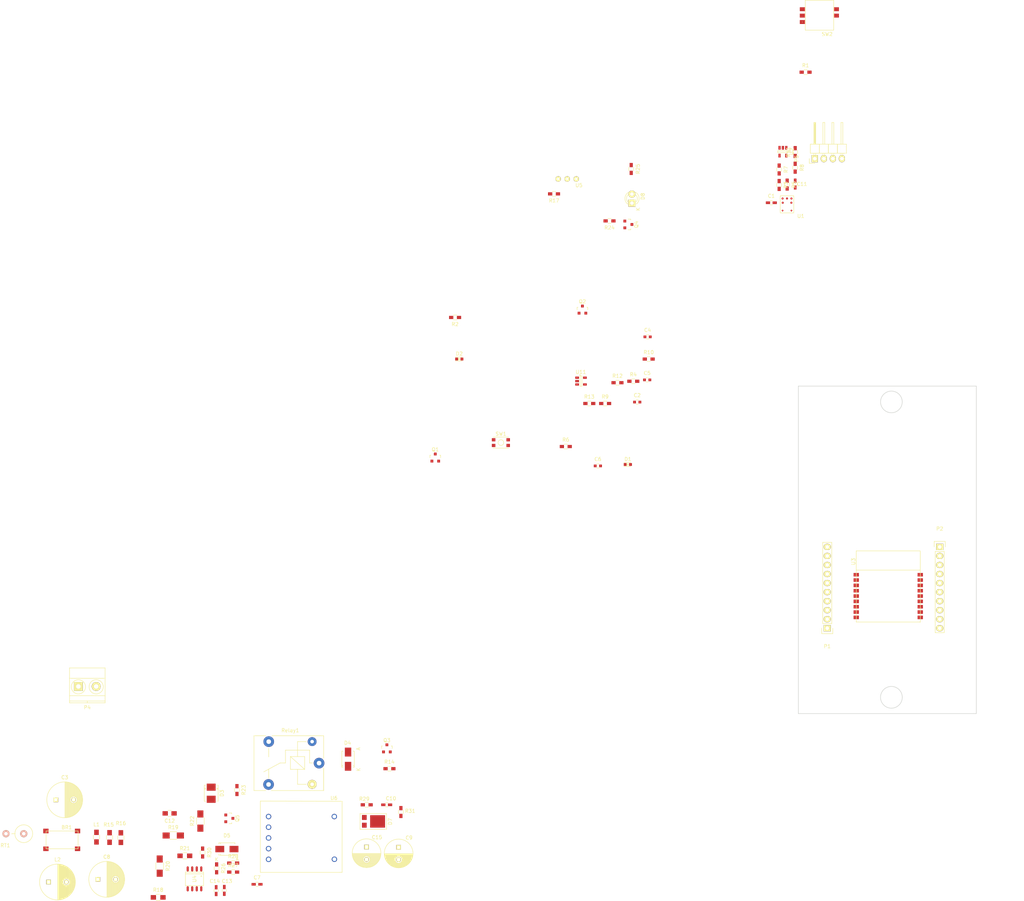
<source format=kicad_pcb>
(kicad_pcb (version 20160815) (host pcbnew 4.1.0-alpha+201609050731+7118~50~ubuntu16.04.1-product)

  (general
    (links 156)
    (no_connects 156)
    (area -76.046523 -73.48466 210.539001 183.9135)
    (thickness 1.6)
    (drawings 16)
    (tracks 0)
    (zones 0)
    (modules 76)
    (nets 66)
  )

  (page A4)
  (layers
    (0 F.Cu signal)
    (31 B.Cu signal)
    (32 B.Adhes user)
    (33 F.Adhes user)
    (34 B.Paste user)
    (35 F.Paste user)
    (36 B.SilkS user)
    (37 F.SilkS user)
    (38 B.Mask user)
    (39 F.Mask user)
    (40 Dwgs.User user)
    (41 Cmts.User user)
    (42 Eco1.User user)
    (43 Eco2.User user)
    (44 Edge.Cuts user)
    (45 Margin user)
    (46 B.CrtYd user)
    (47 F.CrtYd user)
    (48 B.Fab user)
    (49 F.Fab user hide)
  )

  (setup
    (last_trace_width 0.25)
    (trace_clearance 0.2)
    (zone_clearance 0.25)
    (zone_45_only no)
    (trace_min 0.2)
    (segment_width 0.2)
    (edge_width 0.15)
    (via_size 0.6)
    (via_drill 0.4)
    (via_min_size 0.4)
    (via_min_drill 0.3)
    (uvia_size 0.3)
    (uvia_drill 0.1)
    (uvias_allowed no)
    (uvia_min_size 0.2)
    (uvia_min_drill 0.1)
    (pcb_text_width 0.3)
    (pcb_text_size 1.5 1.5)
    (mod_edge_width 0.15)
    (mod_text_size 1 1)
    (mod_text_width 0.15)
    (pad_size 1.524 1.524)
    (pad_drill 0.762)
    (pad_to_mask_clearance 0.2)
    (aux_axis_origin 0 0)
    (grid_origin 155.194 130.302)
    (visible_elements FFFFFF7F)
    (pcbplotparams
      (layerselection 0x00030_80000001)
      (usegerberextensions false)
      (excludeedgelayer true)
      (linewidth 0.100000)
      (plotframeref false)
      (viasonmask false)
      (mode 1)
      (useauxorigin false)
      (hpglpennumber 1)
      (hpglpenspeed 20)
      (hpglpendiameter 15)
      (psnegative false)
      (psa4output false)
      (plotreference true)
      (plotvalue true)
      (plotinvisibletext false)
      (padsonsilk false)
      (subtractmaskfromsilk false)
      (outputformat 1)
      (mirror false)
      (drillshape 1)
      (scaleselection 1)
      (outputdirectory ""))
  )

  (net 0 "")
  (net 1 "Net-(BR1-Pad2)")
  (net 2 "Net-(BR1-Pad3)")
  (net 3 VDD)
  (net 4 "Net-(BR1-Pad1)")
  (net 5 GND)
  (net 6 "Net-(C1-Pad2)")
  (net 7 "Net-(C2-Pad2)")
  (net 8 +5V)
  (net 9 +3V3)
  (net 10 "Net-(C12-Pad2)")
  (net 11 "Net-(C8-Pad2)")
  (net 12 "Net-(C10-Pad2)")
  (net 13 "Net-(C11-Pad1)")
  (net 14 "Net-(C11-Pad2)")
  (net 15 "Net-(C12-Pad1)")
  (net 16 "Net-(C13-Pad1)")
  (net 17 "Net-(C13-Pad2)")
  (net 18 "Net-(D1-Pad1)")
  (net 19 "Net-(D2-Pad1)")
  (net 20 "Net-(D3-Pad2)")
  (net 21 "Net-(D4-Pad2)")
  (net 22 "Net-(D5-Pad1)")
  (net 23 "Net-(D5-Pad2)")
  (net 24 "Net-(D8-Pad1)")
  (net 25 "Net-(D8-Pad2)")
  (net 26 IO0)
  (net 27 IO2)
  (net 28 IO15)
  (net 29 IO13)
  (net 30 IO12)
  (net 31 IO14)
  (net 32 EN)
  (net 33 IO16)
  (net 34 ADC)
  (net 35 RESET)
  (net 36 IO5)
  (net 37 TXD)
  (net 38 RXD)
  (net 39 IO4)
  (net 40 "Net-(P4-Pad1)")
  (net 41 "Net-(P4-Pad2)")
  (net 42 "Net-(Q1-Pad3)")
  (net 43 "Net-(Q2-Pad3)")
  (net 44 "Net-(Q3-Pad1)")
  (net 45 "Net-(Q4-Pad1)")
  (net 46 "Net-(Q5-Pad1)")
  (net 47 "Net-(Q5-Pad2)")
  (net 48 "Net-(Q5-Pad3)")
  (net 49 "Net-(R3-Pad1)")
  (net 50 "Net-(R7-Pad1)")
  (net 51 "Net-(R11-Pad1)")
  (net 52 "Net-(R17-Pad1)")
  (net 53 "Net-(R18-Pad2)")
  (net 54 "Net-(R19-Pad2)")
  (net 55 "Net-(R21-Pad1)")
  (net 56 "Net-(R26-Pad2)")
  (net 57 "Net-(R27-Pad2)")
  (net 58 "Net-(Relay1-Pad4)")
  (net 59 VDDA)
  (net 60 "Net-(U6-Pad4)")
  (net 61 "Net-(U11-Pad4)")
  (net 62 "Net-(D7-Pad2)")
  (net 63 "Net-(R1-Pad2)")
  (net 64 "Net-(R4-Pad2)")
  (net 65 "Net-(R25-Pad1)")

  (net_class Default "This is the default net class."
    (clearance 0.2)
    (trace_width 0.25)
    (via_dia 0.6)
    (via_drill 0.4)
    (uvia_dia 0.3)
    (uvia_drill 0.1)
    (diff_pair_gap 0.25)
    (diff_pair_width 0.2)
    (add_net +3V3)
    (add_net +5V)
    (add_net ADC)
    (add_net EN)
    (add_net GND)
    (add_net IO0)
    (add_net IO12)
    (add_net IO13)
    (add_net IO14)
    (add_net IO15)
    (add_net IO16)
    (add_net IO2)
    (add_net IO4)
    (add_net IO5)
    (add_net "Net-(BR1-Pad1)")
    (add_net "Net-(BR1-Pad2)")
    (add_net "Net-(BR1-Pad3)")
    (add_net "Net-(C1-Pad2)")
    (add_net "Net-(C10-Pad2)")
    (add_net "Net-(C11-Pad1)")
    (add_net "Net-(C11-Pad2)")
    (add_net "Net-(C12-Pad1)")
    (add_net "Net-(C12-Pad2)")
    (add_net "Net-(C13-Pad1)")
    (add_net "Net-(C13-Pad2)")
    (add_net "Net-(C2-Pad2)")
    (add_net "Net-(C8-Pad2)")
    (add_net "Net-(D1-Pad1)")
    (add_net "Net-(D2-Pad1)")
    (add_net "Net-(D3-Pad2)")
    (add_net "Net-(D4-Pad2)")
    (add_net "Net-(D5-Pad1)")
    (add_net "Net-(D5-Pad2)")
    (add_net "Net-(D7-Pad2)")
    (add_net "Net-(D8-Pad1)")
    (add_net "Net-(D8-Pad2)")
    (add_net "Net-(P4-Pad1)")
    (add_net "Net-(P4-Pad2)")
    (add_net "Net-(Q1-Pad3)")
    (add_net "Net-(Q2-Pad3)")
    (add_net "Net-(Q3-Pad1)")
    (add_net "Net-(Q4-Pad1)")
    (add_net "Net-(Q5-Pad1)")
    (add_net "Net-(Q5-Pad2)")
    (add_net "Net-(Q5-Pad3)")
    (add_net "Net-(R1-Pad2)")
    (add_net "Net-(R11-Pad1)")
    (add_net "Net-(R17-Pad1)")
    (add_net "Net-(R18-Pad2)")
    (add_net "Net-(R19-Pad2)")
    (add_net "Net-(R21-Pad1)")
    (add_net "Net-(R25-Pad1)")
    (add_net "Net-(R26-Pad2)")
    (add_net "Net-(R27-Pad2)")
    (add_net "Net-(R3-Pad1)")
    (add_net "Net-(R4-Pad2)")
    (add_net "Net-(R7-Pad1)")
    (add_net "Net-(Relay1-Pad4)")
    (add_net "Net-(U11-Pad4)")
    (add_net "Net-(U6-Pad4)")
    (add_net RESET)
    (add_net RXD)
    (add_net TXD)
    (add_net VDD)
    (add_net VDDA)
  )

  (module Relays_ThroughHole:Relay_SANYOU_SRD_Series_Form_C (layer F.Cu) (tedit 5418D3EA) (tstamp 57D3828B)
    (at 13.819 142.971 180)
    (descr "relay, Sanyou SRD series Form C")
    (path /57DC272F)
    (fp_text reference Relay1 (at 8.1 9.2 180) (layer F.SilkS)
      (effects (font (size 1 1) (thickness 0.15)))
    )
    (fp_text value ORWH-SH-105D1F (at 8 -9.6 180) (layer F.Fab)
      (effects (font (size 1 1) (thickness 0.15)))
    )
    (fp_line (start 15 7.7) (end 18.3 7.7) (layer F.SilkS) (width 0.15))
    (fp_line (start 18.3 7.7) (end 18.3 -7.7) (layer F.SilkS) (width 0.15))
    (fp_line (start 18.3 -7.7) (end 14.95 -7.7) (layer F.SilkS) (width 0.15))
    (fp_line (start -1.3 1.35) (end -1.3 7.7) (layer F.SilkS) (width 0.15))
    (fp_line (start -1.3 7.7) (end 13.25 7.7) (layer F.SilkS) (width 0.15))
    (fp_line (start -1.3 -1.4) (end -1.3 -7.7) (layer F.SilkS) (width 0.15))
    (fp_line (start -1.3 -7.7) (end 13.45 -7.7) (layer F.SilkS) (width 0.15))
    (fp_line (start -1.3 -7.65) (end -1.3 -1.4) (layer F.SilkS) (width 0.15))
    (fp_line (start 14.15 4.2) (end 14.15 1.75) (layer F.SilkS) (width 0.15))
    (fp_line (start 14.15 -4.2) (end 14.15 -1.7) (layer F.SilkS) (width 0.15))
    (fp_line (start 3.55 6.05) (end 6.05 6.05) (layer F.SilkS) (width 0.15))
    (fp_line (start 2.65 0.05) (end 1.85 0.05) (layer F.SilkS) (width 0.15))
    (fp_line (start 6.05 -5.95) (end 3.55 -5.95) (layer F.SilkS) (width 0.15))
    (fp_line (start 9.45 0.05) (end 10.95 0.05) (layer F.SilkS) (width 0.15))
    (fp_line (start 10.95 0.05) (end 15.55 -2.45) (layer F.SilkS) (width 0.15))
    (fp_line (start 9.45 3.65) (end 2.65 3.65) (layer F.SilkS) (width 0.15))
    (fp_line (start 9.45 0.05) (end 9.45 3.65) (layer F.SilkS) (width 0.15))
    (fp_line (start 2.65 0.05) (end 2.65 3.65) (layer F.SilkS) (width 0.15))
    (fp_line (start 6.05 -5.95) (end 6.05 -1.75) (layer F.SilkS) (width 0.15))
    (fp_line (start 6.05 1.85) (end 6.05 6.05) (layer F.SilkS) (width 0.15))
    (fp_line (start 8.05 1.85) (end 4.05 -1.75) (layer F.SilkS) (width 0.15))
    (fp_line (start 4.05 1.85) (end 4.05 -1.75) (layer F.SilkS) (width 0.15))
    (fp_line (start 4.05 -1.75) (end 8.05 -1.75) (layer F.SilkS) (width 0.15))
    (fp_line (start 8.05 -1.75) (end 8.05 1.85) (layer F.SilkS) (width 0.15))
    (fp_line (start 8.05 1.85) (end 4.05 1.85) (layer F.SilkS) (width 0.15))
    (pad 2 thru_hole circle (at 1.95 6.05 270) (size 2.5 2.5) (drill 1) (layers *.Cu *.Mask)
      (net 21 "Net-(D4-Pad2)"))
    (pad 3 thru_hole circle (at 14.15 6.05 270) (size 3 3) (drill 1.3) (layers *.Cu *.Mask)
      (net 40 "Net-(P4-Pad1)"))
    (pad 4 thru_hole circle (at 14.2 -6 270) (size 3 3) (drill 1.3) (layers *.Cu *.Mask)
      (net 58 "Net-(Relay1-Pad4)"))
    (pad 5 thru_hole circle (at 1.95 -5.95 270) (size 2.5 2.5) (drill 1) (layers *.Cu *.Mask F.SilkS)
      (net 8 +5V))
    (pad 1 thru_hole circle (at 0 0 270) (size 3 3) (drill 1.3) (layers *.Cu *.Mask)
      (net 41 "Net-(P4-Pad2)"))
    (model Relays_ThroughHole.3dshapes/Relay_SANYOU_SRD_Series_Form_C.wrl
      (at (xyz 0 0 0))
      (scale (xyz 1 1 1))
      (rotate (xyz 0 0 0))
    )
  )

  (module Capacitors_SMD:C_0603_HandSoldering (layer F.Cu) (tedit 541A9B4D) (tstamp 57D4DBDB)
    (at 140.99744 -14.60096)
    (descr "Capacitor SMD 0603, hand soldering")
    (tags "capacitor 0603")
    (path /57D31D9B)
    (attr smd)
    (fp_text reference C1 (at 0 -1.9) (layer F.SilkS)
      (effects (font (size 1 1) (thickness 0.15)))
    )
    (fp_text value 4.7uf (at 0 1.9) (layer F.Fab)
      (effects (font (size 1 1) (thickness 0.15)))
    )
    (fp_line (start -1.85 -0.75) (end 1.85 -0.75) (layer F.CrtYd) (width 0.05))
    (fp_line (start -1.85 0.75) (end 1.85 0.75) (layer F.CrtYd) (width 0.05))
    (fp_line (start -1.85 -0.75) (end -1.85 0.75) (layer F.CrtYd) (width 0.05))
    (fp_line (start 1.85 -0.75) (end 1.85 0.75) (layer F.CrtYd) (width 0.05))
    (fp_line (start -0.35 -0.6) (end 0.35 -0.6) (layer F.SilkS) (width 0.15))
    (fp_line (start 0.35 0.6) (end -0.35 0.6) (layer F.SilkS) (width 0.15))
    (pad 1 smd rect (at -0.95 0) (size 1.2 0.75) (layers F.Cu F.Paste F.Mask)
      (net 5 GND))
    (pad 2 smd rect (at 0.95 0) (size 1.2 0.75) (layers F.Cu F.Paste F.Mask)
      (net 6 "Net-(C1-Pad2)"))
    (model Capacitors_SMD.3dshapes/C_0603_HandSoldering.wrl
      (at (xyz 0 0 0))
      (scale (xyz 1 1 1))
      (rotate (xyz 0 0 0))
    )
  )

  (module Capacitors_SMD:C_0603_HandSoldering (layer F.Cu) (tedit 541A9B4D) (tstamp 57D4DCDA)
    (at 147.69744 -19.85096 270)
    (descr "Capacitor SMD 0603, hand soldering")
    (tags "capacitor 0603")
    (path /57C8DD11)
    (attr smd)
    (fp_text reference C11 (at 0 -1.9) (layer F.SilkS)
      (effects (font (size 1 1) (thickness 0.15)))
    )
    (fp_text value 220nF (at 0 1.9 270) (layer F.Fab)
      (effects (font (size 1 1) (thickness 0.15)))
    )
    (fp_line (start -1.85 -0.75) (end 1.85 -0.75) (layer F.CrtYd) (width 0.05))
    (fp_line (start -1.85 0.75) (end 1.85 0.75) (layer F.CrtYd) (width 0.05))
    (fp_line (start -1.85 -0.75) (end -1.85 0.75) (layer F.CrtYd) (width 0.05))
    (fp_line (start 1.85 -0.75) (end 1.85 0.75) (layer F.CrtYd) (width 0.05))
    (fp_line (start -0.35 -0.6) (end 0.35 -0.6) (layer F.SilkS) (width 0.15))
    (fp_line (start 0.35 0.6) (end -0.35 0.6) (layer F.SilkS) (width 0.15))
    (pad 1 smd rect (at -0.95 0 270) (size 1.2 0.75) (layers F.Cu F.Paste F.Mask)
      (net 13 "Net-(C11-Pad1)"))
    (pad 2 smd rect (at 0.95 0 270) (size 1.2 0.75) (layers F.Cu F.Paste F.Mask)
      (net 14 "Net-(C11-Pad2)"))
    (model Capacitors_SMD.3dshapes/C_0603_HandSoldering.wrl
      (at (xyz 0 0 0))
      (scale (xyz 1 1 1))
      (rotate (xyz 0 0 0))
    )
  )

  (module Pin_Headers:Pin_Header_Straight_1x10 (layer F.Cu) (tedit 0) (tstamp 57D4DE67)
    (at 156.718 105.029 180)
    (descr "Through hole pin header")
    (tags "pin header")
    (path /57688107)
    (fp_text reference P1 (at 0 -5.1 180) (layer F.SilkS)
      (effects (font (size 1 1) (thickness 0.15)))
    )
    (fp_text value CONN_01X10 (at 0 -3.1 180) (layer F.Fab)
      (effects (font (size 1 1) (thickness 0.15)))
    )
    (fp_line (start -1.75 -1.75) (end -1.75 24.65) (layer F.CrtYd) (width 0.05))
    (fp_line (start 1.75 -1.75) (end 1.75 24.65) (layer F.CrtYd) (width 0.05))
    (fp_line (start -1.75 -1.75) (end 1.75 -1.75) (layer F.CrtYd) (width 0.05))
    (fp_line (start -1.75 24.65) (end 1.75 24.65) (layer F.CrtYd) (width 0.05))
    (fp_line (start 1.27 1.27) (end 1.27 24.13) (layer F.SilkS) (width 0.15))
    (fp_line (start 1.27 24.13) (end -1.27 24.13) (layer F.SilkS) (width 0.15))
    (fp_line (start -1.27 24.13) (end -1.27 1.27) (layer F.SilkS) (width 0.15))
    (fp_line (start 1.55 -1.55) (end 1.55 0) (layer F.SilkS) (width 0.15))
    (fp_line (start 1.27 1.27) (end -1.27 1.27) (layer F.SilkS) (width 0.15))
    (fp_line (start -1.55 0) (end -1.55 -1.55) (layer F.SilkS) (width 0.15))
    (fp_line (start -1.55 -1.55) (end 1.55 -1.55) (layer F.SilkS) (width 0.15))
    (pad 1 thru_hole rect (at 0 0 180) (size 2.032 1.7272) (drill 1.016) (layers *.Cu *.Mask F.SilkS)
      (net 5 GND))
    (pad 2 thru_hole oval (at 0 2.54 180) (size 2.032 1.7272) (drill 1.016) (layers *.Cu *.Mask F.SilkS)
      (net 5 GND))
    (pad 3 thru_hole oval (at 0 5.08 180) (size 2.032 1.7272) (drill 1.016) (layers *.Cu *.Mask F.SilkS)
      (net 26 IO0))
    (pad 4 thru_hole oval (at 0 7.62 180) (size 2.032 1.7272) (drill 1.016) (layers *.Cu *.Mask F.SilkS)
      (net 27 IO2))
    (pad 5 thru_hole oval (at 0 10.16 180) (size 2.032 1.7272) (drill 1.016) (layers *.Cu *.Mask F.SilkS)
      (net 28 IO15))
    (pad 6 thru_hole oval (at 0 12.7 180) (size 2.032 1.7272) (drill 1.016) (layers *.Cu *.Mask F.SilkS)
      (net 29 IO13))
    (pad 7 thru_hole oval (at 0 15.24 180) (size 2.032 1.7272) (drill 1.016) (layers *.Cu *.Mask F.SilkS)
      (net 30 IO12))
    (pad 8 thru_hole oval (at 0 17.78 180) (size 2.032 1.7272) (drill 1.016) (layers *.Cu *.Mask F.SilkS)
      (net 31 IO14))
    (pad 9 thru_hole oval (at 0 20.32 180) (size 2.032 1.7272) (drill 1.016) (layers *.Cu *.Mask F.SilkS)
      (net 32 EN))
    (pad 10 thru_hole oval (at 0 22.86 180) (size 2.032 1.7272) (drill 1.016) (layers *.Cu *.Mask F.SilkS)
      (net 9 +3V3))
    (model Pin_Headers.3dshapes/Pin_Header_Straight_1x10.wrl
      (at (xyz 0 -0.45 0))
      (scale (xyz 1 1 1))
      (rotate (xyz 0 0 90))
    )
  )

  (module Pin_Headers:Pin_Header_Straight_1x10 (layer F.Cu) (tedit 0) (tstamp 57D4DE80)
    (at 188.341 82.169)
    (descr "Through hole pin header")
    (tags "pin header")
    (path /576884EF)
    (fp_text reference P2 (at 0 -5.1) (layer F.SilkS)
      (effects (font (size 1 1) (thickness 0.15)))
    )
    (fp_text value CONN_01X10 (at 0 -3.1) (layer F.Fab)
      (effects (font (size 1 1) (thickness 0.15)))
    )
    (fp_line (start -1.75 -1.75) (end -1.75 24.65) (layer F.CrtYd) (width 0.05))
    (fp_line (start 1.75 -1.75) (end 1.75 24.65) (layer F.CrtYd) (width 0.05))
    (fp_line (start -1.75 -1.75) (end 1.75 -1.75) (layer F.CrtYd) (width 0.05))
    (fp_line (start -1.75 24.65) (end 1.75 24.65) (layer F.CrtYd) (width 0.05))
    (fp_line (start 1.27 1.27) (end 1.27 24.13) (layer F.SilkS) (width 0.15))
    (fp_line (start 1.27 24.13) (end -1.27 24.13) (layer F.SilkS) (width 0.15))
    (fp_line (start -1.27 24.13) (end -1.27 1.27) (layer F.SilkS) (width 0.15))
    (fp_line (start 1.55 -1.55) (end 1.55 0) (layer F.SilkS) (width 0.15))
    (fp_line (start 1.27 1.27) (end -1.27 1.27) (layer F.SilkS) (width 0.15))
    (fp_line (start -1.55 0) (end -1.55 -1.55) (layer F.SilkS) (width 0.15))
    (fp_line (start -1.55 -1.55) (end 1.55 -1.55) (layer F.SilkS) (width 0.15))
    (pad 1 thru_hole rect (at 0 0) (size 2.032 1.7272) (drill 1.016) (layers *.Cu *.Mask F.SilkS)
      (net 33 IO16))
    (pad 2 thru_hole oval (at 0 2.54) (size 2.032 1.7272) (drill 1.016) (layers *.Cu *.Mask F.SilkS)
      (net 34 ADC))
    (pad 3 thru_hole oval (at 0 5.08) (size 2.032 1.7272) (drill 1.016) (layers *.Cu *.Mask F.SilkS)
      (net 35 RESET))
    (pad 4 thru_hole oval (at 0 7.62) (size 2.032 1.7272) (drill 1.016) (layers *.Cu *.Mask F.SilkS)
      (net 36 IO5))
    (pad 5 thru_hole oval (at 0 10.16) (size 2.032 1.7272) (drill 1.016) (layers *.Cu *.Mask F.SilkS)
      (net 37 TXD))
    (pad 6 thru_hole oval (at 0 12.7) (size 2.032 1.7272) (drill 1.016) (layers *.Cu *.Mask F.SilkS)
      (net 38 RXD))
    (pad 7 thru_hole oval (at 0 15.24) (size 2.032 1.7272) (drill 1.016) (layers *.Cu *.Mask F.SilkS)
      (net 39 IO4))
    (pad 8 thru_hole oval (at 0 17.78) (size 2.032 1.7272) (drill 1.016) (layers *.Cu *.Mask F.SilkS)
      (net 8 +5V))
    (pad 9 thru_hole oval (at 0 20.32) (size 2.032 1.7272) (drill 1.016) (layers *.Cu *.Mask F.SilkS)
      (net 9 +3V3))
    (pad 10 thru_hole oval (at 0 22.86) (size 2.032 1.7272) (drill 1.016) (layers *.Cu *.Mask F.SilkS)
      (net 5 GND))
    (model Pin_Headers.3dshapes/Pin_Header_Straight_1x10.wrl
      (at (xyz 0 -0.45 0))
      (scale (xyz 1 1 1))
      (rotate (xyz 0 0 90))
    )
  )

  (module Resistors_SMD:R_0603_HandSoldering (layer F.Cu) (tedit 5418A00F) (tstamp 57D4DF3F)
    (at 143.19744 -19.60096 270)
    (descr "Resistor SMD 0603, hand soldering")
    (tags "resistor 0603")
    (path /57D0E6CD)
    (attr smd)
    (fp_text reference R3 (at 0 -1.9 270) (layer F.SilkS)
      (effects (font (size 1 1) (thickness 0.15)))
    )
    (fp_text value 6.65K (at 0 1.9 270) (layer F.Fab)
      (effects (font (size 1 1) (thickness 0.15)))
    )
    (fp_line (start -2 -0.8) (end 2 -0.8) (layer F.CrtYd) (width 0.05))
    (fp_line (start -2 0.8) (end 2 0.8) (layer F.CrtYd) (width 0.05))
    (fp_line (start -2 -0.8) (end -2 0.8) (layer F.CrtYd) (width 0.05))
    (fp_line (start 2 -0.8) (end 2 0.8) (layer F.CrtYd) (width 0.05))
    (fp_line (start 0.5 0.675) (end -0.5 0.675) (layer F.SilkS) (width 0.15))
    (fp_line (start -0.5 -0.675) (end 0.5 -0.675) (layer F.SilkS) (width 0.15))
    (pad 1 smd rect (at -1.1 0 270) (size 1.2 0.9) (layers F.Cu F.Paste F.Mask)
      (net 49 "Net-(R3-Pad1)"))
    (pad 2 smd rect (at 1.1 0 270) (size 1.2 0.9) (layers F.Cu F.Paste F.Mask)
      (net 9 +3V3))
    (model Resistors_SMD.3dshapes/R_0603_HandSoldering.wrl
      (at (xyz 0 0 0))
      (scale (xyz 1 1 1))
      (rotate (xyz 0 0 0))
    )
  )

  (module Resistors_SMD:R_0603_HandSoldering (layer F.Cu) (tedit 5418A00F) (tstamp 57D4DF57)
    (at 145.44744 -19.70096 270)
    (descr "Resistor SMD 0603, hand soldering")
    (tags "resistor 0603")
    (path /57D3513B)
    (attr smd)
    (fp_text reference R5 (at 0 -1.9 270) (layer F.SilkS)
      (effects (font (size 1 1) (thickness 0.15)))
    )
    (fp_text value 1K (at 0 1.9 270) (layer F.Fab)
      (effects (font (size 1 1) (thickness 0.15)))
    )
    (fp_line (start -2 -0.8) (end 2 -0.8) (layer F.CrtYd) (width 0.05))
    (fp_line (start -2 0.8) (end 2 0.8) (layer F.CrtYd) (width 0.05))
    (fp_line (start -2 -0.8) (end -2 0.8) (layer F.CrtYd) (width 0.05))
    (fp_line (start 2 -0.8) (end 2 0.8) (layer F.CrtYd) (width 0.05))
    (fp_line (start 0.5 0.675) (end -0.5 0.675) (layer F.SilkS) (width 0.15))
    (fp_line (start -0.5 -0.675) (end 0.5 -0.675) (layer F.SilkS) (width 0.15))
    (pad 1 smd rect (at -1.1 0 270) (size 1.2 0.9) (layers F.Cu F.Paste F.Mask)
      (net 49 "Net-(R3-Pad1)"))
    (pad 2 smd rect (at 1.1 0 270) (size 1.2 0.9) (layers F.Cu F.Paste F.Mask)
      (net 5 GND))
    (model Resistors_SMD.3dshapes/R_0603_HandSoldering.wrl
      (at (xyz 0 0 0))
      (scale (xyz 1 1 1))
      (rotate (xyz 0 0 0))
    )
  )

  (module Resistors_SMD:R_0603_HandSoldering (layer F.Cu) (tedit 5418A00F) (tstamp 57D4DF6F)
    (at 143.19744 -23.95096 270)
    (descr "Resistor SMD 0603, hand soldering")
    (tags "resistor 0603")
    (path /57D1D9BA)
    (attr smd)
    (fp_text reference R7 (at 0 -1.9 270) (layer F.SilkS)
      (effects (font (size 1 1) (thickness 0.15)))
    )
    (fp_text value 1K (at 0 1.9 270) (layer F.Fab)
      (effects (font (size 1 1) (thickness 0.15)))
    )
    (fp_line (start -2 -0.8) (end 2 -0.8) (layer F.CrtYd) (width 0.05))
    (fp_line (start -2 0.8) (end 2 0.8) (layer F.CrtYd) (width 0.05))
    (fp_line (start -2 -0.8) (end -2 0.8) (layer F.CrtYd) (width 0.05))
    (fp_line (start 2 -0.8) (end 2 0.8) (layer F.CrtYd) (width 0.05))
    (fp_line (start 0.5 0.675) (end -0.5 0.675) (layer F.SilkS) (width 0.15))
    (fp_line (start -0.5 -0.675) (end 0.5 -0.675) (layer F.SilkS) (width 0.15))
    (pad 1 smd rect (at -1.1 0 270) (size 1.2 0.9) (layers F.Cu F.Paste F.Mask)
      (net 50 "Net-(R7-Pad1)"))
    (pad 2 smd rect (at 1.1 0 270) (size 1.2 0.9) (layers F.Cu F.Paste F.Mask)
      (net 49 "Net-(R3-Pad1)"))
    (model Resistors_SMD.3dshapes/R_0603_HandSoldering.wrl
      (at (xyz 0 0 0))
      (scale (xyz 1 1 1))
      (rotate (xyz 0 0 0))
    )
  )

  (module Resistors_SMD:R_0603_HandSoldering (layer F.Cu) (tedit 5418A00F) (tstamp 57D4DF7B)
    (at 147.69744 -24.45096 270)
    (descr "Resistor SMD 0603, hand soldering")
    (tags "resistor 0603")
    (path /57D32F11)
    (attr smd)
    (fp_text reference R8 (at 0 -1.9 270) (layer F.SilkS)
      (effects (font (size 1 1) (thickness 0.15)))
    )
    (fp_text value 1K (at 0 1.9 270) (layer F.Fab)
      (effects (font (size 1 1) (thickness 0.15)))
    )
    (fp_line (start -2 -0.8) (end 2 -0.8) (layer F.CrtYd) (width 0.05))
    (fp_line (start -2 0.8) (end 2 0.8) (layer F.CrtYd) (width 0.05))
    (fp_line (start -2 -0.8) (end -2 0.8) (layer F.CrtYd) (width 0.05))
    (fp_line (start 2 -0.8) (end 2 0.8) (layer F.CrtYd) (width 0.05))
    (fp_line (start 0.5 0.675) (end -0.5 0.675) (layer F.SilkS) (width 0.15))
    (fp_line (start -0.5 -0.675) (end 0.5 -0.675) (layer F.SilkS) (width 0.15))
    (pad 1 smd rect (at -1.1 0 270) (size 1.2 0.9) (layers F.Cu F.Paste F.Mask)
      (net 51 "Net-(R11-Pad1)"))
    (pad 2 smd rect (at 1.1 0 270) (size 1.2 0.9) (layers F.Cu F.Paste F.Mask)
      (net 13 "Net-(C11-Pad1)"))
    (model Resistors_SMD.3dshapes/R_0603_HandSoldering.wrl
      (at (xyz 0 0 0))
      (scale (xyz 1 1 1))
      (rotate (xyz 0 0 0))
    )
  )

  (module Resistors_SMD:R_0603_HandSoldering (layer F.Cu) (tedit 5418A00F) (tstamp 57D4DF9F)
    (at 147.69744 -28.85096 90)
    (descr "Resistor SMD 0603, hand soldering")
    (tags "resistor 0603")
    (path /57D1D84F)
    (attr smd)
    (fp_text reference R11 (at 0 -1.9 90) (layer F.SilkS)
      (effects (font (size 1 1) (thickness 0.15)))
    )
    (fp_text value 10K (at 0 1.9 90) (layer F.Fab)
      (effects (font (size 1 1) (thickness 0.15)))
    )
    (fp_line (start -2 -0.8) (end 2 -0.8) (layer F.CrtYd) (width 0.05))
    (fp_line (start -2 0.8) (end 2 0.8) (layer F.CrtYd) (width 0.05))
    (fp_line (start -2 -0.8) (end -2 0.8) (layer F.CrtYd) (width 0.05))
    (fp_line (start 2 -0.8) (end 2 0.8) (layer F.CrtYd) (width 0.05))
    (fp_line (start 0.5 0.675) (end -0.5 0.675) (layer F.SilkS) (width 0.15))
    (fp_line (start -0.5 -0.675) (end 0.5 -0.675) (layer F.SilkS) (width 0.15))
    (pad 1 smd rect (at -1.1 0 90) (size 1.2 0.9) (layers F.Cu F.Paste F.Mask)
      (net 51 "Net-(R11-Pad1)"))
    (pad 2 smd rect (at 1.1 0 90) (size 1.2 0.9) (layers F.Cu F.Paste F.Mask)
      (net 34 ADC))
    (model Resistors_SMD.3dshapes/R_0603_HandSoldering.wrl
      (at (xyz 0 0 0))
      (scale (xyz 1 1 1))
      (rotate (xyz 0 0 0))
    )
  )

  (module TO_SOT_Packages_SMD:SOT-23-5 (layer F.Cu) (tedit 55360473) (tstamp 57D4E0E5)
    (at 144.24744 -28.95096 270)
    (descr "5-pin SOT23 package")
    (tags SOT-23-5)
    (path /57DBFA97)
    (attr smd)
    (fp_text reference U2 (at -0.05 -2.55 270) (layer F.SilkS)
      (effects (font (size 1 1) (thickness 0.15)))
    )
    (fp_text value OPA344 (at -0.05 2.35 270) (layer F.Fab)
      (effects (font (size 1 1) (thickness 0.15)))
    )
    (fp_line (start -1.8 -1.6) (end 1.8 -1.6) (layer F.CrtYd) (width 0.05))
    (fp_line (start 1.8 -1.6) (end 1.8 1.6) (layer F.CrtYd) (width 0.05))
    (fp_line (start 1.8 1.6) (end -1.8 1.6) (layer F.CrtYd) (width 0.05))
    (fp_line (start -1.8 1.6) (end -1.8 -1.6) (layer F.CrtYd) (width 0.05))
    (fp_circle (center -0.3 -1.7) (end -0.2 -1.7) (layer F.SilkS) (width 0.15))
    (fp_line (start 0.25 -1.45) (end -0.25 -1.45) (layer F.SilkS) (width 0.15))
    (fp_line (start 0.25 1.45) (end 0.25 -1.45) (layer F.SilkS) (width 0.15))
    (fp_line (start -0.25 1.45) (end 0.25 1.45) (layer F.SilkS) (width 0.15))
    (fp_line (start -0.25 -1.45) (end -0.25 1.45) (layer F.SilkS) (width 0.15))
    (pad 1 smd rect (at -1.1 -0.95 270) (size 1.06 0.65) (layers F.Cu F.Paste F.Mask)
      (net 34 ADC))
    (pad 2 smd rect (at -1.1 0 270) (size 1.06 0.65) (layers F.Cu F.Paste F.Mask)
      (net 5 GND))
    (pad 3 smd rect (at -1.1 0.95 270) (size 1.06 0.65) (layers F.Cu F.Paste F.Mask)
      (net 50 "Net-(R7-Pad1)"))
    (pad 4 smd rect (at 1.1 0.95 270) (size 1.06 0.65) (layers F.Cu F.Paste F.Mask)
      (net 51 "Net-(R11-Pad1)"))
    (pad 5 smd rect (at 1.1 -0.95 270) (size 1.06 0.65) (layers F.Cu F.Paste F.Mask)
      (net 9 +3V3))
    (model TO_SOT_Packages_SMD.3dshapes/SOT-23-5.wrl
      (at (xyz 0 0 0))
      (scale (xyz 1 1 1))
      (rotate (xyz 0 0 0))
    )
  )

  (module libraries:ESP-WROOM-02 (layer F.Cu) (tedit 56F2B56F) (tstamp 57D4E100)
    (at 164.06808 89.49328)
    (path /57775BA4)
    (fp_text reference U3 (at 0.004 -3.2 90) (layer F.SilkS)
      (effects (font (size 1 1) (thickness 0.15)))
    )
    (fp_text value ESP-WROOM-02 (at 9.6 -3.4) (layer F.Fab)
      (effects (font (size 1 1) (thickness 0.15)))
    )
    (fp_line (start 0.8 -0.8) (end 18.8 -0.8) (layer F.SilkS) (width 0.15))
    (fp_line (start 0.8 13.8) (end 0.8 -6.2) (layer F.SilkS) (width 0.15))
    (fp_line (start 0.8 -6.2) (end 18.8 -6.2) (layer F.SilkS) (width 0.15))
    (fp_line (start 18.8 -6.1) (end 18.8 13.9) (layer F.SilkS) (width 0.15))
    (fp_line (start 18.8 13.8) (end 0.8 13.8) (layer F.SilkS) (width 0.15))
    (pad 16 smd rect (at 18.8 3.5) (size 1.5 1) (layers F.Cu F.Paste F.Mask)
      (net 34 ADC))
    (pad 17 smd rect (at 18.8 2) (size 1.5 1) (layers F.Cu F.Paste F.Mask)
      (net 33 IO16))
    (pad 18 smd rect (at 18.8 0.5) (size 1.5 1) (layers F.Cu F.Paste F.Mask)
      (net 5 GND))
    (pad 15 smd rect (at 18.8 5) (size 1.5 1) (layers F.Cu F.Paste F.Mask)
      (net 35 RESET))
    (pad 14 smd rect (at 18.8 6.5) (size 1.5 1) (layers F.Cu F.Paste F.Mask)
      (net 36 IO5))
    (pad 13 smd rect (at 18.8 8) (size 1.5 1) (layers F.Cu F.Paste F.Mask)
      (net 5 GND))
    (pad 10 smd rect (at 18.8 12.5) (size 1.5 1) (layers F.Cu F.Paste F.Mask)
      (net 39 IO4))
    (pad 11 smd rect (at 18.8 11) (size 1.5 1) (layers F.Cu F.Paste F.Mask)
      (net 38 RXD))
    (pad 12 smd rect (at 18.8 9.5) (size 1.5 1) (layers F.Cu F.Paste F.Mask)
      (net 37 TXD))
    (pad 7 smd rect (at 0.8 9.5) (size 1.5 1) (layers F.Cu F.Paste F.Mask)
      (net 27 IO2))
    (pad 8 smd rect (at 0.8 11) (size 1.5 1) (layers F.Cu F.Paste F.Mask)
      (net 26 IO0))
    (pad 9 smd rect (at 0.8 12.5) (size 1.5 1) (layers F.Cu F.Paste F.Mask)
      (net 5 GND))
    (pad 6 smd rect (at 0.8 8) (size 1.5 1) (layers F.Cu F.Paste F.Mask)
      (net 28 IO15))
    (pad 5 smd rect (at 0.8 6.5) (size 1.5 1) (layers F.Cu F.Paste F.Mask)
      (net 29 IO13))
    (pad 4 smd rect (at 0.8 5) (size 1.5 1) (layers F.Cu F.Paste F.Mask)
      (net 30 IO12))
    (pad 1 smd rect (at 0.8 0.5) (size 1.5 1) (layers F.Cu F.Paste F.Mask)
      (net 9 +3V3))
    (pad 2 smd rect (at 0.8 2) (size 1.5 1) (layers F.Cu F.Paste F.Mask)
      (net 32 EN))
    (pad 3 smd rect (at 0.8 3.5) (size 1.5 1) (layers F.Cu F.Paste F.Mask)
      (net 31 IO14))
  )

  (module footprints:memes-mic (layer F.Cu) (tedit 57D35FD7) (tstamp 57D5642D)
    (at 147.89744 -13.15096)
    (path /57D08DA5)
    (fp_text reference U1 (at 1.375 2.3) (layer F.SilkS)
      (effects (font (size 1 1) (thickness 0.15)))
    )
    (fp_text value MEMS-SPM0408LE5H (at -1.175 -4.225) (layer F.Fab)
      (effects (font (size 1 1) (thickness 0.15)))
    )
    (fp_line (start -4.4 -3.4) (end -4.4 1.4) (layer F.SilkS) (width 0.15))
    (fp_line (start -0.6 -3.4) (end -4.4 -3.4) (layer F.SilkS) (width 0.15))
    (fp_line (start -0.6 1.4) (end -0.6 -3.4) (layer F.SilkS) (width 0.15))
    (fp_line (start -1 1.4) (end -0.6 1.4) (layer F.SilkS) (width 0.15))
    (fp_line (start -1 1.4) (end -4.4 1.4) (layer F.SilkS) (width 0.15))
    (pad 3 smd circle (at -3.75 0.75) (size 0.5 0.5) (layers F.Cu F.Paste F.Mask)
      (net 5 GND))
    (pad 4 smd circle (at -1.25 0.75) (size 0.5 0.5) (layers F.Cu F.Paste F.Mask))
    (pad 5 smd circle (at -1.275 -1.45) (size 0.6 0.6) (layers F.Cu F.Paste F.Mask))
    (pad 6 smd circle (at -1.25 -2.65) (size 0.6 0.6) (layers F.Cu F.Paste F.Mask)
      (net 9 +3V3))
    (pad 7 smd circle (at -2.5 -2.65) (size 0.6 0.6) (layers F.Cu F.Paste F.Mask))
    (pad 1 smd circle (at -3.75 -2.65) (size 0.6 0.6) (layers F.Cu F.Paste F.Mask)
      (net 14 "Net-(C11-Pad2)"))
    (pad 2 smd circle (at -3.7 -1.45) (size 0.6 0.6) (layers F.Cu F.Paste F.Mask)
      (net 6 "Net-(C1-Pad2)"))
  )

  (module footprints:surfacemount-diodebridge (layer F.Cu) (tedit 57D35B3F) (tstamp 57D73DAA)
    (at -52.192 162.052 270)
    (descr "Single phase bridge rectifier case 15.7x15.7")
    (tags "Diode Bridge")
    (path /57C81314)
    (fp_text reference BR1 (at -1.016 4.958) (layer F.SilkS)
      (effects (font (size 1 1) (thickness 0.15)))
    )
    (fp_text value DF08S (at 5.1 14.7 270) (layer F.Fab)
      (effects (font (size 1 1) (thickness 0.15)))
    )
    (fp_line (start 0 1.75) (end 0 10.75) (layer F.SilkS) (width 0.15))
    (fp_line (start 5 1.75) (end 0 1.75) (layer F.SilkS) (width 0.15))
    (fp_line (start 5 10.75) (end 5 1.75) (layer F.SilkS) (width 0.15))
    (fp_line (start 0 10.75) (end 5 10.75) (layer F.SilkS) (width 0.15))
    (fp_arc (start 1.75 8.45) (end 2.05 8.7) (angle 100) (layer F.Fab) (width 0.2))
    (fp_arc (start 1.2 9) (end 0.85 8.8) (angle 100) (layer F.Fab) (width 0.2))
    (fp_line (start 3 8.75) (end 4 8.75) (layer F.Fab) (width 0.2))
    (fp_line (start 3.5 8.25) (end 3.5 9.25) (layer F.Fab) (width 0.2))
    (fp_line (start 2 3.5) (end 1 3.5) (layer F.Fab) (width 0.2))
    (fp_arc (start 3.5 3.2) (end 3.8 3.45) (angle 100) (layer F.Fab) (width 0.2))
    (fp_arc (start 2.95 3.75) (end 2.6 3.55) (angle 100) (layer F.Fab) (width 0.2))
    (pad 2 smd rect (at 0 10.8 270) (size 1.3 1.5) (layers F.Cu F.Paste F.Mask)
      (net 1 "Net-(BR1-Pad2)"))
    (pad 3 smd rect (at 5 10.8 270) (size 1.3 1.5) (layers F.Cu F.Paste F.Mask)
      (net 2 "Net-(BR1-Pad3)"))
    (pad 4 smd rect (at 5 1.9 270) (size 1.3 1.5) (layers F.Cu F.Paste F.Mask)
      (net 3 VDD))
    (pad 1 smd rect (at 0 1.9 270) (size 1.3 1.5) (layers F.Cu F.Paste F.Mask)
      (net 4 "Net-(BR1-Pad1)"))
  )

  (module Capacitors_SMD:C_0603 (layer F.Cu) (tedit 5415D631) (tstamp 57D73DB6)
    (at 103.280162 41.446508)
    (descr "Capacitor SMD 0603, reflow soldering, AVX (see smccp.pdf)")
    (tags "capacitor 0603")
    (path /577082C5)
    (attr smd)
    (fp_text reference C2 (at 0 -1.9) (layer F.SilkS)
      (effects (font (size 1 1) (thickness 0.15)))
    )
    (fp_text value 4.7uF (at 0 1.9) (layer F.Fab)
      (effects (font (size 1 1) (thickness 0.15)))
    )
    (fp_line (start -1.45 -0.75) (end 1.45 -0.75) (layer F.CrtYd) (width 0.05))
    (fp_line (start -1.45 0.75) (end 1.45 0.75) (layer F.CrtYd) (width 0.05))
    (fp_line (start -1.45 -0.75) (end -1.45 0.75) (layer F.CrtYd) (width 0.05))
    (fp_line (start 1.45 -0.75) (end 1.45 0.75) (layer F.CrtYd) (width 0.05))
    (fp_line (start -0.35 -0.6) (end 0.35 -0.6) (layer F.SilkS) (width 0.15))
    (fp_line (start 0.35 0.6) (end -0.35 0.6) (layer F.SilkS) (width 0.15))
    (pad 1 smd rect (at -0.75 0) (size 0.8 0.75) (layers F.Cu F.Paste F.Mask)
      (net 5 GND))
    (pad 2 smd rect (at 0.75 0) (size 0.8 0.75) (layers F.Cu F.Paste F.Mask)
      (net 7 "Net-(C2-Pad2)"))
    (model Capacitors_SMD.3dshapes/C_0603.wrl
      (at (xyz 0 0 0))
      (scale (xyz 1 1 1))
      (rotate (xyz 0 0 0))
    )
  )

  (module Capacitors_ThroughHole:C_Radial_D10_L13_P5 (layer F.Cu) (tedit 0) (tstamp 57D73DF1)
    (at -60.198 153.289)
    (descr "Radial Electrolytic Capacitor Diameter 10mm x Length 13mm, Pitch 5mm")
    (tags "Electrolytic Capacitor")
    (path /57D41D1D)
    (fp_text reference C3 (at 2.5 -6.3) (layer F.SilkS)
      (effects (font (size 1 1) (thickness 0.15)))
    )
    (fp_text value 12uF (at 2.5 6.3) (layer F.Fab)
      (effects (font (size 1 1) (thickness 0.15)))
    )
    (fp_line (start 2.575 -4.999) (end 2.575 4.999) (layer F.SilkS) (width 0.15))
    (fp_line (start 2.715 -4.995) (end 2.715 4.995) (layer F.SilkS) (width 0.15))
    (fp_line (start 2.855 -4.987) (end 2.855 4.987) (layer F.SilkS) (width 0.15))
    (fp_line (start 2.995 -4.975) (end 2.995 4.975) (layer F.SilkS) (width 0.15))
    (fp_line (start 3.135 -4.96) (end 3.135 4.96) (layer F.SilkS) (width 0.15))
    (fp_line (start 3.275 -4.94) (end 3.275 4.94) (layer F.SilkS) (width 0.15))
    (fp_line (start 3.415 -4.916) (end 3.415 4.916) (layer F.SilkS) (width 0.15))
    (fp_line (start 3.555 -4.887) (end 3.555 4.887) (layer F.SilkS) (width 0.15))
    (fp_line (start 3.695 -4.855) (end 3.695 4.855) (layer F.SilkS) (width 0.15))
    (fp_line (start 3.835 -4.818) (end 3.835 4.818) (layer F.SilkS) (width 0.15))
    (fp_line (start 3.975 -4.777) (end 3.975 4.777) (layer F.SilkS) (width 0.15))
    (fp_line (start 4.115 -4.732) (end 4.115 -0.466) (layer F.SilkS) (width 0.15))
    (fp_line (start 4.115 0.466) (end 4.115 4.732) (layer F.SilkS) (width 0.15))
    (fp_line (start 4.255 -4.682) (end 4.255 -0.667) (layer F.SilkS) (width 0.15))
    (fp_line (start 4.255 0.667) (end 4.255 4.682) (layer F.SilkS) (width 0.15))
    (fp_line (start 4.395 -4.627) (end 4.395 -0.796) (layer F.SilkS) (width 0.15))
    (fp_line (start 4.395 0.796) (end 4.395 4.627) (layer F.SilkS) (width 0.15))
    (fp_line (start 4.535 -4.567) (end 4.535 -0.885) (layer F.SilkS) (width 0.15))
    (fp_line (start 4.535 0.885) (end 4.535 4.567) (layer F.SilkS) (width 0.15))
    (fp_line (start 4.675 -4.502) (end 4.675 -0.946) (layer F.SilkS) (width 0.15))
    (fp_line (start 4.675 0.946) (end 4.675 4.502) (layer F.SilkS) (width 0.15))
    (fp_line (start 4.815 -4.432) (end 4.815 -0.983) (layer F.SilkS) (width 0.15))
    (fp_line (start 4.815 0.983) (end 4.815 4.432) (layer F.SilkS) (width 0.15))
    (fp_line (start 4.955 -4.356) (end 4.955 -0.999) (layer F.SilkS) (width 0.15))
    (fp_line (start 4.955 0.999) (end 4.955 4.356) (layer F.SilkS) (width 0.15))
    (fp_line (start 5.095 -4.274) (end 5.095 -0.995) (layer F.SilkS) (width 0.15))
    (fp_line (start 5.095 0.995) (end 5.095 4.274) (layer F.SilkS) (width 0.15))
    (fp_line (start 5.235 -4.186) (end 5.235 -0.972) (layer F.SilkS) (width 0.15))
    (fp_line (start 5.235 0.972) (end 5.235 4.186) (layer F.SilkS) (width 0.15))
    (fp_line (start 5.375 -4.091) (end 5.375 -0.927) (layer F.SilkS) (width 0.15))
    (fp_line (start 5.375 0.927) (end 5.375 4.091) (layer F.SilkS) (width 0.15))
    (fp_line (start 5.515 -3.989) (end 5.515 -0.857) (layer F.SilkS) (width 0.15))
    (fp_line (start 5.515 0.857) (end 5.515 3.989) (layer F.SilkS) (width 0.15))
    (fp_line (start 5.655 -3.879) (end 5.655 -0.756) (layer F.SilkS) (width 0.15))
    (fp_line (start 5.655 0.756) (end 5.655 3.879) (layer F.SilkS) (width 0.15))
    (fp_line (start 5.795 -3.761) (end 5.795 -0.607) (layer F.SilkS) (width 0.15))
    (fp_line (start 5.795 0.607) (end 5.795 3.761) (layer F.SilkS) (width 0.15))
    (fp_line (start 5.935 -3.633) (end 5.935 -0.355) (layer F.SilkS) (width 0.15))
    (fp_line (start 5.935 0.355) (end 5.935 3.633) (layer F.SilkS) (width 0.15))
    (fp_line (start 6.075 -3.496) (end 6.075 3.496) (layer F.SilkS) (width 0.15))
    (fp_line (start 6.215 -3.346) (end 6.215 3.346) (layer F.SilkS) (width 0.15))
    (fp_line (start 6.355 -3.184) (end 6.355 3.184) (layer F.SilkS) (width 0.15))
    (fp_line (start 6.495 -3.007) (end 6.495 3.007) (layer F.SilkS) (width 0.15))
    (fp_line (start 6.635 -2.811) (end 6.635 2.811) (layer F.SilkS) (width 0.15))
    (fp_line (start 6.775 -2.593) (end 6.775 2.593) (layer F.SilkS) (width 0.15))
    (fp_line (start 6.915 -2.347) (end 6.915 2.347) (layer F.SilkS) (width 0.15))
    (fp_line (start 7.055 -2.062) (end 7.055 2.062) (layer F.SilkS) (width 0.15))
    (fp_line (start 7.195 -1.72) (end 7.195 1.72) (layer F.SilkS) (width 0.15))
    (fp_line (start 7.335 -1.274) (end 7.335 1.274) (layer F.SilkS) (width 0.15))
    (fp_line (start 7.475 -0.499) (end 7.475 0.499) (layer F.SilkS) (width 0.15))
    (fp_circle (center 5 0) (end 5 -1) (layer F.SilkS) (width 0.15))
    (fp_circle (center 2.5 0) (end 2.5 -5.0375) (layer F.SilkS) (width 0.15))
    (fp_circle (center 2.5 0) (end 2.5 -5.3) (layer F.CrtYd) (width 0.05))
    (pad 1 thru_hole rect (at 0 0) (size 1.3 1.3) (drill 0.8) (layers *.Cu *.Mask F.SilkS)
      (net 2 "Net-(BR1-Pad3)"))
    (pad 2 thru_hole circle (at 5 0) (size 1.3 1.3) (drill 0.8) (layers *.Cu *.Mask F.SilkS)
      (net 4 "Net-(BR1-Pad1)"))
    (model Capacitors_ThroughHole.3dshapes/C_Radial_D10_L13_P5.wrl
      (at (xyz 0.0984252 0 0))
      (scale (xyz 1 1 1))
      (rotate (xyz 0 0 90))
    )
  )

  (module Capacitors_SMD:C_0603 (layer F.Cu) (tedit 5415D631) (tstamp 57D73DFD)
    (at 106.198735 23.106508)
    (descr "Capacitor SMD 0603, reflow soldering, AVX (see smccp.pdf)")
    (tags "capacitor 0603")
    (path /5768271E)
    (attr smd)
    (fp_text reference C4 (at 0 -1.9) (layer F.SilkS)
      (effects (font (size 1 1) (thickness 0.15)))
    )
    (fp_text value 1uf (at 0 1.9) (layer F.Fab)
      (effects (font (size 1 1) (thickness 0.15)))
    )
    (fp_line (start -1.45 -0.75) (end 1.45 -0.75) (layer F.CrtYd) (width 0.05))
    (fp_line (start -1.45 0.75) (end 1.45 0.75) (layer F.CrtYd) (width 0.05))
    (fp_line (start -1.45 -0.75) (end -1.45 0.75) (layer F.CrtYd) (width 0.05))
    (fp_line (start 1.45 -0.75) (end 1.45 0.75) (layer F.CrtYd) (width 0.05))
    (fp_line (start -0.35 -0.6) (end 0.35 -0.6) (layer F.SilkS) (width 0.15))
    (fp_line (start 0.35 0.6) (end -0.35 0.6) (layer F.SilkS) (width 0.15))
    (pad 1 smd rect (at -0.75 0) (size 0.8 0.75) (layers F.Cu F.Paste F.Mask)
      (net 8 +5V))
    (pad 2 smd rect (at 0.75 0) (size 0.8 0.75) (layers F.Cu F.Paste F.Mask)
      (net 5 GND))
    (model Capacitors_SMD.3dshapes/C_0603.wrl
      (at (xyz 0 0 0))
      (scale (xyz 1 1 1))
      (rotate (xyz 0 0 0))
    )
  )

  (module Capacitors_SMD:C_0603 (layer F.Cu) (tedit 5415D631) (tstamp 57D73E09)
    (at 106.078735 35.206508)
    (descr "Capacitor SMD 0603, reflow soldering, AVX (see smccp.pdf)")
    (tags "capacitor 0603")
    (path /576FFA59)
    (attr smd)
    (fp_text reference C5 (at 0 -1.9) (layer F.SilkS)
      (effects (font (size 1 1) (thickness 0.15)))
    )
    (fp_text value 1uf (at 0 1.9) (layer F.Fab)
      (effects (font (size 1 1) (thickness 0.15)))
    )
    (fp_line (start -1.45 -0.75) (end 1.45 -0.75) (layer F.CrtYd) (width 0.05))
    (fp_line (start -1.45 0.75) (end 1.45 0.75) (layer F.CrtYd) (width 0.05))
    (fp_line (start -1.45 -0.75) (end -1.45 0.75) (layer F.CrtYd) (width 0.05))
    (fp_line (start 1.45 -0.75) (end 1.45 0.75) (layer F.CrtYd) (width 0.05))
    (fp_line (start -0.35 -0.6) (end 0.35 -0.6) (layer F.SilkS) (width 0.15))
    (fp_line (start 0.35 0.6) (end -0.35 0.6) (layer F.SilkS) (width 0.15))
    (pad 1 smd rect (at -0.75 0) (size 0.8 0.75) (layers F.Cu F.Paste F.Mask)
      (net 9 +3V3))
    (pad 2 smd rect (at 0.75 0) (size 0.8 0.75) (layers F.Cu F.Paste F.Mask)
      (net 5 GND))
    (model Capacitors_SMD.3dshapes/C_0603.wrl
      (at (xyz 0 0 0))
      (scale (xyz 1 1 1))
      (rotate (xyz 0 0 0))
    )
  )

  (module Capacitors_SMD:C_0603 (layer F.Cu) (tedit 5415D631) (tstamp 57D73E15)
    (at 92.220162 59.396508)
    (descr "Capacitor SMD 0603, reflow soldering, AVX (see smccp.pdf)")
    (tags "capacitor 0603")
    (path /576F4515)
    (attr smd)
    (fp_text reference C6 (at 0 -1.9) (layer F.SilkS)
      (effects (font (size 1 1) (thickness 0.15)))
    )
    (fp_text value 0.1uF (at 0 1.9) (layer F.Fab)
      (effects (font (size 1 1) (thickness 0.15)))
    )
    (fp_line (start -1.45 -0.75) (end 1.45 -0.75) (layer F.CrtYd) (width 0.05))
    (fp_line (start -1.45 0.75) (end 1.45 0.75) (layer F.CrtYd) (width 0.05))
    (fp_line (start -1.45 -0.75) (end -1.45 0.75) (layer F.CrtYd) (width 0.05))
    (fp_line (start 1.45 -0.75) (end 1.45 0.75) (layer F.CrtYd) (width 0.05))
    (fp_line (start -0.35 -0.6) (end 0.35 -0.6) (layer F.SilkS) (width 0.15))
    (fp_line (start 0.35 0.6) (end -0.35 0.6) (layer F.SilkS) (width 0.15))
    (pad 1 smd rect (at -0.75 0) (size 0.8 0.75) (layers F.Cu F.Paste F.Mask)
      (net 9 +3V3))
    (pad 2 smd rect (at 0.75 0) (size 0.8 0.75) (layers F.Cu F.Paste F.Mask)
      (net 5 GND))
    (model Capacitors_SMD.3dshapes/C_0603.wrl
      (at (xyz 0 0 0))
      (scale (xyz 1 1 1))
      (rotate (xyz 0 0 0))
    )
  )

  (module Capacitors_SMD:C_0603_HandSoldering (layer F.Cu) (tedit 541A9B4D) (tstamp 57D73E21)
    (at -3.617 177.038)
    (descr "Capacitor SMD 0603, hand soldering")
    (tags "capacitor 0603")
    (path /57D2B375)
    (attr smd)
    (fp_text reference C7 (at 0 -1.9) (layer F.SilkS)
      (effects (font (size 1 1) (thickness 0.15)))
    )
    (fp_text value 100pF (at 0 1.9) (layer F.Fab)
      (effects (font (size 1 1) (thickness 0.15)))
    )
    (fp_line (start -1.85 -0.75) (end 1.85 -0.75) (layer F.CrtYd) (width 0.05))
    (fp_line (start -1.85 0.75) (end 1.85 0.75) (layer F.CrtYd) (width 0.05))
    (fp_line (start -1.85 -0.75) (end -1.85 0.75) (layer F.CrtYd) (width 0.05))
    (fp_line (start 1.85 -0.75) (end 1.85 0.75) (layer F.CrtYd) (width 0.05))
    (fp_line (start -0.35 -0.6) (end 0.35 -0.6) (layer F.SilkS) (width 0.15))
    (fp_line (start 0.35 0.6) (end -0.35 0.6) (layer F.SilkS) (width 0.15))
    (pad 1 smd rect (at -0.95 0) (size 1.2 0.75) (layers F.Cu F.Paste F.Mask)
      (net 10 "Net-(C12-Pad2)"))
    (pad 2 smd rect (at 0.95 0) (size 1.2 0.75) (layers F.Cu F.Paste F.Mask)
      (net 5 GND))
    (model Capacitors_SMD.3dshapes/C_0603_HandSoldering.wrl
      (at (xyz 0 0 0))
      (scale (xyz 1 1 1))
      (rotate (xyz 0 0 0))
    )
  )

  (module Capacitors_ThroughHole:C_Radial_D10_L13_P5 (layer F.Cu) (tedit 0) (tstamp 57D73E5C)
    (at -48.387 175.641)
    (descr "Radial Electrolytic Capacitor Diameter 10mm x Length 13mm, Pitch 5mm")
    (tags "Electrolytic Capacitor")
    (path /57CF4182)
    (fp_text reference C8 (at 2.5 -6.3) (layer F.SilkS)
      (effects (font (size 1 1) (thickness 0.15)))
    )
    (fp_text value 12uF (at 2.5 6.3) (layer F.Fab)
      (effects (font (size 1 1) (thickness 0.15)))
    )
    (fp_line (start 2.575 -4.999) (end 2.575 4.999) (layer F.SilkS) (width 0.15))
    (fp_line (start 2.715 -4.995) (end 2.715 4.995) (layer F.SilkS) (width 0.15))
    (fp_line (start 2.855 -4.987) (end 2.855 4.987) (layer F.SilkS) (width 0.15))
    (fp_line (start 2.995 -4.975) (end 2.995 4.975) (layer F.SilkS) (width 0.15))
    (fp_line (start 3.135 -4.96) (end 3.135 4.96) (layer F.SilkS) (width 0.15))
    (fp_line (start 3.275 -4.94) (end 3.275 4.94) (layer F.SilkS) (width 0.15))
    (fp_line (start 3.415 -4.916) (end 3.415 4.916) (layer F.SilkS) (width 0.15))
    (fp_line (start 3.555 -4.887) (end 3.555 4.887) (layer F.SilkS) (width 0.15))
    (fp_line (start 3.695 -4.855) (end 3.695 4.855) (layer F.SilkS) (width 0.15))
    (fp_line (start 3.835 -4.818) (end 3.835 4.818) (layer F.SilkS) (width 0.15))
    (fp_line (start 3.975 -4.777) (end 3.975 4.777) (layer F.SilkS) (width 0.15))
    (fp_line (start 4.115 -4.732) (end 4.115 -0.466) (layer F.SilkS) (width 0.15))
    (fp_line (start 4.115 0.466) (end 4.115 4.732) (layer F.SilkS) (width 0.15))
    (fp_line (start 4.255 -4.682) (end 4.255 -0.667) (layer F.SilkS) (width 0.15))
    (fp_line (start 4.255 0.667) (end 4.255 4.682) (layer F.SilkS) (width 0.15))
    (fp_line (start 4.395 -4.627) (end 4.395 -0.796) (layer F.SilkS) (width 0.15))
    (fp_line (start 4.395 0.796) (end 4.395 4.627) (layer F.SilkS) (width 0.15))
    (fp_line (start 4.535 -4.567) (end 4.535 -0.885) (layer F.SilkS) (width 0.15))
    (fp_line (start 4.535 0.885) (end 4.535 4.567) (layer F.SilkS) (width 0.15))
    (fp_line (start 4.675 -4.502) (end 4.675 -0.946) (layer F.SilkS) (width 0.15))
    (fp_line (start 4.675 0.946) (end 4.675 4.502) (layer F.SilkS) (width 0.15))
    (fp_line (start 4.815 -4.432) (end 4.815 -0.983) (layer F.SilkS) (width 0.15))
    (fp_line (start 4.815 0.983) (end 4.815 4.432) (layer F.SilkS) (width 0.15))
    (fp_line (start 4.955 -4.356) (end 4.955 -0.999) (layer F.SilkS) (width 0.15))
    (fp_line (start 4.955 0.999) (end 4.955 4.356) (layer F.SilkS) (width 0.15))
    (fp_line (start 5.095 -4.274) (end 5.095 -0.995) (layer F.SilkS) (width 0.15))
    (fp_line (start 5.095 0.995) (end 5.095 4.274) (layer F.SilkS) (width 0.15))
    (fp_line (start 5.235 -4.186) (end 5.235 -0.972) (layer F.SilkS) (width 0.15))
    (fp_line (start 5.235 0.972) (end 5.235 4.186) (layer F.SilkS) (width 0.15))
    (fp_line (start 5.375 -4.091) (end 5.375 -0.927) (layer F.SilkS) (width 0.15))
    (fp_line (start 5.375 0.927) (end 5.375 4.091) (layer F.SilkS) (width 0.15))
    (fp_line (start 5.515 -3.989) (end 5.515 -0.857) (layer F.SilkS) (width 0.15))
    (fp_line (start 5.515 0.857) (end 5.515 3.989) (layer F.SilkS) (width 0.15))
    (fp_line (start 5.655 -3.879) (end 5.655 -0.756) (layer F.SilkS) (width 0.15))
    (fp_line (start 5.655 0.756) (end 5.655 3.879) (layer F.SilkS) (width 0.15))
    (fp_line (start 5.795 -3.761) (end 5.795 -0.607) (layer F.SilkS) (width 0.15))
    (fp_line (start 5.795 0.607) (end 5.795 3.761) (layer F.SilkS) (width 0.15))
    (fp_line (start 5.935 -3.633) (end 5.935 -0.355) (layer F.SilkS) (width 0.15))
    (fp_line (start 5.935 0.355) (end 5.935 3.633) (layer F.SilkS) (width 0.15))
    (fp_line (start 6.075 -3.496) (end 6.075 3.496) (layer F.SilkS) (width 0.15))
    (fp_line (start 6.215 -3.346) (end 6.215 3.346) (layer F.SilkS) (width 0.15))
    (fp_line (start 6.355 -3.184) (end 6.355 3.184) (layer F.SilkS) (width 0.15))
    (fp_line (start 6.495 -3.007) (end 6.495 3.007) (layer F.SilkS) (width 0.15))
    (fp_line (start 6.635 -2.811) (end 6.635 2.811) (layer F.SilkS) (width 0.15))
    (fp_line (start 6.775 -2.593) (end 6.775 2.593) (layer F.SilkS) (width 0.15))
    (fp_line (start 6.915 -2.347) (end 6.915 2.347) (layer F.SilkS) (width 0.15))
    (fp_line (start 7.055 -2.062) (end 7.055 2.062) (layer F.SilkS) (width 0.15))
    (fp_line (start 7.195 -1.72) (end 7.195 1.72) (layer F.SilkS) (width 0.15))
    (fp_line (start 7.335 -1.274) (end 7.335 1.274) (layer F.SilkS) (width 0.15))
    (fp_line (start 7.475 -0.499) (end 7.475 0.499) (layer F.SilkS) (width 0.15))
    (fp_circle (center 5 0) (end 5 -1) (layer F.SilkS) (width 0.15))
    (fp_circle (center 2.5 0) (end 2.5 -5.0375) (layer F.SilkS) (width 0.15))
    (fp_circle (center 2.5 0) (end 2.5 -5.3) (layer F.CrtYd) (width 0.05))
    (pad 1 thru_hole rect (at 0 0) (size 1.3 1.3) (drill 0.8) (layers *.Cu *.Mask F.SilkS)
      (net 10 "Net-(C12-Pad2)"))
    (pad 2 thru_hole circle (at 5 0) (size 1.3 1.3) (drill 0.8) (layers *.Cu *.Mask F.SilkS)
      (net 11 "Net-(C8-Pad2)"))
    (model Capacitors_ThroughHole.3dshapes/C_Radial_D10_L13_P5.wrl
      (at (xyz 0.0984252 0 0))
      (scale (xyz 1 1 1))
      (rotate (xyz 0 0 90))
    )
  )

  (module Capacitors_ThroughHole:C_Radial_D8_L11.5_P3.5 (layer F.Cu) (tedit 0) (tstamp 57D73E91)
    (at 36.195 166.624 270)
    (descr "Radial Electrolytic Capacitor Diameter 8mm x Length 11.5mm, Pitch 3.5mm")
    (tags "Electrolytic Capacitor")
    (path /57C87C6C)
    (fp_text reference C9 (at -2.667 -2.921 180) (layer F.SilkS)
      (effects (font (size 1 1) (thickness 0.15)))
    )
    (fp_text value 560uF (at 1.75 5.3 270) (layer F.Fab)
      (effects (font (size 1 1) (thickness 0.15)))
    )
    (fp_line (start 1.825 -3.999) (end 1.825 3.999) (layer F.SilkS) (width 0.15))
    (fp_line (start 1.965 -3.994) (end 1.965 3.994) (layer F.SilkS) (width 0.15))
    (fp_line (start 2.105 -3.984) (end 2.105 3.984) (layer F.SilkS) (width 0.15))
    (fp_line (start 2.245 -3.969) (end 2.245 3.969) (layer F.SilkS) (width 0.15))
    (fp_line (start 2.385 -3.949) (end 2.385 3.949) (layer F.SilkS) (width 0.15))
    (fp_line (start 2.525 -3.924) (end 2.525 -0.222) (layer F.SilkS) (width 0.15))
    (fp_line (start 2.525 0.222) (end 2.525 3.924) (layer F.SilkS) (width 0.15))
    (fp_line (start 2.665 -3.894) (end 2.665 -0.55) (layer F.SilkS) (width 0.15))
    (fp_line (start 2.665 0.55) (end 2.665 3.894) (layer F.SilkS) (width 0.15))
    (fp_line (start 2.805 -3.858) (end 2.805 -0.719) (layer F.SilkS) (width 0.15))
    (fp_line (start 2.805 0.719) (end 2.805 3.858) (layer F.SilkS) (width 0.15))
    (fp_line (start 2.945 -3.817) (end 2.945 -0.832) (layer F.SilkS) (width 0.15))
    (fp_line (start 2.945 0.832) (end 2.945 3.817) (layer F.SilkS) (width 0.15))
    (fp_line (start 3.085 -3.771) (end 3.085 -0.91) (layer F.SilkS) (width 0.15))
    (fp_line (start 3.085 0.91) (end 3.085 3.771) (layer F.SilkS) (width 0.15))
    (fp_line (start 3.225 -3.718) (end 3.225 -0.961) (layer F.SilkS) (width 0.15))
    (fp_line (start 3.225 0.961) (end 3.225 3.718) (layer F.SilkS) (width 0.15))
    (fp_line (start 3.365 -3.659) (end 3.365 -0.991) (layer F.SilkS) (width 0.15))
    (fp_line (start 3.365 0.991) (end 3.365 3.659) (layer F.SilkS) (width 0.15))
    (fp_line (start 3.505 -3.594) (end 3.505 -1) (layer F.SilkS) (width 0.15))
    (fp_line (start 3.505 1) (end 3.505 3.594) (layer F.SilkS) (width 0.15))
    (fp_line (start 3.645 -3.523) (end 3.645 -0.989) (layer F.SilkS) (width 0.15))
    (fp_line (start 3.645 0.989) (end 3.645 3.523) (layer F.SilkS) (width 0.15))
    (fp_line (start 3.785 -3.444) (end 3.785 -0.959) (layer F.SilkS) (width 0.15))
    (fp_line (start 3.785 0.959) (end 3.785 3.444) (layer F.SilkS) (width 0.15))
    (fp_line (start 3.925 -3.357) (end 3.925 -0.905) (layer F.SilkS) (width 0.15))
    (fp_line (start 3.925 0.905) (end 3.925 3.357) (layer F.SilkS) (width 0.15))
    (fp_line (start 4.065 -3.262) (end 4.065 -0.825) (layer F.SilkS) (width 0.15))
    (fp_line (start 4.065 0.825) (end 4.065 3.262) (layer F.SilkS) (width 0.15))
    (fp_line (start 4.205 -3.158) (end 4.205 -0.709) (layer F.SilkS) (width 0.15))
    (fp_line (start 4.205 0.709) (end 4.205 3.158) (layer F.SilkS) (width 0.15))
    (fp_line (start 4.345 -3.044) (end 4.345 -0.535) (layer F.SilkS) (width 0.15))
    (fp_line (start 4.345 0.535) (end 4.345 3.044) (layer F.SilkS) (width 0.15))
    (fp_line (start 4.485 -2.919) (end 4.485 -0.173) (layer F.SilkS) (width 0.15))
    (fp_line (start 4.485 0.173) (end 4.485 2.919) (layer F.SilkS) (width 0.15))
    (fp_line (start 4.625 -2.781) (end 4.625 2.781) (layer F.SilkS) (width 0.15))
    (fp_line (start 4.765 -2.629) (end 4.765 2.629) (layer F.SilkS) (width 0.15))
    (fp_line (start 4.905 -2.459) (end 4.905 2.459) (layer F.SilkS) (width 0.15))
    (fp_line (start 5.045 -2.268) (end 5.045 2.268) (layer F.SilkS) (width 0.15))
    (fp_line (start 5.185 -2.05) (end 5.185 2.05) (layer F.SilkS) (width 0.15))
    (fp_line (start 5.325 -1.794) (end 5.325 1.794) (layer F.SilkS) (width 0.15))
    (fp_line (start 5.465 -1.483) (end 5.465 1.483) (layer F.SilkS) (width 0.15))
    (fp_line (start 5.605 -1.067) (end 5.605 1.067) (layer F.SilkS) (width 0.15))
    (fp_line (start 5.745 -0.2) (end 5.745 0.2) (layer F.SilkS) (width 0.15))
    (fp_circle (center 3.5 0) (end 3.5 -1) (layer F.SilkS) (width 0.15))
    (fp_circle (center 1.75 0) (end 1.75 -4.0375) (layer F.SilkS) (width 0.15))
    (fp_circle (center 1.75 0) (end 1.75 -4.3) (layer F.CrtYd) (width 0.05))
    (pad 2 thru_hole circle (at 3.5 0 270) (size 1.3 1.3) (drill 0.8) (layers *.Cu *.Mask F.SilkS)
      (net 5 GND))
    (pad 1 thru_hole rect (at 0 0 270) (size 1.3 1.3) (drill 0.8) (layers *.Cu *.Mask F.SilkS)
      (net 8 +5V))
    (model Capacitors_ThroughHole.3dshapes/C_Radial_D8_L11.5_P3.5.wrl
      (at (xyz 0 0 0))
      (scale (xyz 1 1 1))
      (rotate (xyz 0 0 0))
    )
  )

  (module Capacitors_SMD:C_0603_HandSoldering (layer F.Cu) (tedit 541A9B4D) (tstamp 57D73E9D)
    (at 32.832 154.686 180)
    (descr "Capacitor SMD 0603, hand soldering")
    (tags "capacitor 0603")
    (path /57D3083D)
    (attr smd)
    (fp_text reference C10 (at -1.204 1.778 180) (layer F.SilkS)
      (effects (font (size 1 1) (thickness 0.15)))
    )
    (fp_text value 1000pF (at 0 1.9 180) (layer F.Fab)
      (effects (font (size 1 1) (thickness 0.15)))
    )
    (fp_line (start -1.85 -0.75) (end 1.85 -0.75) (layer F.CrtYd) (width 0.05))
    (fp_line (start -1.85 0.75) (end 1.85 0.75) (layer F.CrtYd) (width 0.05))
    (fp_line (start -1.85 -0.75) (end -1.85 0.75) (layer F.CrtYd) (width 0.05))
    (fp_line (start 1.85 -0.75) (end 1.85 0.75) (layer F.CrtYd) (width 0.05))
    (fp_line (start -0.35 -0.6) (end 0.35 -0.6) (layer F.SilkS) (width 0.15))
    (fp_line (start 0.35 0.6) (end -0.35 0.6) (layer F.SilkS) (width 0.15))
    (pad 1 smd rect (at -0.95 0 180) (size 1.2 0.75) (layers F.Cu F.Paste F.Mask)
      (net 8 +5V))
    (pad 2 smd rect (at 0.95 0 180) (size 1.2 0.75) (layers F.Cu F.Paste F.Mask)
      (net 12 "Net-(C10-Pad2)"))
    (model Capacitors_SMD.3dshapes/C_0603_HandSoldering.wrl
      (at (xyz 0 0 0))
      (scale (xyz 1 1 1))
      (rotate (xyz 0 0 0))
    )
  )

  (module Capacitors_SMD:C_0805_HandSoldering (layer F.Cu) (tedit 541A9B8D) (tstamp 57D73EA9)
    (at -28.194 157.099 180)
    (descr "Capacitor SMD 0805, hand soldering")
    (tags "capacitor 0805")
    (path /57C8658B)
    (attr smd)
    (fp_text reference C12 (at 0 -2.1 180) (layer F.SilkS)
      (effects (font (size 1 1) (thickness 0.15)))
    )
    (fp_text value 330pF (at 0 2.1 180) (layer F.Fab)
      (effects (font (size 1 1) (thickness 0.15)))
    )
    (fp_line (start -2.3 -1) (end 2.3 -1) (layer F.CrtYd) (width 0.05))
    (fp_line (start -2.3 1) (end 2.3 1) (layer F.CrtYd) (width 0.05))
    (fp_line (start -2.3 -1) (end -2.3 1) (layer F.CrtYd) (width 0.05))
    (fp_line (start 2.3 -1) (end 2.3 1) (layer F.CrtYd) (width 0.05))
    (fp_line (start 0.5 -0.85) (end -0.5 -0.85) (layer F.SilkS) (width 0.15))
    (fp_line (start -0.5 0.85) (end 0.5 0.85) (layer F.SilkS) (width 0.15))
    (pad 1 smd rect (at -1.25 0 180) (size 1.5 1.25) (layers F.Cu F.Paste F.Mask)
      (net 15 "Net-(C12-Pad1)"))
    (pad 2 smd rect (at 1.25 0 180) (size 1.5 1.25) (layers F.Cu F.Paste F.Mask)
      (net 10 "Net-(C12-Pad2)"))
    (model Capacitors_SMD.3dshapes/C_0805_HandSoldering.wrl
      (at (xyz 0 0 0))
      (scale (xyz 1 1 1))
      (rotate (xyz 0 0 0))
    )
  )

  (module Capacitors_SMD:C_0603_HandSoldering (layer F.Cu) (tedit 541A9B4D) (tstamp 57D73EB5)
    (at -12.827 178.755 270)
    (descr "Capacitor SMD 0603, hand soldering")
    (tags "capacitor 0603")
    (path /57D2D706)
    (attr smd)
    (fp_text reference C13 (at -2.606 -0.762) (layer F.SilkS)
      (effects (font (size 1 1) (thickness 0.15)))
    )
    (fp_text value 2.2uF (at 0 1.9 270) (layer F.Fab)
      (effects (font (size 1 1) (thickness 0.15)))
    )
    (fp_line (start -1.85 -0.75) (end 1.85 -0.75) (layer F.CrtYd) (width 0.05))
    (fp_line (start -1.85 0.75) (end 1.85 0.75) (layer F.CrtYd) (width 0.05))
    (fp_line (start -1.85 -0.75) (end -1.85 0.75) (layer F.CrtYd) (width 0.05))
    (fp_line (start 1.85 -0.75) (end 1.85 0.75) (layer F.CrtYd) (width 0.05))
    (fp_line (start -0.35 -0.6) (end 0.35 -0.6) (layer F.SilkS) (width 0.15))
    (fp_line (start 0.35 0.6) (end -0.35 0.6) (layer F.SilkS) (width 0.15))
    (pad 1 smd rect (at -0.95 0 270) (size 1.2 0.75) (layers F.Cu F.Paste F.Mask)
      (net 16 "Net-(C13-Pad1)"))
    (pad 2 smd rect (at 0.95 0 270) (size 1.2 0.75) (layers F.Cu F.Paste F.Mask)
      (net 17 "Net-(C13-Pad2)"))
    (model Capacitors_SMD.3dshapes/C_0603_HandSoldering.wrl
      (at (xyz 0 0 0))
      (scale (xyz 1 1 1))
      (rotate (xyz 0 0 0))
    )
  )

  (module Capacitors_SMD:C_0603_HandSoldering (layer F.Cu) (tedit 541A9B4D) (tstamp 57D73EC1)
    (at -15.113 178.816 270)
    (descr "Capacitor SMD 0603, hand soldering")
    (tags "capacitor 0603")
    (path /57D9BB49)
    (attr smd)
    (fp_text reference C14 (at -2.667 0.381) (layer F.SilkS)
      (effects (font (size 1 1) (thickness 0.15)))
    )
    (fp_text value 2.2uF (at 0 1.9 270) (layer F.Fab)
      (effects (font (size 1 1) (thickness 0.15)))
    )
    (fp_line (start -1.85 -0.75) (end 1.85 -0.75) (layer F.CrtYd) (width 0.05))
    (fp_line (start -1.85 0.75) (end 1.85 0.75) (layer F.CrtYd) (width 0.05))
    (fp_line (start -1.85 -0.75) (end -1.85 0.75) (layer F.CrtYd) (width 0.05))
    (fp_line (start 1.85 -0.75) (end 1.85 0.75) (layer F.CrtYd) (width 0.05))
    (fp_line (start -0.35 -0.6) (end 0.35 -0.6) (layer F.SilkS) (width 0.15))
    (fp_line (start 0.35 0.6) (end -0.35 0.6) (layer F.SilkS) (width 0.15))
    (pad 1 smd rect (at -0.95 0 270) (size 1.2 0.75) (layers F.Cu F.Paste F.Mask)
      (net 16 "Net-(C13-Pad1)"))
    (pad 2 smd rect (at 0.95 0 270) (size 1.2 0.75) (layers F.Cu F.Paste F.Mask)
      (net 17 "Net-(C13-Pad2)"))
    (model Capacitors_SMD.3dshapes/C_0603_HandSoldering.wrl
      (at (xyz 0 0 0))
      (scale (xyz 1 1 1))
      (rotate (xyz 0 0 0))
    )
  )

  (module Capacitors_ThroughHole:C_Radial_D8_L11.5_P3.5 (layer F.Cu) (tedit 0) (tstamp 57D73EF6)
    (at 27.178 166.553 270)
    (descr "Radial Electrolytic Capacitor Diameter 8mm x Length 11.5mm, Pitch 3.5mm")
    (tags "Electrolytic Capacitor")
    (path /57D4388C)
    (fp_text reference C15 (at -2.723 -2.921) (layer F.SilkS)
      (effects (font (size 1 1) (thickness 0.15)))
    )
    (fp_text value 560uF (at 1.75 5.3 270) (layer F.Fab)
      (effects (font (size 1 1) (thickness 0.15)))
    )
    (fp_line (start 1.825 -3.999) (end 1.825 3.999) (layer F.SilkS) (width 0.15))
    (fp_line (start 1.965 -3.994) (end 1.965 3.994) (layer F.SilkS) (width 0.15))
    (fp_line (start 2.105 -3.984) (end 2.105 3.984) (layer F.SilkS) (width 0.15))
    (fp_line (start 2.245 -3.969) (end 2.245 3.969) (layer F.SilkS) (width 0.15))
    (fp_line (start 2.385 -3.949) (end 2.385 3.949) (layer F.SilkS) (width 0.15))
    (fp_line (start 2.525 -3.924) (end 2.525 -0.222) (layer F.SilkS) (width 0.15))
    (fp_line (start 2.525 0.222) (end 2.525 3.924) (layer F.SilkS) (width 0.15))
    (fp_line (start 2.665 -3.894) (end 2.665 -0.55) (layer F.SilkS) (width 0.15))
    (fp_line (start 2.665 0.55) (end 2.665 3.894) (layer F.SilkS) (width 0.15))
    (fp_line (start 2.805 -3.858) (end 2.805 -0.719) (layer F.SilkS) (width 0.15))
    (fp_line (start 2.805 0.719) (end 2.805 3.858) (layer F.SilkS) (width 0.15))
    (fp_line (start 2.945 -3.817) (end 2.945 -0.832) (layer F.SilkS) (width 0.15))
    (fp_line (start 2.945 0.832) (end 2.945 3.817) (layer F.SilkS) (width 0.15))
    (fp_line (start 3.085 -3.771) (end 3.085 -0.91) (layer F.SilkS) (width 0.15))
    (fp_line (start 3.085 0.91) (end 3.085 3.771) (layer F.SilkS) (width 0.15))
    (fp_line (start 3.225 -3.718) (end 3.225 -0.961) (layer F.SilkS) (width 0.15))
    (fp_line (start 3.225 0.961) (end 3.225 3.718) (layer F.SilkS) (width 0.15))
    (fp_line (start 3.365 -3.659) (end 3.365 -0.991) (layer F.SilkS) (width 0.15))
    (fp_line (start 3.365 0.991) (end 3.365 3.659) (layer F.SilkS) (width 0.15))
    (fp_line (start 3.505 -3.594) (end 3.505 -1) (layer F.SilkS) (width 0.15))
    (fp_line (start 3.505 1) (end 3.505 3.594) (layer F.SilkS) (width 0.15))
    (fp_line (start 3.645 -3.523) (end 3.645 -0.989) (layer F.SilkS) (width 0.15))
    (fp_line (start 3.645 0.989) (end 3.645 3.523) (layer F.SilkS) (width 0.15))
    (fp_line (start 3.785 -3.444) (end 3.785 -0.959) (layer F.SilkS) (width 0.15))
    (fp_line (start 3.785 0.959) (end 3.785 3.444) (layer F.SilkS) (width 0.15))
    (fp_line (start 3.925 -3.357) (end 3.925 -0.905) (layer F.SilkS) (width 0.15))
    (fp_line (start 3.925 0.905) (end 3.925 3.357) (layer F.SilkS) (width 0.15))
    (fp_line (start 4.065 -3.262) (end 4.065 -0.825) (layer F.SilkS) (width 0.15))
    (fp_line (start 4.065 0.825) (end 4.065 3.262) (layer F.SilkS) (width 0.15))
    (fp_line (start 4.205 -3.158) (end 4.205 -0.709) (layer F.SilkS) (width 0.15))
    (fp_line (start 4.205 0.709) (end 4.205 3.158) (layer F.SilkS) (width 0.15))
    (fp_line (start 4.345 -3.044) (end 4.345 -0.535) (layer F.SilkS) (width 0.15))
    (fp_line (start 4.345 0.535) (end 4.345 3.044) (layer F.SilkS) (width 0.15))
    (fp_line (start 4.485 -2.919) (end 4.485 -0.173) (layer F.SilkS) (width 0.15))
    (fp_line (start 4.485 0.173) (end 4.485 2.919) (layer F.SilkS) (width 0.15))
    (fp_line (start 4.625 -2.781) (end 4.625 2.781) (layer F.SilkS) (width 0.15))
    (fp_line (start 4.765 -2.629) (end 4.765 2.629) (layer F.SilkS) (width 0.15))
    (fp_line (start 4.905 -2.459) (end 4.905 2.459) (layer F.SilkS) (width 0.15))
    (fp_line (start 5.045 -2.268) (end 5.045 2.268) (layer F.SilkS) (width 0.15))
    (fp_line (start 5.185 -2.05) (end 5.185 2.05) (layer F.SilkS) (width 0.15))
    (fp_line (start 5.325 -1.794) (end 5.325 1.794) (layer F.SilkS) (width 0.15))
    (fp_line (start 5.465 -1.483) (end 5.465 1.483) (layer F.SilkS) (width 0.15))
    (fp_line (start 5.605 -1.067) (end 5.605 1.067) (layer F.SilkS) (width 0.15))
    (fp_line (start 5.745 -0.2) (end 5.745 0.2) (layer F.SilkS) (width 0.15))
    (fp_circle (center 3.5 0) (end 3.5 -1) (layer F.SilkS) (width 0.15))
    (fp_circle (center 1.75 0) (end 1.75 -4.0375) (layer F.SilkS) (width 0.15))
    (fp_circle (center 1.75 0) (end 1.75 -4.3) (layer F.CrtYd) (width 0.05))
    (pad 2 thru_hole circle (at 3.5 0 270) (size 1.3 1.3) (drill 0.8) (layers *.Cu *.Mask F.SilkS)
      (net 5 GND))
    (pad 1 thru_hole rect (at 0 0 270) (size 1.3 1.3) (drill 0.8) (layers *.Cu *.Mask F.SilkS)
      (net 8 +5V))
    (model Capacitors_ThroughHole.3dshapes/C_Radial_D8_L11.5_P3.5.wrl
      (at (xyz 0 0 0))
      (scale (xyz 1 1 1))
      (rotate (xyz 0 0 0))
    )
  )

  (module LEDs:LED_0603 (layer F.Cu) (tedit 55BDE255) (tstamp 57D73F0F)
    (at 100.645877 58.996508)
    (descr "LED 0603 smd package")
    (tags "LED led 0603 SMD smd SMT smt smdled SMDLED smtled SMTLED")
    (path /57710784)
    (attr smd)
    (fp_text reference D1 (at 0 -1.5) (layer F.SilkS)
      (effects (font (size 1 1) (thickness 0.15)))
    )
    (fp_text value LED (at 0 1.5) (layer F.Fab)
      (effects (font (size 1 1) (thickness 0.15)))
    )
    (fp_line (start -0.3 -0.2) (end -0.3 0.2) (layer F.Fab) (width 0.15))
    (fp_line (start -0.2 0) (end 0.1 -0.2) (layer F.Fab) (width 0.15))
    (fp_line (start 0.1 0.2) (end -0.2 0) (layer F.Fab) (width 0.15))
    (fp_line (start 0.1 -0.2) (end 0.1 0.2) (layer F.Fab) (width 0.15))
    (fp_line (start 0.8 0.4) (end -0.8 0.4) (layer F.Fab) (width 0.15))
    (fp_line (start 0.8 -0.4) (end 0.8 0.4) (layer F.Fab) (width 0.15))
    (fp_line (start -0.8 -0.4) (end 0.8 -0.4) (layer F.Fab) (width 0.15))
    (fp_line (start -0.8 0.4) (end -0.8 -0.4) (layer F.Fab) (width 0.15))
    (fp_line (start -1.1 0.55) (end 0.8 0.55) (layer F.SilkS) (width 0.15))
    (fp_line (start -1.1 -0.55) (end 0.8 -0.55) (layer F.SilkS) (width 0.15))
    (fp_line (start -0.2 0) (end 0.25 0) (layer F.SilkS) (width 0.15))
    (fp_line (start -0.25 -0.25) (end -0.25 0.25) (layer F.SilkS) (width 0.15))
    (fp_line (start -0.25 0) (end 0 -0.25) (layer F.SilkS) (width 0.15))
    (fp_line (start 0 -0.25) (end 0 0.25) (layer F.SilkS) (width 0.15))
    (fp_line (start 0 0.25) (end -0.25 0) (layer F.SilkS) (width 0.15))
    (fp_line (start 1.4 -0.75) (end 1.4 0.75) (layer F.CrtYd) (width 0.05))
    (fp_line (start 1.4 0.75) (end -1.4 0.75) (layer F.CrtYd) (width 0.05))
    (fp_line (start -1.4 0.75) (end -1.4 -0.75) (layer F.CrtYd) (width 0.05))
    (fp_line (start -1.4 -0.75) (end 1.4 -0.75) (layer F.CrtYd) (width 0.05))
    (pad 2 smd rect (at 0.7493 0 180) (size 0.79756 0.79756) (layers F.Cu F.Paste F.Mask)
      (net 9 +3V3))
    (pad 1 smd rect (at -0.7493 0 180) (size 0.79756 0.79756) (layers F.Cu F.Paste F.Mask)
      (net 18 "Net-(D1-Pad1)"))
    (model LEDs.3dshapes/LED_0603.wrl
      (at (xyz 0 0 0))
      (scale (xyz 1 1 1))
      (rotate (xyz 0 0 180))
    )
  )

  (module LEDs:LED_0603 (layer F.Cu) (tedit 55BDE255) (tstamp 57D73F28)
    (at 53.245877 29.346508)
    (descr "LED 0603 smd package")
    (tags "LED led 0603 SMD smd SMT smt smdled SMDLED smtled SMTLED")
    (path /577107D2)
    (attr smd)
    (fp_text reference D2 (at 0 -1.5) (layer F.SilkS)
      (effects (font (size 1 1) (thickness 0.15)))
    )
    (fp_text value LED (at 0 1.5) (layer F.Fab)
      (effects (font (size 1 1) (thickness 0.15)))
    )
    (fp_line (start -0.3 -0.2) (end -0.3 0.2) (layer F.Fab) (width 0.15))
    (fp_line (start -0.2 0) (end 0.1 -0.2) (layer F.Fab) (width 0.15))
    (fp_line (start 0.1 0.2) (end -0.2 0) (layer F.Fab) (width 0.15))
    (fp_line (start 0.1 -0.2) (end 0.1 0.2) (layer F.Fab) (width 0.15))
    (fp_line (start 0.8 0.4) (end -0.8 0.4) (layer F.Fab) (width 0.15))
    (fp_line (start 0.8 -0.4) (end 0.8 0.4) (layer F.Fab) (width 0.15))
    (fp_line (start -0.8 -0.4) (end 0.8 -0.4) (layer F.Fab) (width 0.15))
    (fp_line (start -0.8 0.4) (end -0.8 -0.4) (layer F.Fab) (width 0.15))
    (fp_line (start -1.1 0.55) (end 0.8 0.55) (layer F.SilkS) (width 0.15))
    (fp_line (start -1.1 -0.55) (end 0.8 -0.55) (layer F.SilkS) (width 0.15))
    (fp_line (start -0.2 0) (end 0.25 0) (layer F.SilkS) (width 0.15))
    (fp_line (start -0.25 -0.25) (end -0.25 0.25) (layer F.SilkS) (width 0.15))
    (fp_line (start -0.25 0) (end 0 -0.25) (layer F.SilkS) (width 0.15))
    (fp_line (start 0 -0.25) (end 0 0.25) (layer F.SilkS) (width 0.15))
    (fp_line (start 0 0.25) (end -0.25 0) (layer F.SilkS) (width 0.15))
    (fp_line (start 1.4 -0.75) (end 1.4 0.75) (layer F.CrtYd) (width 0.05))
    (fp_line (start 1.4 0.75) (end -1.4 0.75) (layer F.CrtYd) (width 0.05))
    (fp_line (start -1.4 0.75) (end -1.4 -0.75) (layer F.CrtYd) (width 0.05))
    (fp_line (start -1.4 -0.75) (end 1.4 -0.75) (layer F.CrtYd) (width 0.05))
    (pad 2 smd rect (at 0.7493 0 180) (size 0.79756 0.79756) (layers F.Cu F.Paste F.Mask)
      (net 9 +3V3))
    (pad 1 smd rect (at -0.7493 0 180) (size 0.79756 0.79756) (layers F.Cu F.Paste F.Mask)
      (net 19 "Net-(D2-Pad1)"))
    (model LEDs.3dshapes/LED_0603.wrl
      (at (xyz 0 0 0))
      (scale (xyz 1 1 1))
      (rotate (xyz 0 0 180))
    )
  )

  (module Diodes_SMD:DO-214BA (layer F.Cu) (tedit 54DF7BCF) (tstamp 57D73F3E)
    (at -16.51 151.433 270)
    (descr "Microsemi LSM115J")
    (tags "DO-214BA diode")
    (path /57D25C0A)
    (attr smd)
    (fp_text reference D3 (at 0 -3 270) (layer F.SilkS)
      (effects (font (size 1 1) (thickness 0.15)))
    )
    (fp_text value D (at 0 3 270) (layer F.Fab)
      (effects (font (size 1 1) (thickness 0.15)))
    )
    (fp_line (start -3 -2.25) (end 3 -2.25) (layer F.CrtYd) (width 0.05))
    (fp_line (start 3 -2.25) (end 3 2.25) (layer F.CrtYd) (width 0.05))
    (fp_line (start 3 2.25) (end -3 2.25) (layer F.CrtYd) (width 0.05))
    (fp_line (start -3 2.25) (end -3 -2.25) (layer F.CrtYd) (width 0.05))
    (fp_line (start -2.25 -1.95) (end -2.25 -1.55) (layer F.SilkS) (width 0.15))
    (fp_line (start -2.25 1.95) (end -2.25 1.55) (layer F.SilkS) (width 0.15))
    (fp_line (start 2.25 1.95) (end 2.25 1.55) (layer F.SilkS) (width 0.15))
    (fp_line (start 2.25 -1.95) (end 2.25 -1.55) (layer F.SilkS) (width 0.15))
    (fp_line (start -1.35 1.95) (end -1.35 1.55) (layer F.SilkS) (width 0.15))
    (fp_line (start -1.35 1.55) (end -1.2 1.55) (layer F.SilkS) (width 0.15))
    (fp_line (start -1.2 1.55) (end -1.2 1.95) (layer F.SilkS) (width 0.15))
    (fp_line (start -1.35 -1.95) (end -1.35 -1.55) (layer F.SilkS) (width 0.15))
    (fp_line (start -1.35 -1.55) (end -1.2 -1.55) (layer F.SilkS) (width 0.15))
    (fp_line (start -1.2 -1.55) (end -1.2 -1.95) (layer F.SilkS) (width 0.15))
    (fp_line (start -2.25 -1.95) (end 2.25 -1.95) (layer F.SilkS) (width 0.15))
    (fp_line (start 2.25 1.95) (end -2.25 1.95) (layer F.SilkS) (width 0.15))
    (pad 2 smd rect (at 1.7 0 270) (size 2 2.5) (layers F.Cu F.Paste F.Mask)
      (net 20 "Net-(D3-Pad2)"))
    (pad 1 smd rect (at -1.7 0 270) (size 2 2.5) (layers F.Cu F.Paste F.Mask)
      (net 15 "Net-(C12-Pad1)"))
  )

  (module Diodes_SMD:SMA_Standard (layer F.Cu) (tedit 552FF239) (tstamp 57D73F53)
    (at 21.971 141.859 90)
    (descr "Diode SMA")
    (tags "Diode SMA")
    (path /57684FDE)
    (attr smd)
    (fp_text reference D4 (at 4.572 -0.127 180) (layer F.SilkS)
      (effects (font (size 1 1) (thickness 0.15)))
    )
    (fp_text value D (at 0 4.3 90) (layer F.Fab)
      (effects (font (size 1 1) (thickness 0.15)))
    )
    (fp_line (start -3.5 -2) (end 3.5 -2) (layer F.CrtYd) (width 0.05))
    (fp_line (start 3.5 -2) (end 3.5 2) (layer F.CrtYd) (width 0.05))
    (fp_line (start 3.5 2) (end -3.5 2) (layer F.CrtYd) (width 0.05))
    (fp_line (start -3.5 2) (end -3.5 -2) (layer F.CrtYd) (width 0.05))
    (fp_text user K (at -2.9 2.95 90) (layer F.SilkS)
      (effects (font (size 1 1) (thickness 0.15)))
    )
    (fp_text user A (at 2.9 2.9 90) (layer F.SilkS)
      (effects (font (size 1 1) (thickness 0.15)))
    )
    (fp_circle (center 0 0) (end 0.20066 -0.0508) (layer F.Adhes) (width 0.381))
    (fp_line (start -1.79914 1.75006) (end -1.79914 1.39954) (layer F.SilkS) (width 0.15))
    (fp_line (start -1.79914 -1.75006) (end -1.79914 -1.39954) (layer F.SilkS) (width 0.15))
    (fp_line (start 2.25044 1.75006) (end 2.25044 1.39954) (layer F.SilkS) (width 0.15))
    (fp_line (start -2.25044 1.75006) (end -2.25044 1.39954) (layer F.SilkS) (width 0.15))
    (fp_line (start -2.25044 -1.75006) (end -2.25044 -1.39954) (layer F.SilkS) (width 0.15))
    (fp_line (start 2.25044 -1.75006) (end 2.25044 -1.39954) (layer F.SilkS) (width 0.15))
    (fp_line (start -2.25044 1.75006) (end 2.25044 1.75006) (layer F.SilkS) (width 0.15))
    (fp_line (start -2.25044 -1.75006) (end 2.25044 -1.75006) (layer F.SilkS) (width 0.15))
    (pad 1 smd rect (at -1.99898 0 90) (size 2.49936 1.80086) (layers F.Cu F.Paste F.Mask)
      (net 8 +5V))
    (pad 2 smd rect (at 1.99898 0 90) (size 2.49936 1.80086) (layers F.Cu F.Paste F.Mask)
      (net 21 "Net-(D4-Pad2)"))
    (model Diodes_SMD.3dshapes/SMA_Standard.wrl
      (at (xyz 0 0 0))
      (scale (xyz 0.3937 0.3937 0.3937))
      (rotate (xyz 0 0 180))
    )
  )

  (module Diodes_SMD:SMA_Standard (layer F.Cu) (tedit 552FF239) (tstamp 57D73F68)
    (at -12.09802 167.132)
    (descr "Diode SMA")
    (tags "Diode SMA")
    (path /57C8E8E8)
    (attr smd)
    (fp_text reference D5 (at 0 -3.81) (layer F.SilkS)
      (effects (font (size 1 1) (thickness 0.15)))
    )
    (fp_text value D (at 0 4.3) (layer F.Fab)
      (effects (font (size 1 1) (thickness 0.15)))
    )
    (fp_line (start -3.5 -2) (end 3.5 -2) (layer F.CrtYd) (width 0.05))
    (fp_line (start 3.5 -2) (end 3.5 2) (layer F.CrtYd) (width 0.05))
    (fp_line (start 3.5 2) (end -3.5 2) (layer F.CrtYd) (width 0.05))
    (fp_line (start -3.5 2) (end -3.5 -2) (layer F.CrtYd) (width 0.05))
    (fp_text user K (at -2.9 2.95) (layer F.SilkS)
      (effects (font (size 1 1) (thickness 0.15)))
    )
    (fp_text user A (at 2.9 2.9) (layer F.SilkS)
      (effects (font (size 1 1) (thickness 0.15)))
    )
    (fp_circle (center 0 0) (end 0.20066 -0.0508) (layer F.Adhes) (width 0.381))
    (fp_line (start -1.79914 1.75006) (end -1.79914 1.39954) (layer F.SilkS) (width 0.15))
    (fp_line (start -1.79914 -1.75006) (end -1.79914 -1.39954) (layer F.SilkS) (width 0.15))
    (fp_line (start 2.25044 1.75006) (end 2.25044 1.39954) (layer F.SilkS) (width 0.15))
    (fp_line (start -2.25044 1.75006) (end -2.25044 1.39954) (layer F.SilkS) (width 0.15))
    (fp_line (start -2.25044 -1.75006) (end -2.25044 -1.39954) (layer F.SilkS) (width 0.15))
    (fp_line (start 2.25044 -1.75006) (end 2.25044 -1.39954) (layer F.SilkS) (width 0.15))
    (fp_line (start -2.25044 1.75006) (end 2.25044 1.75006) (layer F.SilkS) (width 0.15))
    (fp_line (start -2.25044 -1.75006) (end 2.25044 -1.75006) (layer F.SilkS) (width 0.15))
    (pad 1 smd rect (at -1.99898 0) (size 2.49936 1.80086) (layers F.Cu F.Paste F.Mask)
      (net 22 "Net-(D5-Pad1)"))
    (pad 2 smd rect (at 1.99898 0) (size 2.49936 1.80086) (layers F.Cu F.Paste F.Mask)
      (net 23 "Net-(D5-Pad2)"))
    (model Diodes_SMD.3dshapes/SMA_Standard.wrl
      (at (xyz 0 0 0))
      (scale (xyz 0.3937 0.3937 0.3937))
      (rotate (xyz 0 0 180))
    )
  )

  (module LEDs:LED-3MM (layer F.Cu) (tedit 559B82F6) (tstamp 57D73FB7)
    (at 101.794 -14.498 90)
    (descr "LED 3mm round vertical")
    (tags "LED  3mm round vertical")
    (path /57722A1E)
    (fp_text reference D8 (at 1.91 3.06 90) (layer F.SilkS)
      (effects (font (size 1 1) (thickness 0.15)))
    )
    (fp_text value LED (at 1.3 -2.9 90) (layer F.Fab)
      (effects (font (size 1 1) (thickness 0.15)))
    )
    (fp_line (start -1.2 2.3) (end 3.8 2.3) (layer F.CrtYd) (width 0.05))
    (fp_line (start 3.8 2.3) (end 3.8 -2.2) (layer F.CrtYd) (width 0.05))
    (fp_line (start 3.8 -2.2) (end -1.2 -2.2) (layer F.CrtYd) (width 0.05))
    (fp_line (start -1.2 -2.2) (end -1.2 2.3) (layer F.CrtYd) (width 0.05))
    (fp_line (start -0.199 1.314) (end -0.199 1.114) (layer F.SilkS) (width 0.15))
    (fp_line (start -0.199 -1.28) (end -0.199 -1.1) (layer F.SilkS) (width 0.15))
    (fp_arc (start 1.301 0.034) (end -0.199 -1.286) (angle 108.5) (layer F.SilkS) (width 0.15))
    (fp_arc (start 1.301 0.034) (end 0.25 -1.1) (angle 85.7) (layer F.SilkS) (width 0.15))
    (fp_arc (start 1.311 0.034) (end 3.051 0.994) (angle 110) (layer F.SilkS) (width 0.15))
    (fp_arc (start 1.301 0.034) (end 2.335 1.094) (angle 87.5) (layer F.SilkS) (width 0.15))
    (fp_text user K (at -1.69 1.74 90) (layer F.SilkS)
      (effects (font (size 1 1) (thickness 0.15)))
    )
    (pad 1 thru_hole rect (at 0 0 180) (size 2 2) (drill 1.00076) (layers *.Cu *.Mask F.SilkS)
      (net 24 "Net-(D8-Pad1)"))
    (pad 2 thru_hole circle (at 2.54 0 90) (size 2 2) (drill 1.00076) (layers *.Cu *.Mask F.SilkS)
      (net 25 "Net-(D8-Pad2)"))
    (model LEDs.3dshapes/LED-3MM.wrl
      (at (xyz 0.05 0 0))
      (scale (xyz 1 1 1))
      (rotate (xyz 0 0 90))
    )
  )

  (module Resistors_SMD:R_0805_HandSoldering (layer F.Cu) (tedit 54189DEE) (tstamp 57D73FC3)
    (at -48.768 163.783 270)
    (descr "Resistor SMD 0805, hand soldering")
    (tags "resistor 0805")
    (path /57CF1BCD)
    (attr smd)
    (fp_text reference L1 (at -3.556 0) (layer F.SilkS)
      (effects (font (size 1 1) (thickness 0.15)))
    )
    (fp_text value BEAD (at 0 2.1 270) (layer F.Fab)
      (effects (font (size 1 1) (thickness 0.15)))
    )
    (fp_line (start -2.4 -1) (end 2.4 -1) (layer F.CrtYd) (width 0.05))
    (fp_line (start -2.4 1) (end 2.4 1) (layer F.CrtYd) (width 0.05))
    (fp_line (start -2.4 -1) (end -2.4 1) (layer F.CrtYd) (width 0.05))
    (fp_line (start 2.4 -1) (end 2.4 1) (layer F.CrtYd) (width 0.05))
    (fp_line (start 0.6 0.875) (end -0.6 0.875) (layer F.SilkS) (width 0.15))
    (fp_line (start -0.6 -0.875) (end 0.6 -0.875) (layer F.SilkS) (width 0.15))
    (pad 1 smd rect (at -1.35 0 270) (size 1.5 1.3) (layers F.Cu F.Paste F.Mask)
      (net 4 "Net-(BR1-Pad1)"))
    (pad 2 smd rect (at 1.35 0 270) (size 1.5 1.3) (layers F.Cu F.Paste F.Mask)
      (net 11 "Net-(C8-Pad2)"))
    (model Resistors_SMD.3dshapes/R_0805_HandSoldering.wrl
      (at (xyz 0 0 0))
      (scale (xyz 1 1 1))
      (rotate (xyz 0 0 0))
    )
  )

  (module Capacitors_ThroughHole:C_Radial_D10_L13_P5 (layer F.Cu) (tedit 0) (tstamp 57D73FFE)
    (at -62.23 176.403)
    (descr "Radial Electrolytic Capacitor Diameter 10mm x Length 13mm, Pitch 5mm")
    (tags "Electrolytic Capacitor")
    (path /57CF6277)
    (fp_text reference L2 (at 2.5 -6.3) (layer F.SilkS)
      (effects (font (size 1 1) (thickness 0.15)))
    )
    (fp_text value 470uH (at 2.5 6.3) (layer F.Fab)
      (effects (font (size 1 1) (thickness 0.15)))
    )
    (fp_line (start 2.575 -4.999) (end 2.575 4.999) (layer F.SilkS) (width 0.15))
    (fp_line (start 2.715 -4.995) (end 2.715 4.995) (layer F.SilkS) (width 0.15))
    (fp_line (start 2.855 -4.987) (end 2.855 4.987) (layer F.SilkS) (width 0.15))
    (fp_line (start 2.995 -4.975) (end 2.995 4.975) (layer F.SilkS) (width 0.15))
    (fp_line (start 3.135 -4.96) (end 3.135 4.96) (layer F.SilkS) (width 0.15))
    (fp_line (start 3.275 -4.94) (end 3.275 4.94) (layer F.SilkS) (width 0.15))
    (fp_line (start 3.415 -4.916) (end 3.415 4.916) (layer F.SilkS) (width 0.15))
    (fp_line (start 3.555 -4.887) (end 3.555 4.887) (layer F.SilkS) (width 0.15))
    (fp_line (start 3.695 -4.855) (end 3.695 4.855) (layer F.SilkS) (width 0.15))
    (fp_line (start 3.835 -4.818) (end 3.835 4.818) (layer F.SilkS) (width 0.15))
    (fp_line (start 3.975 -4.777) (end 3.975 4.777) (layer F.SilkS) (width 0.15))
    (fp_line (start 4.115 -4.732) (end 4.115 -0.466) (layer F.SilkS) (width 0.15))
    (fp_line (start 4.115 0.466) (end 4.115 4.732) (layer F.SilkS) (width 0.15))
    (fp_line (start 4.255 -4.682) (end 4.255 -0.667) (layer F.SilkS) (width 0.15))
    (fp_line (start 4.255 0.667) (end 4.255 4.682) (layer F.SilkS) (width 0.15))
    (fp_line (start 4.395 -4.627) (end 4.395 -0.796) (layer F.SilkS) (width 0.15))
    (fp_line (start 4.395 0.796) (end 4.395 4.627) (layer F.SilkS) (width 0.15))
    (fp_line (start 4.535 -4.567) (end 4.535 -0.885) (layer F.SilkS) (width 0.15))
    (fp_line (start 4.535 0.885) (end 4.535 4.567) (layer F.SilkS) (width 0.15))
    (fp_line (start 4.675 -4.502) (end 4.675 -0.946) (layer F.SilkS) (width 0.15))
    (fp_line (start 4.675 0.946) (end 4.675 4.502) (layer F.SilkS) (width 0.15))
    (fp_line (start 4.815 -4.432) (end 4.815 -0.983) (layer F.SilkS) (width 0.15))
    (fp_line (start 4.815 0.983) (end 4.815 4.432) (layer F.SilkS) (width 0.15))
    (fp_line (start 4.955 -4.356) (end 4.955 -0.999) (layer F.SilkS) (width 0.15))
    (fp_line (start 4.955 0.999) (end 4.955 4.356) (layer F.SilkS) (width 0.15))
    (fp_line (start 5.095 -4.274) (end 5.095 -0.995) (layer F.SilkS) (width 0.15))
    (fp_line (start 5.095 0.995) (end 5.095 4.274) (layer F.SilkS) (width 0.15))
    (fp_line (start 5.235 -4.186) (end 5.235 -0.972) (layer F.SilkS) (width 0.15))
    (fp_line (start 5.235 0.972) (end 5.235 4.186) (layer F.SilkS) (width 0.15))
    (fp_line (start 5.375 -4.091) (end 5.375 -0.927) (layer F.SilkS) (width 0.15))
    (fp_line (start 5.375 0.927) (end 5.375 4.091) (layer F.SilkS) (width 0.15))
    (fp_line (start 5.515 -3.989) (end 5.515 -0.857) (layer F.SilkS) (width 0.15))
    (fp_line (start 5.515 0.857) (end 5.515 3.989) (layer F.SilkS) (width 0.15))
    (fp_line (start 5.655 -3.879) (end 5.655 -0.756) (layer F.SilkS) (width 0.15))
    (fp_line (start 5.655 0.756) (end 5.655 3.879) (layer F.SilkS) (width 0.15))
    (fp_line (start 5.795 -3.761) (end 5.795 -0.607) (layer F.SilkS) (width 0.15))
    (fp_line (start 5.795 0.607) (end 5.795 3.761) (layer F.SilkS) (width 0.15))
    (fp_line (start 5.935 -3.633) (end 5.935 -0.355) (layer F.SilkS) (width 0.15))
    (fp_line (start 5.935 0.355) (end 5.935 3.633) (layer F.SilkS) (width 0.15))
    (fp_line (start 6.075 -3.496) (end 6.075 3.496) (layer F.SilkS) (width 0.15))
    (fp_line (start 6.215 -3.346) (end 6.215 3.346) (layer F.SilkS) (width 0.15))
    (fp_line (start 6.355 -3.184) (end 6.355 3.184) (layer F.SilkS) (width 0.15))
    (fp_line (start 6.495 -3.007) (end 6.495 3.007) (layer F.SilkS) (width 0.15))
    (fp_line (start 6.635 -2.811) (end 6.635 2.811) (layer F.SilkS) (width 0.15))
    (fp_line (start 6.775 -2.593) (end 6.775 2.593) (layer F.SilkS) (width 0.15))
    (fp_line (start 6.915 -2.347) (end 6.915 2.347) (layer F.SilkS) (width 0.15))
    (fp_line (start 7.055 -2.062) (end 7.055 2.062) (layer F.SilkS) (width 0.15))
    (fp_line (start 7.195 -1.72) (end 7.195 1.72) (layer F.SilkS) (width 0.15))
    (fp_line (start 7.335 -1.274) (end 7.335 1.274) (layer F.SilkS) (width 0.15))
    (fp_line (start 7.475 -0.499) (end 7.475 0.499) (layer F.SilkS) (width 0.15))
    (fp_circle (center 5 0) (end 5 -1) (layer F.SilkS) (width 0.15))
    (fp_circle (center 2.5 0) (end 2.5 -5.0375) (layer F.SilkS) (width 0.15))
    (fp_circle (center 2.5 0) (end 2.5 -5.3) (layer F.CrtYd) (width 0.05))
    (pad 1 thru_hole rect (at 0 0) (size 1.3 1.3) (drill 0.8) (layers *.Cu *.Mask F.SilkS)
      (net 2 "Net-(BR1-Pad3)"))
    (pad 2 thru_hole circle (at 5 0) (size 1.3 1.3) (drill 0.8) (layers *.Cu *.Mask F.SilkS)
      (net 10 "Net-(C12-Pad2)"))
    (model Capacitors_ThroughHole.3dshapes/C_Radial_D10_L13_P5.wrl
      (at (xyz 0.0984252 0 0))
      (scale (xyz 1 1 1))
      (rotate (xyz 0 0 90))
    )
  )

  (module Terminal_Blocks:TerminalBlock_Pheonix_MKDS1.5-2pol (layer F.Cu) (tedit 563007E4) (tstamp 57D74012)
    (at -53.848 121.412)
    (descr "2-way 5mm pitch terminal block, Phoenix MKDS series")
    (path /57685A47)
    (fp_text reference P4 (at 2.5 5.9) (layer F.SilkS)
      (effects (font (size 1 1) (thickness 0.15)))
    )
    (fp_text value CONN_01X02 (at 2.5 -6.6) (layer F.Fab)
      (effects (font (size 1 1) (thickness 0.15)))
    )
    (fp_line (start -2.7 -5.4) (end 7.7 -5.4) (layer F.CrtYd) (width 0.05))
    (fp_line (start -2.7 4.8) (end -2.7 -5.4) (layer F.CrtYd) (width 0.05))
    (fp_line (start 7.7 4.8) (end -2.7 4.8) (layer F.CrtYd) (width 0.05))
    (fp_line (start 7.7 -5.4) (end 7.7 4.8) (layer F.CrtYd) (width 0.05))
    (fp_line (start 2.5 4.1) (end 2.5 4.6) (layer F.SilkS) (width 0.15))
    (fp_circle (center 5 0.1) (end 3 0.1) (layer F.SilkS) (width 0.15))
    (fp_circle (center 0 0.1) (end 2 0.1) (layer F.SilkS) (width 0.15))
    (fp_line (start -2.5 2.6) (end 7.5 2.6) (layer F.SilkS) (width 0.15))
    (fp_line (start -2.5 -2.3) (end 7.5 -2.3) (layer F.SilkS) (width 0.15))
    (fp_line (start -2.5 4.1) (end 7.5 4.1) (layer F.SilkS) (width 0.15))
    (fp_line (start -2.5 4.6) (end 7.5 4.6) (layer F.SilkS) (width 0.15))
    (fp_line (start 7.5 4.6) (end 7.5 -5.2) (layer F.SilkS) (width 0.15))
    (fp_line (start 7.5 -5.2) (end -2.5 -5.2) (layer F.SilkS) (width 0.15))
    (fp_line (start -2.5 -5.2) (end -2.5 4.6) (layer F.SilkS) (width 0.15))
    (pad 1 thru_hole rect (at 0 0) (size 2.5 2.5) (drill 1.3) (layers *.Cu *.Mask F.SilkS)
      (net 40 "Net-(P4-Pad1)"))
    (pad 2 thru_hole circle (at 5 0) (size 2.5 2.5) (drill 1.3) (layers *.Cu *.Mask F.SilkS)
      (net 41 "Net-(P4-Pad2)"))
    (model Terminal_Blocks.3dshapes/TerminalBlock_Pheonix_MKDS1.5-2pol.wrl
      (at (xyz 0.0984 0 0))
      (scale (xyz 1 1 1))
      (rotate (xyz 0 0 0))
    )
  )

  (module Pin_Headers:Pin_Header_Angled_1x04 (layer F.Cu) (tedit 0) (tstamp 57D74049)
    (at 153.21744 -27.00096 90)
    (descr "Through hole pin header")
    (tags "pin header")
    (path /57706983)
    (fp_text reference P5 (at 0 -5.1 90) (layer F.SilkS)
      (effects (font (size 1 1) (thickness 0.15)))
    )
    (fp_text value CONN_01X04 (at 0 -3.1 90) (layer F.Fab)
      (effects (font (size 1 1) (thickness 0.15)))
    )
    (fp_line (start -1.5 -1.75) (end -1.5 9.4) (layer F.CrtYd) (width 0.05))
    (fp_line (start 10.65 -1.75) (end 10.65 9.4) (layer F.CrtYd) (width 0.05))
    (fp_line (start -1.5 -1.75) (end 10.65 -1.75) (layer F.CrtYd) (width 0.05))
    (fp_line (start -1.5 9.4) (end 10.65 9.4) (layer F.CrtYd) (width 0.05))
    (fp_line (start -1.3 -1.55) (end -1.3 0) (layer F.SilkS) (width 0.15))
    (fp_line (start 0 -1.55) (end -1.3 -1.55) (layer F.SilkS) (width 0.15))
    (fp_line (start 4.191 -0.127) (end 10.033 -0.127) (layer F.SilkS) (width 0.15))
    (fp_line (start 10.033 -0.127) (end 10.033 0.127) (layer F.SilkS) (width 0.15))
    (fp_line (start 10.033 0.127) (end 4.191 0.127) (layer F.SilkS) (width 0.15))
    (fp_line (start 4.191 0.127) (end 4.191 0) (layer F.SilkS) (width 0.15))
    (fp_line (start 4.191 0) (end 10.033 0) (layer F.SilkS) (width 0.15))
    (fp_line (start 1.524 -0.254) (end 1.143 -0.254) (layer F.SilkS) (width 0.15))
    (fp_line (start 1.524 0.254) (end 1.143 0.254) (layer F.SilkS) (width 0.15))
    (fp_line (start 1.524 2.286) (end 1.143 2.286) (layer F.SilkS) (width 0.15))
    (fp_line (start 1.524 2.794) (end 1.143 2.794) (layer F.SilkS) (width 0.15))
    (fp_line (start 1.524 4.826) (end 1.143 4.826) (layer F.SilkS) (width 0.15))
    (fp_line (start 1.524 5.334) (end 1.143 5.334) (layer F.SilkS) (width 0.15))
    (fp_line (start 1.524 7.874) (end 1.143 7.874) (layer F.SilkS) (width 0.15))
    (fp_line (start 1.524 7.366) (end 1.143 7.366) (layer F.SilkS) (width 0.15))
    (fp_line (start 1.524 -1.27) (end 4.064 -1.27) (layer F.SilkS) (width 0.15))
    (fp_line (start 1.524 1.27) (end 4.064 1.27) (layer F.SilkS) (width 0.15))
    (fp_line (start 1.524 1.27) (end 1.524 3.81) (layer F.SilkS) (width 0.15))
    (fp_line (start 1.524 3.81) (end 4.064 3.81) (layer F.SilkS) (width 0.15))
    (fp_line (start 4.064 2.286) (end 10.16 2.286) (layer F.SilkS) (width 0.15))
    (fp_line (start 10.16 2.286) (end 10.16 2.794) (layer F.SilkS) (width 0.15))
    (fp_line (start 10.16 2.794) (end 4.064 2.794) (layer F.SilkS) (width 0.15))
    (fp_line (start 4.064 3.81) (end 4.064 1.27) (layer F.SilkS) (width 0.15))
    (fp_line (start 4.064 1.27) (end 4.064 -1.27) (layer F.SilkS) (width 0.15))
    (fp_line (start 10.16 0.254) (end 4.064 0.254) (layer F.SilkS) (width 0.15))
    (fp_line (start 10.16 -0.254) (end 10.16 0.254) (layer F.SilkS) (width 0.15))
    (fp_line (start 4.064 -0.254) (end 10.16 -0.254) (layer F.SilkS) (width 0.15))
    (fp_line (start 1.524 1.27) (end 4.064 1.27) (layer F.SilkS) (width 0.15))
    (fp_line (start 1.524 -1.27) (end 1.524 1.27) (layer F.SilkS) (width 0.15))
    (fp_line (start 1.524 6.35) (end 4.064 6.35) (layer F.SilkS) (width 0.15))
    (fp_line (start 1.524 6.35) (end 1.524 8.89) (layer F.SilkS) (width 0.15))
    (fp_line (start 1.524 8.89) (end 4.064 8.89) (layer F.SilkS) (width 0.15))
    (fp_line (start 4.064 7.366) (end 10.16 7.366) (layer F.SilkS) (width 0.15))
    (fp_line (start 10.16 7.366) (end 10.16 7.874) (layer F.SilkS) (width 0.15))
    (fp_line (start 10.16 7.874) (end 4.064 7.874) (layer F.SilkS) (width 0.15))
    (fp_line (start 4.064 8.89) (end 4.064 6.35) (layer F.SilkS) (width 0.15))
    (fp_line (start 4.064 6.35) (end 4.064 3.81) (layer F.SilkS) (width 0.15))
    (fp_line (start 10.16 5.334) (end 4.064 5.334) (layer F.SilkS) (width 0.15))
    (fp_line (start 10.16 4.826) (end 10.16 5.334) (layer F.SilkS) (width 0.15))
    (fp_line (start 4.064 4.826) (end 10.16 4.826) (layer F.SilkS) (width 0.15))
    (fp_line (start 1.524 6.35) (end 4.064 6.35) (layer F.SilkS) (width 0.15))
    (fp_line (start 1.524 3.81) (end 1.524 6.35) (layer F.SilkS) (width 0.15))
    (fp_line (start 1.524 3.81) (end 4.064 3.81) (layer F.SilkS) (width 0.15))
    (pad 1 thru_hole rect (at 0 0 90) (size 2.032 1.7272) (drill 1.016) (layers *.Cu *.Mask F.SilkS)
      (net 8 +5V))
    (pad 2 thru_hole oval (at 0 2.54 90) (size 2.032 1.7272) (drill 1.016) (layers *.Cu *.Mask F.SilkS)
      (net 30 IO12))
    (pad 3 thru_hole oval (at 0 5.08 90) (size 2.032 1.7272) (drill 1.016) (layers *.Cu *.Mask F.SilkS)
      (net 31 IO14))
    (pad 4 thru_hole oval (at 0 7.62 90) (size 2.032 1.7272) (drill 1.016) (layers *.Cu *.Mask F.SilkS)
      (net 5 GND))
    (model Pin_Headers.3dshapes/Pin_Header_Angled_1x04.wrl
      (at (xyz 0 -0.15 0))
      (scale (xyz 1 1 1))
      (rotate (xyz 0 0 90))
    )
  )

  (module TO_SOT_Packages_SMD:SOT-23 (layer F.Cu) (tedit 553634F8) (tstamp 57D74059)
    (at 46.495877 57.046508)
    (descr "SOT-23, Standard")
    (tags SOT-23)
    (path /576D6F9D)
    (attr smd)
    (fp_text reference Q1 (at 0 -2.25) (layer F.SilkS)
      (effects (font (size 1 1) (thickness 0.15)))
    )
    (fp_text value Q_NMOS_GSD (at 0 2.3) (layer F.Fab)
      (effects (font (size 1 1) (thickness 0.15)))
    )
    (fp_line (start -1.65 -1.6) (end 1.65 -1.6) (layer F.CrtYd) (width 0.05))
    (fp_line (start 1.65 -1.6) (end 1.65 1.6) (layer F.CrtYd) (width 0.05))
    (fp_line (start 1.65 1.6) (end -1.65 1.6) (layer F.CrtYd) (width 0.05))
    (fp_line (start -1.65 1.6) (end -1.65 -1.6) (layer F.CrtYd) (width 0.05))
    (fp_line (start 1.29916 -0.65024) (end 1.2509 -0.65024) (layer F.SilkS) (width 0.15))
    (fp_line (start -1.49982 0.0508) (end -1.49982 -0.65024) (layer F.SilkS) (width 0.15))
    (fp_line (start -1.49982 -0.65024) (end -1.2509 -0.65024) (layer F.SilkS) (width 0.15))
    (fp_line (start 1.29916 -0.65024) (end 1.49982 -0.65024) (layer F.SilkS) (width 0.15))
    (fp_line (start 1.49982 -0.65024) (end 1.49982 0.0508) (layer F.SilkS) (width 0.15))
    (pad 1 smd rect (at -0.95 1.00076) (size 0.8001 0.8001) (layers F.Cu F.Paste F.Mask)
      (net 7 "Net-(C2-Pad2)"))
    (pad 2 smd rect (at 0.95 1.00076) (size 0.8001 0.8001) (layers F.Cu F.Paste F.Mask)
      (net 5 GND))
    (pad 3 smd rect (at 0 -0.99822) (size 0.8001 0.8001) (layers F.Cu F.Paste F.Mask)
      (net 42 "Net-(Q1-Pad3)"))
    (model TO_SOT_Packages_SMD.3dshapes/SOT-23.wrl
      (at (xyz 0 0 0))
      (scale (xyz 1 1 1))
      (rotate (xyz 0 0 0))
    )
  )

  (module TO_SOT_Packages_SMD:SOT-23 (layer F.Cu) (tedit 553634F8) (tstamp 57D74069)
    (at 87.872067 15.446508)
    (descr "SOT-23, Standard")
    (tags SOT-23)
    (path /576D6D77)
    (attr smd)
    (fp_text reference Q2 (at 0 -2.25) (layer F.SilkS)
      (effects (font (size 1 1) (thickness 0.15)))
    )
    (fp_text value Q_PMOS_GSD (at 0 2.3) (layer F.Fab)
      (effects (font (size 1 1) (thickness 0.15)))
    )
    (fp_line (start -1.65 -1.6) (end 1.65 -1.6) (layer F.CrtYd) (width 0.05))
    (fp_line (start 1.65 -1.6) (end 1.65 1.6) (layer F.CrtYd) (width 0.05))
    (fp_line (start 1.65 1.6) (end -1.65 1.6) (layer F.CrtYd) (width 0.05))
    (fp_line (start -1.65 1.6) (end -1.65 -1.6) (layer F.CrtYd) (width 0.05))
    (fp_line (start 1.29916 -0.65024) (end 1.2509 -0.65024) (layer F.SilkS) (width 0.15))
    (fp_line (start -1.49982 0.0508) (end -1.49982 -0.65024) (layer F.SilkS) (width 0.15))
    (fp_line (start -1.49982 -0.65024) (end -1.2509 -0.65024) (layer F.SilkS) (width 0.15))
    (fp_line (start 1.29916 -0.65024) (end 1.49982 -0.65024) (layer F.SilkS) (width 0.15))
    (fp_line (start 1.49982 -0.65024) (end 1.49982 0.0508) (layer F.SilkS) (width 0.15))
    (pad 1 smd rect (at -0.95 1.00076) (size 0.8001 0.8001) (layers F.Cu F.Paste F.Mask)
      (net 35 RESET))
    (pad 2 smd rect (at 0.95 1.00076) (size 0.8001 0.8001) (layers F.Cu F.Paste F.Mask)
      (net 19 "Net-(D2-Pad1)"))
    (pad 3 smd rect (at 0 -0.99822) (size 0.8001 0.8001) (layers F.Cu F.Paste F.Mask)
      (net 43 "Net-(Q2-Pad3)"))
    (model TO_SOT_Packages_SMD.3dshapes/SOT-23.wrl
      (at (xyz 0 0 0))
      (scale (xyz 1 1 1))
      (rotate (xyz 0 0 0))
    )
  )

  (module TO_SOT_Packages_SMD:SOT-23 (layer F.Cu) (tedit 553634F8) (tstamp 57D74079)
    (at 32.893 138.811)
    (descr "SOT-23, Standard")
    (tags SOT-23)
    (path /576851E0)
    (attr smd)
    (fp_text reference Q3 (at 0 -2.25) (layer F.SilkS)
      (effects (font (size 1 1) (thickness 0.15)))
    )
    (fp_text value Q_NPN_BEC (at 0 2.3) (layer F.Fab)
      (effects (font (size 1 1) (thickness 0.15)))
    )
    (fp_line (start -1.65 -1.6) (end 1.65 -1.6) (layer F.CrtYd) (width 0.05))
    (fp_line (start 1.65 -1.6) (end 1.65 1.6) (layer F.CrtYd) (width 0.05))
    (fp_line (start 1.65 1.6) (end -1.65 1.6) (layer F.CrtYd) (width 0.05))
    (fp_line (start -1.65 1.6) (end -1.65 -1.6) (layer F.CrtYd) (width 0.05))
    (fp_line (start 1.29916 -0.65024) (end 1.2509 -0.65024) (layer F.SilkS) (width 0.15))
    (fp_line (start -1.49982 0.0508) (end -1.49982 -0.65024) (layer F.SilkS) (width 0.15))
    (fp_line (start -1.49982 -0.65024) (end -1.2509 -0.65024) (layer F.SilkS) (width 0.15))
    (fp_line (start 1.29916 -0.65024) (end 1.49982 -0.65024) (layer F.SilkS) (width 0.15))
    (fp_line (start 1.49982 -0.65024) (end 1.49982 0.0508) (layer F.SilkS) (width 0.15))
    (pad 1 smd rect (at -0.95 1.00076) (size 0.8001 0.8001) (layers F.Cu F.Paste F.Mask)
      (net 44 "Net-(Q3-Pad1)"))
    (pad 2 smd rect (at 0.95 1.00076) (size 0.8001 0.8001) (layers F.Cu F.Paste F.Mask)
      (net 5 GND))
    (pad 3 smd rect (at 0 -0.99822) (size 0.8001 0.8001) (layers F.Cu F.Paste F.Mask)
      (net 21 "Net-(D4-Pad2)"))
    (model TO_SOT_Packages_SMD.3dshapes/SOT-23.wrl
      (at (xyz 0 0 0))
      (scale (xyz 1 1 1))
      (rotate (xyz 0 0 0))
    )
  )

  (module TO_SOT_Packages_SMD:SOT-23 (layer F.Cu) (tedit 553634F8) (tstamp 57D74089)
    (at 100.794 -8.498 270)
    (descr "SOT-23, Standard")
    (tags SOT-23)
    (path /577276B5)
    (attr smd)
    (fp_text reference Q4 (at 0 -2.25 270) (layer F.SilkS)
      (effects (font (size 1 1) (thickness 0.15)))
    )
    (fp_text value Q_NPN_BEC (at 0 2.3 270) (layer F.Fab)
      (effects (font (size 1 1) (thickness 0.15)))
    )
    (fp_line (start -1.65 -1.6) (end 1.65 -1.6) (layer F.CrtYd) (width 0.05))
    (fp_line (start 1.65 -1.6) (end 1.65 1.6) (layer F.CrtYd) (width 0.05))
    (fp_line (start 1.65 1.6) (end -1.65 1.6) (layer F.CrtYd) (width 0.05))
    (fp_line (start -1.65 1.6) (end -1.65 -1.6) (layer F.CrtYd) (width 0.05))
    (fp_line (start 1.29916 -0.65024) (end 1.2509 -0.65024) (layer F.SilkS) (width 0.15))
    (fp_line (start -1.49982 0.0508) (end -1.49982 -0.65024) (layer F.SilkS) (width 0.15))
    (fp_line (start -1.49982 -0.65024) (end -1.2509 -0.65024) (layer F.SilkS) (width 0.15))
    (fp_line (start 1.29916 -0.65024) (end 1.49982 -0.65024) (layer F.SilkS) (width 0.15))
    (fp_line (start 1.49982 -0.65024) (end 1.49982 0.0508) (layer F.SilkS) (width 0.15))
    (pad 1 smd rect (at -0.95 1.00076 270) (size 0.8001 0.8001) (layers F.Cu F.Paste F.Mask)
      (net 45 "Net-(Q4-Pad1)"))
    (pad 2 smd rect (at 0.95 1.00076 270) (size 0.8001 0.8001) (layers F.Cu F.Paste F.Mask)
      (net 5 GND))
    (pad 3 smd rect (at 0 -0.99822 270) (size 0.8001 0.8001) (layers F.Cu F.Paste F.Mask)
      (net 24 "Net-(D8-Pad1)"))
    (model TO_SOT_Packages_SMD.3dshapes/SOT-23.wrl
      (at (xyz 0 0 0))
      (scale (xyz 1 1 1))
      (rotate (xyz 0 0 0))
    )
  )

  (module TO_SOT_Packages_SMD:SOT-23 (layer F.Cu) (tedit 553634F8) (tstamp 57D74099)
    (at -11.41222 158.496 270)
    (descr "SOT-23, Standard")
    (tags SOT-23)
    (path /57D24B1F)
    (attr smd)
    (fp_text reference Q5 (at 0 -2.25 270) (layer F.SilkS)
      (effects (font (size 1 1) (thickness 0.15)))
    )
    (fp_text value Q_NPN_BEC (at 0 2.3 270) (layer F.Fab)
      (effects (font (size 1 1) (thickness 0.15)))
    )
    (fp_line (start -1.65 -1.6) (end 1.65 -1.6) (layer F.CrtYd) (width 0.05))
    (fp_line (start 1.65 -1.6) (end 1.65 1.6) (layer F.CrtYd) (width 0.05))
    (fp_line (start 1.65 1.6) (end -1.65 1.6) (layer F.CrtYd) (width 0.05))
    (fp_line (start -1.65 1.6) (end -1.65 -1.6) (layer F.CrtYd) (width 0.05))
    (fp_line (start 1.29916 -0.65024) (end 1.2509 -0.65024) (layer F.SilkS) (width 0.15))
    (fp_line (start -1.49982 0.0508) (end -1.49982 -0.65024) (layer F.SilkS) (width 0.15))
    (fp_line (start -1.49982 -0.65024) (end -1.2509 -0.65024) (layer F.SilkS) (width 0.15))
    (fp_line (start 1.29916 -0.65024) (end 1.49982 -0.65024) (layer F.SilkS) (width 0.15))
    (fp_line (start 1.49982 -0.65024) (end 1.49982 0.0508) (layer F.SilkS) (width 0.15))
    (pad 1 smd rect (at -0.95 1.00076 270) (size 0.8001 0.8001) (layers F.Cu F.Paste F.Mask)
      (net 46 "Net-(Q5-Pad1)"))
    (pad 2 smd rect (at 0.95 1.00076 270) (size 0.8001 0.8001) (layers F.Cu F.Paste F.Mask)
      (net 47 "Net-(Q5-Pad2)"))
    (pad 3 smd rect (at 0 -0.99822 270) (size 0.8001 0.8001) (layers F.Cu F.Paste F.Mask)
      (net 48 "Net-(Q5-Pad3)"))
    (model TO_SOT_Packages_SMD.3dshapes/SOT-23.wrl
      (at (xyz 0 0 0))
      (scale (xyz 1 1 1))
      (rotate (xyz 0 0 0))
    )
  )

  (module Resistors_SMD:R_0603_HandSoldering (layer F.Cu) (tedit 5418A00F) (tstamp 57D740A5)
    (at 150.622 -51.308)
    (descr "Resistor SMD 0603, hand soldering")
    (tags "resistor 0603")
    (path /57689507)
    (attr smd)
    (fp_text reference R1 (at 0 -1.9) (layer F.SilkS)
      (effects (font (size 1 1) (thickness 0.15)))
    )
    (fp_text value 1K (at 0 1.9) (layer F.Fab)
      (effects (font (size 1 1) (thickness 0.15)))
    )
    (fp_line (start -2 -0.8) (end 2 -0.8) (layer F.CrtYd) (width 0.05))
    (fp_line (start -2 0.8) (end 2 0.8) (layer F.CrtYd) (width 0.05))
    (fp_line (start -2 -0.8) (end -2 0.8) (layer F.CrtYd) (width 0.05))
    (fp_line (start 2 -0.8) (end 2 0.8) (layer F.CrtYd) (width 0.05))
    (fp_line (start 0.5 0.675) (end -0.5 0.675) (layer F.SilkS) (width 0.15))
    (fp_line (start -0.5 -0.675) (end 0.5 -0.675) (layer F.SilkS) (width 0.15))
    (pad 1 smd rect (at -1.1 0) (size 1.2 0.9) (layers F.Cu F.Paste F.Mask)
      (net 9 +3V3))
    (pad 2 smd rect (at 1.1 0) (size 1.2 0.9) (layers F.Cu F.Paste F.Mask)
      (net 63 "Net-(R1-Pad2)"))
    (model Resistors_SMD.3dshapes/R_0603_HandSoldering.wrl
      (at (xyz 0 0 0))
      (scale (xyz 1 1 1))
      (rotate (xyz 0 0 0))
    )
  )

  (module Resistors_SMD:R_0603_HandSoldering (layer F.Cu) (tedit 5418A00F) (tstamp 57D740B1)
    (at 52.07 17.653 180)
    (descr "Resistor SMD 0603, hand soldering")
    (tags "resistor 0603")
    (path /576DE8EB)
    (attr smd)
    (fp_text reference R2 (at 0 -1.9 180) (layer F.SilkS)
      (effects (font (size 1 1) (thickness 0.15)))
    )
    (fp_text value 1K (at 0 1.9 180) (layer F.Fab)
      (effects (font (size 1 1) (thickness 0.15)))
    )
    (fp_line (start -2 -0.8) (end 2 -0.8) (layer F.CrtYd) (width 0.05))
    (fp_line (start -2 0.8) (end 2 0.8) (layer F.CrtYd) (width 0.05))
    (fp_line (start -2 -0.8) (end -2 0.8) (layer F.CrtYd) (width 0.05))
    (fp_line (start 2 -0.8) (end 2 0.8) (layer F.CrtYd) (width 0.05))
    (fp_line (start 0.5 0.675) (end -0.5 0.675) (layer F.SilkS) (width 0.15))
    (fp_line (start -0.5 -0.675) (end 0.5 -0.675) (layer F.SilkS) (width 0.15))
    (pad 1 smd rect (at -1.1 0 180) (size 1.2 0.9) (layers F.Cu F.Paste F.Mask)
      (net 28 IO15))
    (pad 2 smd rect (at 1.1 0 180) (size 1.2 0.9) (layers F.Cu F.Paste F.Mask)
      (net 5 GND))
    (model Resistors_SMD.3dshapes/R_0603_HandSoldering.wrl
      (at (xyz 0 0 0))
      (scale (xyz 1 1 1))
      (rotate (xyz 0 0 0))
    )
  )

  (module Resistors_SMD:R_0603_HandSoldering (layer F.Cu) (tedit 5418A00F) (tstamp 57D740BD)
    (at 102.178735 35.596508)
    (descr "Resistor SMD 0603, hand soldering")
    (tags "resistor 0603")
    (path /57DA5412)
    (attr smd)
    (fp_text reference R4 (at 0 -1.9) (layer F.SilkS)
      (effects (font (size 1 1) (thickness 0.15)))
    )
    (fp_text value 36 (at 0 1.9) (layer F.Fab)
      (effects (font (size 1 1) (thickness 0.15)))
    )
    (fp_line (start -2 -0.8) (end 2 -0.8) (layer F.CrtYd) (width 0.05))
    (fp_line (start -2 0.8) (end 2 0.8) (layer F.CrtYd) (width 0.05))
    (fp_line (start -2 -0.8) (end -2 0.8) (layer F.CrtYd) (width 0.05))
    (fp_line (start 2 -0.8) (end 2 0.8) (layer F.CrtYd) (width 0.05))
    (fp_line (start 0.5 0.675) (end -0.5 0.675) (layer F.SilkS) (width 0.15))
    (fp_line (start -0.5 -0.675) (end 0.5 -0.675) (layer F.SilkS) (width 0.15))
    (pad 1 smd rect (at -1.1 0) (size 1.2 0.9) (layers F.Cu F.Paste F.Mask)
      (net 9 +3V3))
    (pad 2 smd rect (at 1.1 0) (size 1.2 0.9) (layers F.Cu F.Paste F.Mask)
      (net 64 "Net-(R4-Pad2)"))
    (model Resistors_SMD.3dshapes/R_0603_HandSoldering.wrl
      (at (xyz 0 0 0))
      (scale (xyz 1 1 1))
      (rotate (xyz 0 0 0))
    )
  )

  (module Resistors_SMD:R_0603_HandSoldering (layer F.Cu) (tedit 5418A00F) (tstamp 57D740C9)
    (at 83.198735 53.946508)
    (descr "Resistor SMD 0603, hand soldering")
    (tags "resistor 0603")
    (path /576DEB45)
    (attr smd)
    (fp_text reference R6 (at 0 -1.9) (layer F.SilkS)
      (effects (font (size 1 1) (thickness 0.15)))
    )
    (fp_text value 1K (at 0 1.9) (layer F.Fab)
      (effects (font (size 1 1) (thickness 0.15)))
    )
    (fp_line (start -2 -0.8) (end 2 -0.8) (layer F.CrtYd) (width 0.05))
    (fp_line (start -2 0.8) (end 2 0.8) (layer F.CrtYd) (width 0.05))
    (fp_line (start -2 -0.8) (end -2 0.8) (layer F.CrtYd) (width 0.05))
    (fp_line (start 2 -0.8) (end 2 0.8) (layer F.CrtYd) (width 0.05))
    (fp_line (start 0.5 0.675) (end -0.5 0.675) (layer F.SilkS) (width 0.15))
    (fp_line (start -0.5 -0.675) (end 0.5 -0.675) (layer F.SilkS) (width 0.15))
    (pad 1 smd rect (at -1.1 0) (size 1.2 0.9) (layers F.Cu F.Paste F.Mask)
      (net 43 "Net-(Q2-Pad3)"))
    (pad 2 smd rect (at 1.1 0) (size 1.2 0.9) (layers F.Cu F.Paste F.Mask)
      (net 7 "Net-(C2-Pad2)"))
    (model Resistors_SMD.3dshapes/R_0603_HandSoldering.wrl
      (at (xyz 0 0 0))
      (scale (xyz 1 1 1))
      (rotate (xyz 0 0 0))
    )
  )

  (module Resistors_SMD:R_0603_HandSoldering (layer F.Cu) (tedit 5418A00F) (tstamp 57D740D5)
    (at 94.258735 41.846508)
    (descr "Resistor SMD 0603, hand soldering")
    (tags "resistor 0603")
    (path /576DEF74)
    (attr smd)
    (fp_text reference R9 (at 0 -1.9) (layer F.SilkS)
      (effects (font (size 1 1) (thickness 0.15)))
    )
    (fp_text value 1K (at 0 1.9) (layer F.Fab)
      (effects (font (size 1 1) (thickness 0.15)))
    )
    (fp_line (start -2 -0.8) (end 2 -0.8) (layer F.CrtYd) (width 0.05))
    (fp_line (start -2 0.8) (end 2 0.8) (layer F.CrtYd) (width 0.05))
    (fp_line (start -2 -0.8) (end -2 0.8) (layer F.CrtYd) (width 0.05))
    (fp_line (start 2 -0.8) (end 2 0.8) (layer F.CrtYd) (width 0.05))
    (fp_line (start 0.5 0.675) (end -0.5 0.675) (layer F.SilkS) (width 0.15))
    (fp_line (start -0.5 -0.675) (end 0.5 -0.675) (layer F.SilkS) (width 0.15))
    (pad 1 smd rect (at -1.1 0) (size 1.2 0.9) (layers F.Cu F.Paste F.Mask)
      (net 19 "Net-(D2-Pad1)"))
    (pad 2 smd rect (at 1.1 0) (size 1.2 0.9) (layers F.Cu F.Paste F.Mask)
      (net 35 RESET))
    (model Resistors_SMD.3dshapes/R_0603_HandSoldering.wrl
      (at (xyz 0 0 0))
      (scale (xyz 1 1 1))
      (rotate (xyz 0 0 0))
    )
  )

  (module Resistors_SMD:R_0603_HandSoldering (layer F.Cu) (tedit 5418A00F) (tstamp 57D740E1)
    (at 106.508735 29.356508)
    (descr "Resistor SMD 0603, hand soldering")
    (tags "resistor 0603")
    (path /576DF049)
    (attr smd)
    (fp_text reference R10 (at 0 -1.9) (layer F.SilkS)
      (effects (font (size 1 1) (thickness 0.15)))
    )
    (fp_text value 1K (at 0 1.9) (layer F.Fab)
      (effects (font (size 1 1) (thickness 0.15)))
    )
    (fp_line (start -2 -0.8) (end 2 -0.8) (layer F.CrtYd) (width 0.05))
    (fp_line (start -2 0.8) (end 2 0.8) (layer F.CrtYd) (width 0.05))
    (fp_line (start -2 -0.8) (end -2 0.8) (layer F.CrtYd) (width 0.05))
    (fp_line (start 2 -0.8) (end 2 0.8) (layer F.CrtYd) (width 0.05))
    (fp_line (start 0.5 0.675) (end -0.5 0.675) (layer F.SilkS) (width 0.15))
    (fp_line (start -0.5 -0.675) (end 0.5 -0.675) (layer F.SilkS) (width 0.15))
    (pad 1 smd rect (at -1.1 0) (size 1.2 0.9) (layers F.Cu F.Paste F.Mask)
      (net 26 IO0))
    (pad 2 smd rect (at 1.1 0) (size 1.2 0.9) (layers F.Cu F.Paste F.Mask)
      (net 42 "Net-(Q1-Pad3)"))
    (model Resistors_SMD.3dshapes/R_0603_HandSoldering.wrl
      (at (xyz 0 0 0))
      (scale (xyz 1 1 1))
      (rotate (xyz 0 0 0))
    )
  )

  (module Resistors_SMD:R_0603_HandSoldering (layer F.Cu) (tedit 5418A00F) (tstamp 57D740ED)
    (at 97.728735 35.996508)
    (descr "Resistor SMD 0603, hand soldering")
    (tags "resistor 0603")
    (path /576E4AC5)
    (attr smd)
    (fp_text reference R12 (at 0 -1.9) (layer F.SilkS)
      (effects (font (size 1 1) (thickness 0.15)))
    )
    (fp_text value 10K (at 0 1.9) (layer F.Fab)
      (effects (font (size 1 1) (thickness 0.15)))
    )
    (fp_line (start -2 -0.8) (end 2 -0.8) (layer F.CrtYd) (width 0.05))
    (fp_line (start -2 0.8) (end 2 0.8) (layer F.CrtYd) (width 0.05))
    (fp_line (start -2 -0.8) (end -2 0.8) (layer F.CrtYd) (width 0.05))
    (fp_line (start 2 -0.8) (end 2 0.8) (layer F.CrtYd) (width 0.05))
    (fp_line (start 0.5 0.675) (end -0.5 0.675) (layer F.SilkS) (width 0.15))
    (fp_line (start -0.5 -0.675) (end 0.5 -0.675) (layer F.SilkS) (width 0.15))
    (pad 1 smd rect (at -1.1 0) (size 1.2 0.9) (layers F.Cu F.Paste F.Mask)
      (net 5 GND))
    (pad 2 smd rect (at 1.1 0) (size 1.2 0.9) (layers F.Cu F.Paste F.Mask)
      (net 8 +5V))
    (model Resistors_SMD.3dshapes/R_0603_HandSoldering.wrl
      (at (xyz 0 0 0))
      (scale (xyz 1 1 1))
      (rotate (xyz 0 0 0))
    )
  )

  (module Resistors_SMD:R_0603_HandSoldering (layer F.Cu) (tedit 5418A00F) (tstamp 57D740F9)
    (at 89.808735 41.846508)
    (descr "Resistor SMD 0603, hand soldering")
    (tags "resistor 0603")
    (path /576E9D8A)
    (attr smd)
    (fp_text reference R13 (at 0 -1.9) (layer F.SilkS)
      (effects (font (size 1 1) (thickness 0.15)))
    )
    (fp_text value 10K (at 0 1.9) (layer F.Fab)
      (effects (font (size 1 1) (thickness 0.15)))
    )
    (fp_line (start -2 -0.8) (end 2 -0.8) (layer F.CrtYd) (width 0.05))
    (fp_line (start -2 0.8) (end 2 0.8) (layer F.CrtYd) (width 0.05))
    (fp_line (start -2 -0.8) (end -2 0.8) (layer F.CrtYd) (width 0.05))
    (fp_line (start 2 -0.8) (end 2 0.8) (layer F.CrtYd) (width 0.05))
    (fp_line (start 0.5 0.675) (end -0.5 0.675) (layer F.SilkS) (width 0.15))
    (fp_line (start -0.5 -0.675) (end 0.5 -0.675) (layer F.SilkS) (width 0.15))
    (pad 1 smd rect (at -1.1 0) (size 1.2 0.9) (layers F.Cu F.Paste F.Mask)
      (net 32 EN))
    (pad 2 smd rect (at 1.1 0) (size 1.2 0.9) (layers F.Cu F.Paste F.Mask)
      (net 9 +3V3))
    (model Resistors_SMD.3dshapes/R_0603_HandSoldering.wrl
      (at (xyz 0 0 0))
      (scale (xyz 1 1 1))
      (rotate (xyz 0 0 0))
    )
  )

  (module Resistors_SMD:R_0603_HandSoldering (layer F.Cu) (tedit 5418A00F) (tstamp 57D74105)
    (at 33.612 144.526)
    (descr "Resistor SMD 0603, hand soldering")
    (tags "resistor 0603")
    (path /576E06B8)
    (attr smd)
    (fp_text reference R14 (at 0 -1.9) (layer F.SilkS)
      (effects (font (size 1 1) (thickness 0.15)))
    )
    (fp_text value 1K (at 0 1.9) (layer F.Fab)
      (effects (font (size 1 1) (thickness 0.15)))
    )
    (fp_line (start -2 -0.8) (end 2 -0.8) (layer F.CrtYd) (width 0.05))
    (fp_line (start -2 0.8) (end 2 0.8) (layer F.CrtYd) (width 0.05))
    (fp_line (start -2 -0.8) (end -2 0.8) (layer F.CrtYd) (width 0.05))
    (fp_line (start 2 -0.8) (end 2 0.8) (layer F.CrtYd) (width 0.05))
    (fp_line (start 0.5 0.675) (end -0.5 0.675) (layer F.SilkS) (width 0.15))
    (fp_line (start -0.5 -0.675) (end 0.5 -0.675) (layer F.SilkS) (width 0.15))
    (pad 1 smd rect (at -1.1 0) (size 1.2 0.9) (layers F.Cu F.Paste F.Mask)
      (net 44 "Net-(Q3-Pad1)"))
    (pad 2 smd rect (at 1.1 0) (size 1.2 0.9) (layers F.Cu F.Paste F.Mask)
      (net 28 IO15))
    (model Resistors_SMD.3dshapes/R_0603_HandSoldering.wrl
      (at (xyz 0 0 0))
      (scale (xyz 1 1 1))
      (rotate (xyz 0 0 0))
    )
  )

  (module Resistors_SMD:R_0805_HandSoldering (layer F.Cu) (tedit 54189DEE) (tstamp 57D74111)
    (at -45.085 163.877 270)
    (descr "Resistor SMD 0805, hand soldering")
    (tags "resistor 0805")
    (path /57CFCDF7)
    (attr smd)
    (fp_text reference R15 (at -3.603 0.254) (layer F.SilkS)
      (effects (font (size 1 1) (thickness 0.15)))
    )
    (fp_text value 0.82 (at 0 2.1 270) (layer F.Fab)
      (effects (font (size 1 1) (thickness 0.15)))
    )
    (fp_line (start -2.4 -1) (end 2.4 -1) (layer F.CrtYd) (width 0.05))
    (fp_line (start -2.4 1) (end 2.4 1) (layer F.CrtYd) (width 0.05))
    (fp_line (start -2.4 -1) (end -2.4 1) (layer F.CrtYd) (width 0.05))
    (fp_line (start 2.4 -1) (end 2.4 1) (layer F.CrtYd) (width 0.05))
    (fp_line (start 0.6 0.875) (end -0.6 0.875) (layer F.SilkS) (width 0.15))
    (fp_line (start -0.6 -0.875) (end 0.6 -0.875) (layer F.SilkS) (width 0.15))
    (pad 1 smd rect (at -1.35 0 270) (size 1.5 1.3) (layers F.Cu F.Paste F.Mask)
      (net 17 "Net-(C13-Pad2)"))
    (pad 2 smd rect (at 1.35 0 270) (size 1.5 1.3) (layers F.Cu F.Paste F.Mask)
      (net 11 "Net-(C8-Pad2)"))
    (model Resistors_SMD.3dshapes/R_0805_HandSoldering.wrl
      (at (xyz 0 0 0))
      (scale (xyz 1 1 1))
      (rotate (xyz 0 0 0))
    )
  )

  (module Resistors_SMD:R_0805_HandSoldering (layer F.Cu) (tedit 54189DEE) (tstamp 57D7411D)
    (at -41.91 163.91 270)
    (descr "Resistor SMD 0805, hand soldering")
    (tags "resistor 0805")
    (path /57CFCBB5)
    (attr smd)
    (fp_text reference R16 (at -4.017 0) (layer F.SilkS)
      (effects (font (size 1 1) (thickness 0.15)))
    )
    (fp_text value 0.91 (at 0 2.1 270) (layer F.Fab)
      (effects (font (size 1 1) (thickness 0.15)))
    )
    (fp_line (start -2.4 -1) (end 2.4 -1) (layer F.CrtYd) (width 0.05))
    (fp_line (start -2.4 1) (end 2.4 1) (layer F.CrtYd) (width 0.05))
    (fp_line (start -2.4 -1) (end -2.4 1) (layer F.CrtYd) (width 0.05))
    (fp_line (start 2.4 -1) (end 2.4 1) (layer F.CrtYd) (width 0.05))
    (fp_line (start 0.6 0.875) (end -0.6 0.875) (layer F.SilkS) (width 0.15))
    (fp_line (start -0.6 -0.875) (end 0.6 -0.875) (layer F.SilkS) (width 0.15))
    (pad 1 smd rect (at -1.35 0 270) (size 1.5 1.3) (layers F.Cu F.Paste F.Mask)
      (net 17 "Net-(C13-Pad2)"))
    (pad 2 smd rect (at 1.35 0 270) (size 1.5 1.3) (layers F.Cu F.Paste F.Mask)
      (net 11 "Net-(C8-Pad2)"))
    (model Resistors_SMD.3dshapes/R_0805_HandSoldering.wrl
      (at (xyz 0 0 0))
      (scale (xyz 1 1 1))
      (rotate (xyz 0 0 0))
    )
  )

  (module Resistors_SMD:R_0603_HandSoldering (layer F.Cu) (tedit 5418A00F) (tstamp 57D74129)
    (at 79.894 -17.098 180)
    (descr "Resistor SMD 0603, hand soldering")
    (tags "resistor 0603")
    (path /5771E483)
    (attr smd)
    (fp_text reference R17 (at 0 -1.9 180) (layer F.SilkS)
      (effects (font (size 1 1) (thickness 0.15)))
    )
    (fp_text value 1K (at 0 1.9 180) (layer F.Fab)
      (effects (font (size 1 1) (thickness 0.15)))
    )
    (fp_line (start -2 -0.8) (end 2 -0.8) (layer F.CrtYd) (width 0.05))
    (fp_line (start -2 0.8) (end 2 0.8) (layer F.CrtYd) (width 0.05))
    (fp_line (start -2 -0.8) (end -2 0.8) (layer F.CrtYd) (width 0.05))
    (fp_line (start 2 -0.8) (end 2 0.8) (layer F.CrtYd) (width 0.05))
    (fp_line (start 0.5 0.675) (end -0.5 0.675) (layer F.SilkS) (width 0.15))
    (fp_line (start -0.5 -0.675) (end 0.5 -0.675) (layer F.SilkS) (width 0.15))
    (pad 1 smd rect (at -1.1 0 180) (size 1.2 0.9) (layers F.Cu F.Paste F.Mask)
      (net 52 "Net-(R17-Pad1)"))
    (pad 2 smd rect (at 1.1 0 180) (size 1.2 0.9) (layers F.Cu F.Paste F.Mask)
      (net 39 IO4))
    (model Resistors_SMD.3dshapes/R_0603_HandSoldering.wrl
      (at (xyz 0 0 0))
      (scale (xyz 1 1 1))
      (rotate (xyz 0 0 0))
    )
  )

  (module Resistors_SMD:R_0805_HandSoldering (layer F.Cu) (tedit 54189DEE) (tstamp 57D74135)
    (at -31.416 180.721)
    (descr "Resistor SMD 0805, hand soldering")
    (tags "resistor 0805")
    (path /57D3C6A2)
    (attr smd)
    (fp_text reference R18 (at 0 -2.1) (layer F.SilkS)
      (effects (font (size 1 1) (thickness 0.15)))
    )
    (fp_text value 270 (at 0 2.1) (layer F.Fab)
      (effects (font (size 1 1) (thickness 0.15)))
    )
    (fp_line (start -2.4 -1) (end 2.4 -1) (layer F.CrtYd) (width 0.05))
    (fp_line (start -2.4 1) (end 2.4 1) (layer F.CrtYd) (width 0.05))
    (fp_line (start -2.4 -1) (end -2.4 1) (layer F.CrtYd) (width 0.05))
    (fp_line (start 2.4 -1) (end 2.4 1) (layer F.CrtYd) (width 0.05))
    (fp_line (start 0.6 0.875) (end -0.6 0.875) (layer F.SilkS) (width 0.15))
    (fp_line (start -0.6 -0.875) (end 0.6 -0.875) (layer F.SilkS) (width 0.15))
    (pad 1 smd rect (at -1.35 0) (size 1.5 1.3) (layers F.Cu F.Paste F.Mask)
      (net 11 "Net-(C8-Pad2)"))
    (pad 2 smd rect (at 1.35 0) (size 1.5 1.3) (layers F.Cu F.Paste F.Mask)
      (net 53 "Net-(R18-Pad2)"))
    (model Resistors_SMD.3dshapes/R_0805_HandSoldering.wrl
      (at (xyz 0 0 0))
      (scale (xyz 1 1 1))
      (rotate (xyz 0 0 0))
    )
  )

  (module Resistors_SMD:R_1206_HandSoldering (layer F.Cu) (tedit 5418A20D) (tstamp 57D74141)
    (at -27.178 163.322)
    (descr "Resistor SMD 1206, hand soldering")
    (tags "resistor 1206")
    (path /57D236D4)
    (attr smd)
    (fp_text reference R19 (at 0 -2.3) (layer F.SilkS)
      (effects (font (size 1 1) (thickness 0.15)))
    )
    (fp_text value 27M (at 0 2.3) (layer F.Fab)
      (effects (font (size 1 1) (thickness 0.15)))
    )
    (fp_line (start -3.3 -1.2) (end 3.3 -1.2) (layer F.CrtYd) (width 0.05))
    (fp_line (start -3.3 1.2) (end 3.3 1.2) (layer F.CrtYd) (width 0.05))
    (fp_line (start -3.3 -1.2) (end -3.3 1.2) (layer F.CrtYd) (width 0.05))
    (fp_line (start 3.3 -1.2) (end 3.3 1.2) (layer F.CrtYd) (width 0.05))
    (fp_line (start 1 1.075) (end -1 1.075) (layer F.SilkS) (width 0.15))
    (fp_line (start -1 -1.075) (end 1 -1.075) (layer F.SilkS) (width 0.15))
    (pad 1 smd rect (at -2 0) (size 2 1.7) (layers F.Cu F.Paste F.Mask)
      (net 10 "Net-(C12-Pad2)"))
    (pad 2 smd rect (at 2 0) (size 2 1.7) (layers F.Cu F.Paste F.Mask)
      (net 54 "Net-(R19-Pad2)"))
    (model Resistors_SMD.3dshapes/R_1206_HandSoldering.wrl
      (at (xyz 0 0 0))
      (scale (xyz 1 1 1))
      (rotate (xyz 0 0 0))
    )
  )

  (module Resistors_SMD:R_1206_HandSoldering (layer F.Cu) (tedit 5418A20D) (tstamp 57D7414D)
    (at -30.988 171.926 270)
    (descr "Resistor SMD 1206, hand soldering")
    (tags "resistor 1206")
    (path /57D48312)
    (attr smd)
    (fp_text reference R20 (at 0 -2.3 270) (layer F.SilkS)
      (effects (font (size 1 1) (thickness 0.15)))
    )
    (fp_text value 27M (at 0 2.3 270) (layer F.Fab)
      (effects (font (size 1 1) (thickness 0.15)))
    )
    (fp_line (start -3.3 -1.2) (end 3.3 -1.2) (layer F.CrtYd) (width 0.05))
    (fp_line (start -3.3 1.2) (end 3.3 1.2) (layer F.CrtYd) (width 0.05))
    (fp_line (start -3.3 -1.2) (end -3.3 1.2) (layer F.CrtYd) (width 0.05))
    (fp_line (start 3.3 -1.2) (end 3.3 1.2) (layer F.CrtYd) (width 0.05))
    (fp_line (start 1 1.075) (end -1 1.075) (layer F.SilkS) (width 0.15))
    (fp_line (start -1 -1.075) (end 1 -1.075) (layer F.SilkS) (width 0.15))
    (pad 1 smd rect (at -2 0 270) (size 2 1.7) (layers F.Cu F.Paste F.Mask)
      (net 54 "Net-(R19-Pad2)"))
    (pad 2 smd rect (at 2 0 270) (size 2 1.7) (layers F.Cu F.Paste F.Mask)
      (net 46 "Net-(Q5-Pad1)"))
    (model Resistors_SMD.3dshapes/R_1206_HandSoldering.wrl
      (at (xyz 0 0 0))
      (scale (xyz 1 1 1))
      (rotate (xyz 0 0 0))
    )
  )

  (module Resistors_SMD:R_0805_HandSoldering (layer F.Cu) (tedit 54189DEE) (tstamp 57D74159)
    (at -23.923 169.037)
    (descr "Resistor SMD 0805, hand soldering")
    (tags "resistor 0805")
    (path /57D498FF)
    (attr smd)
    (fp_text reference R21 (at 0 -2.1) (layer F.SilkS)
      (effects (font (size 1 1) (thickness 0.15)))
    )
    (fp_text value 270 (at 0 2.1) (layer F.Fab)
      (effects (font (size 1 1) (thickness 0.15)))
    )
    (fp_line (start -2.4 -1) (end 2.4 -1) (layer F.CrtYd) (width 0.05))
    (fp_line (start -2.4 1) (end 2.4 1) (layer F.CrtYd) (width 0.05))
    (fp_line (start -2.4 -1) (end -2.4 1) (layer F.CrtYd) (width 0.05))
    (fp_line (start 2.4 -1) (end 2.4 1) (layer F.CrtYd) (width 0.05))
    (fp_line (start 0.6 0.875) (end -0.6 0.875) (layer F.SilkS) (width 0.15))
    (fp_line (start -0.6 -0.875) (end 0.6 -0.875) (layer F.SilkS) (width 0.15))
    (pad 1 smd rect (at -1.35 0) (size 1.5 1.3) (layers F.Cu F.Paste F.Mask)
      (net 55 "Net-(R21-Pad1)"))
    (pad 2 smd rect (at 1.35 0) (size 1.5 1.3) (layers F.Cu F.Paste F.Mask)
      (net 16 "Net-(C13-Pad1)"))
    (model Resistors_SMD.3dshapes/R_0805_HandSoldering.wrl
      (at (xyz 0 0 0))
      (scale (xyz 1 1 1))
      (rotate (xyz 0 0 0))
    )
  )

  (module Resistors_SMD:R_1206_HandSoldering (layer F.Cu) (tedit 5418A20D) (tstamp 57D74165)
    (at -19.558 159.258 90)
    (descr "Resistor SMD 1206, hand soldering")
    (tags "resistor 1206")
    (path /57D483A2)
    (attr smd)
    (fp_text reference R22 (at 0 -2.3 90) (layer F.SilkS)
      (effects (font (size 1 1) (thickness 0.15)))
    )
    (fp_text value 470K (at 0 2.3 90) (layer F.Fab)
      (effects (font (size 1 1) (thickness 0.15)))
    )
    (fp_line (start -3.3 -1.2) (end 3.3 -1.2) (layer F.CrtYd) (width 0.05))
    (fp_line (start -3.3 1.2) (end 3.3 1.2) (layer F.CrtYd) (width 0.05))
    (fp_line (start -3.3 -1.2) (end -3.3 1.2) (layer F.CrtYd) (width 0.05))
    (fp_line (start 3.3 -1.2) (end 3.3 1.2) (layer F.CrtYd) (width 0.05))
    (fp_line (start 1 1.075) (end -1 1.075) (layer F.SilkS) (width 0.15))
    (fp_line (start -1 -1.075) (end 1 -1.075) (layer F.SilkS) (width 0.15))
    (pad 1 smd rect (at -2 0 90) (size 2 1.7) (layers F.Cu F.Paste F.Mask)
      (net 10 "Net-(C12-Pad2)"))
    (pad 2 smd rect (at 2 0 90) (size 2 1.7) (layers F.Cu F.Paste F.Mask)
      (net 15 "Net-(C12-Pad1)"))
    (model Resistors_SMD.3dshapes/R_1206_HandSoldering.wrl
      (at (xyz 0 0 0))
      (scale (xyz 1 1 1))
      (rotate (xyz 0 0 0))
    )
  )

  (module Resistors_SMD:R_0603_HandSoldering (layer F.Cu) (tedit 5418A00F) (tstamp 57D74171)
    (at -9.271 150.538 270)
    (descr "Resistor SMD 0603, hand soldering")
    (tags "resistor 0603")
    (path /57D25761)
    (attr smd)
    (fp_text reference R23 (at 0 -1.9 270) (layer F.SilkS)
      (effects (font (size 1 1) (thickness 0.15)))
    )
    (fp_text value 300 (at 0 1.9 270) (layer F.Fab)
      (effects (font (size 1 1) (thickness 0.15)))
    )
    (fp_line (start -2 -0.8) (end 2 -0.8) (layer F.CrtYd) (width 0.05))
    (fp_line (start -2 0.8) (end 2 0.8) (layer F.CrtYd) (width 0.05))
    (fp_line (start -2 -0.8) (end -2 0.8) (layer F.CrtYd) (width 0.05))
    (fp_line (start 2 -0.8) (end 2 0.8) (layer F.CrtYd) (width 0.05))
    (fp_line (start 0.5 0.675) (end -0.5 0.675) (layer F.SilkS) (width 0.15))
    (fp_line (start -0.5 -0.675) (end 0.5 -0.675) (layer F.SilkS) (width 0.15))
    (pad 1 smd rect (at -1.1 0 270) (size 1.2 0.9) (layers F.Cu F.Paste F.Mask)
      (net 20 "Net-(D3-Pad2)"))
    (pad 2 smd rect (at 1.1 0 270) (size 1.2 0.9) (layers F.Cu F.Paste F.Mask)
      (net 48 "Net-(Q5-Pad3)"))
    (model Resistors_SMD.3dshapes/R_0603_HandSoldering.wrl
      (at (xyz 0 0 0))
      (scale (xyz 1 1 1))
      (rotate (xyz 0 0 0))
    )
  )

  (module Resistors_SMD:R_0603_HandSoldering (layer F.Cu) (tedit 5418A00F) (tstamp 57D7417D)
    (at 95.494 -9.498 180)
    (descr "Resistor SMD 0603, hand soldering")
    (tags "resistor 0603")
    (path /5772613E)
    (attr smd)
    (fp_text reference R24 (at 0 -1.9 180) (layer F.SilkS)
      (effects (font (size 1 1) (thickness 0.15)))
    )
    (fp_text value 1K (at 0 1.9 180) (layer F.Fab)
      (effects (font (size 1 1) (thickness 0.15)))
    )
    (fp_line (start -2 -0.8) (end 2 -0.8) (layer F.CrtYd) (width 0.05))
    (fp_line (start -2 0.8) (end 2 0.8) (layer F.CrtYd) (width 0.05))
    (fp_line (start -2 -0.8) (end -2 0.8) (layer F.CrtYd) (width 0.05))
    (fp_line (start 2 -0.8) (end 2 0.8) (layer F.CrtYd) (width 0.05))
    (fp_line (start 0.5 0.675) (end -0.5 0.675) (layer F.SilkS) (width 0.15))
    (fp_line (start -0.5 -0.675) (end 0.5 -0.675) (layer F.SilkS) (width 0.15))
    (pad 1 smd rect (at -1.1 0 180) (size 1.2 0.9) (layers F.Cu F.Paste F.Mask)
      (net 45 "Net-(Q4-Pad1)"))
    (pad 2 smd rect (at 1.1 0 180) (size 1.2 0.9) (layers F.Cu F.Paste F.Mask)
      (net 31 IO14))
    (model Resistors_SMD.3dshapes/R_0603_HandSoldering.wrl
      (at (xyz 0 0 0))
      (scale (xyz 1 1 1))
      (rotate (xyz 0 0 0))
    )
  )

  (module Resistors_SMD:R_0603_HandSoldering (layer F.Cu) (tedit 5418A00F) (tstamp 57D74189)
    (at 101.594 -24.098 270)
    (descr "Resistor SMD 0603, hand soldering")
    (tags "resistor 0603")
    (path /577249CF)
    (attr smd)
    (fp_text reference R25 (at 0 -1.9 270) (layer F.SilkS)
      (effects (font (size 1 1) (thickness 0.15)))
    )
    (fp_text value 36 (at 0 1.9 270) (layer F.Fab)
      (effects (font (size 1 1) (thickness 0.15)))
    )
    (fp_line (start -2 -0.8) (end 2 -0.8) (layer F.CrtYd) (width 0.05))
    (fp_line (start -2 0.8) (end 2 0.8) (layer F.CrtYd) (width 0.05))
    (fp_line (start -2 -0.8) (end -2 0.8) (layer F.CrtYd) (width 0.05))
    (fp_line (start 2 -0.8) (end 2 0.8) (layer F.CrtYd) (width 0.05))
    (fp_line (start 0.5 0.675) (end -0.5 0.675) (layer F.SilkS) (width 0.15))
    (fp_line (start -0.5 -0.675) (end 0.5 -0.675) (layer F.SilkS) (width 0.15))
    (pad 1 smd rect (at -1.1 0 270) (size 1.2 0.9) (layers F.Cu F.Paste F.Mask)
      (net 65 "Net-(R25-Pad1)"))
    (pad 2 smd rect (at 1.1 0 270) (size 1.2 0.9) (layers F.Cu F.Paste F.Mask)
      (net 25 "Net-(D8-Pad2)"))
    (model Resistors_SMD.3dshapes/R_0603_HandSoldering.wrl
      (at (xyz 0 0 0))
      (scale (xyz 1 1 1))
      (rotate (xyz 0 0 0))
    )
  )

  (module Resistors_SMD:R_0603_HandSoldering (layer F.Cu) (tedit 5418A00F) (tstamp 57D74195)
    (at -14.986 172.55 270)
    (descr "Resistor SMD 0603, hand soldering")
    (tags "resistor 0603")
    (path /57D2CBAE)
    (attr smd)
    (fp_text reference R26 (at 0 -1.9 270) (layer F.SilkS)
      (effects (font (size 1 1) (thickness 0.15)))
    )
    (fp_text value 9.1K (at 0 1.9 270) (layer F.Fab)
      (effects (font (size 1 1) (thickness 0.15)))
    )
    (fp_line (start -2 -0.8) (end 2 -0.8) (layer F.CrtYd) (width 0.05))
    (fp_line (start -2 0.8) (end 2 0.8) (layer F.CrtYd) (width 0.05))
    (fp_line (start -2 -0.8) (end -2 0.8) (layer F.CrtYd) (width 0.05))
    (fp_line (start 2 -0.8) (end 2 0.8) (layer F.CrtYd) (width 0.05))
    (fp_line (start 0.5 0.675) (end -0.5 0.675) (layer F.SilkS) (width 0.15))
    (fp_line (start -0.5 -0.675) (end 0.5 -0.675) (layer F.SilkS) (width 0.15))
    (pad 1 smd rect (at -1.1 0 270) (size 1.2 0.9) (layers F.Cu F.Paste F.Mask)
      (net 23 "Net-(D5-Pad2)"))
    (pad 2 smd rect (at 1.1 0 270) (size 1.2 0.9) (layers F.Cu F.Paste F.Mask)
      (net 56 "Net-(R26-Pad2)"))
    (model Resistors_SMD.3dshapes/R_0603_HandSoldering.wrl
      (at (xyz 0 0 0))
      (scale (xyz 1 1 1))
      (rotate (xyz 0 0 0))
    )
  )

  (module Resistors_SMD:R_0603_HandSoldering (layer F.Cu) (tedit 5418A00F) (tstamp 57D741A1)
    (at -10.33 173.609)
    (descr "Resistor SMD 0603, hand soldering")
    (tags "resistor 0603")
    (path /57D2C83F)
    (attr smd)
    (fp_text reference R27 (at 0 -1.9) (layer F.SilkS)
      (effects (font (size 1 1) (thickness 0.15)))
    )
    (fp_text value 620 (at 0 1.9) (layer F.Fab)
      (effects (font (size 1 1) (thickness 0.15)))
    )
    (fp_line (start -2 -0.8) (end 2 -0.8) (layer F.CrtYd) (width 0.05))
    (fp_line (start -2 0.8) (end 2 0.8) (layer F.CrtYd) (width 0.05))
    (fp_line (start -2 -0.8) (end -2 0.8) (layer F.CrtYd) (width 0.05))
    (fp_line (start 2 -0.8) (end 2 0.8) (layer F.CrtYd) (width 0.05))
    (fp_line (start 0.5 0.675) (end -0.5 0.675) (layer F.SilkS) (width 0.15))
    (fp_line (start -0.5 -0.675) (end 0.5 -0.675) (layer F.SilkS) (width 0.15))
    (pad 1 smd rect (at -1.1 0) (size 1.2 0.9) (layers F.Cu F.Paste F.Mask)
      (net 56 "Net-(R26-Pad2)"))
    (pad 2 smd rect (at 1.1 0) (size 1.2 0.9) (layers F.Cu F.Paste F.Mask)
      (net 57 "Net-(R27-Pad2)"))
    (model Resistors_SMD.3dshapes/R_0603_HandSoldering.wrl
      (at (xyz 0 0 0))
      (scale (xyz 1 1 1))
      (rotate (xyz 0 0 0))
    )
  )

  (module Resistors_SMD:R_0603_HandSoldering (layer F.Cu) (tedit 5418A00F) (tstamp 57D741AD)
    (at -10.33 171.069)
    (descr "Resistor SMD 0603, hand soldering")
    (tags "resistor 0603")
    (path /57D2C838)
    (attr smd)
    (fp_text reference R28 (at 0 -1.9) (layer F.SilkS)
      (effects (font (size 1 1) (thickness 0.15)))
    )
    (fp_text value 3K (at 0 1.9) (layer F.Fab)
      (effects (font (size 1 1) (thickness 0.15)))
    )
    (fp_line (start -2 -0.8) (end 2 -0.8) (layer F.CrtYd) (width 0.05))
    (fp_line (start -2 0.8) (end 2 0.8) (layer F.CrtYd) (width 0.05))
    (fp_line (start -2 -0.8) (end -2 0.8) (layer F.CrtYd) (width 0.05))
    (fp_line (start 2 -0.8) (end 2 0.8) (layer F.CrtYd) (width 0.05))
    (fp_line (start 0.5 0.675) (end -0.5 0.675) (layer F.SilkS) (width 0.15))
    (fp_line (start -0.5 -0.675) (end 0.5 -0.675) (layer F.SilkS) (width 0.15))
    (pad 1 smd rect (at -1.1 0) (size 1.2 0.9) (layers F.Cu F.Paste F.Mask)
      (net 57 "Net-(R27-Pad2)"))
    (pad 2 smd rect (at 1.1 0) (size 1.2 0.9) (layers F.Cu F.Paste F.Mask)
      (net 17 "Net-(C13-Pad2)"))
    (model Resistors_SMD.3dshapes/R_0603_HandSoldering.wrl
      (at (xyz 0 0 0))
      (scale (xyz 1 1 1))
      (rotate (xyz 0 0 0))
    )
  )

  (module Resistors_SMD:R_0603_HandSoldering (layer F.Cu) (tedit 5418A00F) (tstamp 57D741B9)
    (at 27.221 154.686 180)
    (descr "Resistor SMD 0603, hand soldering")
    (tags "resistor 0603")
    (path /57D306BA)
    (attr smd)
    (fp_text reference R29 (at 0.678 1.651 180) (layer F.SilkS)
      (effects (font (size 1 1) (thickness 0.15)))
    )
    (fp_text value 4.7 (at 0 1.9 180) (layer F.Fab)
      (effects (font (size 1 1) (thickness 0.15)))
    )
    (fp_line (start -2 -0.8) (end 2 -0.8) (layer F.CrtYd) (width 0.05))
    (fp_line (start -2 0.8) (end 2 0.8) (layer F.CrtYd) (width 0.05))
    (fp_line (start -2 -0.8) (end -2 0.8) (layer F.CrtYd) (width 0.05))
    (fp_line (start 2 -0.8) (end 2 0.8) (layer F.CrtYd) (width 0.05))
    (fp_line (start 0.5 0.675) (end -0.5 0.675) (layer F.SilkS) (width 0.15))
    (fp_line (start -0.5 -0.675) (end 0.5 -0.675) (layer F.SilkS) (width 0.15))
    (pad 1 smd rect (at -1.1 0 180) (size 1.2 0.9) (layers F.Cu F.Paste F.Mask)
      (net 12 "Net-(C10-Pad2)"))
    (pad 2 smd rect (at 1.1 0 180) (size 1.2 0.9) (layers F.Cu F.Paste F.Mask)
      (net 62 "Net-(D7-Pad2)"))
    (model Resistors_SMD.3dshapes/R_0603_HandSoldering.wrl
      (at (xyz 0 0 0))
      (scale (xyz 1 1 1))
      (rotate (xyz 0 0 0))
    )
  )

  (module Resistors_SMD:R_0603_HandSoldering (layer F.Cu) (tedit 5418A00F) (tstamp 57D741C5)
    (at -18.923 168.105 270)
    (descr "Resistor SMD 0603, hand soldering")
    (tags "resistor 0603")
    (path /57D2D55A)
    (attr smd)
    (fp_text reference R30 (at 0 -1.9 270) (layer F.SilkS)
      (effects (font (size 1 1) (thickness 0.15)))
    )
    (fp_text value 1 (at 0 1.9 270) (layer F.Fab)
      (effects (font (size 1 1) (thickness 0.15)))
    )
    (fp_line (start -2 -0.8) (end 2 -0.8) (layer F.CrtYd) (width 0.05))
    (fp_line (start -2 0.8) (end 2 0.8) (layer F.CrtYd) (width 0.05))
    (fp_line (start -2 -0.8) (end -2 0.8) (layer F.CrtYd) (width 0.05))
    (fp_line (start 2 -0.8) (end 2 0.8) (layer F.CrtYd) (width 0.05))
    (fp_line (start 0.5 0.675) (end -0.5 0.675) (layer F.SilkS) (width 0.15))
    (fp_line (start -0.5 -0.675) (end 0.5 -0.675) (layer F.SilkS) (width 0.15))
    (pad 1 smd rect (at -1.1 0 270) (size 1.2 0.9) (layers F.Cu F.Paste F.Mask)
      (net 22 "Net-(D5-Pad1)"))
    (pad 2 smd rect (at 1.1 0 270) (size 1.2 0.9) (layers F.Cu F.Paste F.Mask)
      (net 16 "Net-(C13-Pad1)"))
    (model Resistors_SMD.3dshapes/R_0603_HandSoldering.wrl
      (at (xyz 0 0 0))
      (scale (xyz 1 1 1))
      (rotate (xyz 0 0 0))
    )
  )

  (module Resistors_SMD:R_0603_HandSoldering (layer F.Cu) (tedit 5418A00F) (tstamp 57D741D1)
    (at 36.83 156.718 90)
    (descr "Resistor SMD 0603, hand soldering")
    (tags "resistor 0603")
    (path /57D33168)
    (attr smd)
    (fp_text reference R31 (at 0.3 2.6 180) (layer F.SilkS)
      (effects (font (size 1 1) (thickness 0.15)))
    )
    (fp_text value 5.1K (at 0 1.9 90) (layer F.Fab)
      (effects (font (size 1 1) (thickness 0.15)))
    )
    (fp_line (start -2 -0.8) (end 2 -0.8) (layer F.CrtYd) (width 0.05))
    (fp_line (start -2 0.8) (end 2 0.8) (layer F.CrtYd) (width 0.05))
    (fp_line (start -2 -0.8) (end -2 0.8) (layer F.CrtYd) (width 0.05))
    (fp_line (start 2 -0.8) (end 2 0.8) (layer F.CrtYd) (width 0.05))
    (fp_line (start 0.5 0.675) (end -0.5 0.675) (layer F.SilkS) (width 0.15))
    (fp_line (start -0.5 -0.675) (end 0.5 -0.675) (layer F.SilkS) (width 0.15))
    (pad 1 smd rect (at -1.1 0 90) (size 1.2 0.9) (layers F.Cu F.Paste F.Mask)
      (net 5 GND))
    (pad 2 smd rect (at 1.1 0 90) (size 1.2 0.9) (layers F.Cu F.Paste F.Mask)
      (net 8 +5V))
    (model Resistors_SMD.3dshapes/R_0603_HandSoldering.wrl
      (at (xyz 0 0 0))
      (scale (xyz 1 1 1))
      (rotate (xyz 0 0 0))
    )
  )

  (module Resistors_ThroughHole:Resistor_Vertical_RM5mm (layer F.Cu) (tedit 0) (tstamp 57D741D9)
    (at -71.71436 162.814 180)
    (descr "Resistor, Vertical, RM 5mm, 1/3W,")
    (tags "Resistor, Vertical, RM 5mm, 1/3W,")
    (path /57CEDD2A)
    (fp_text reference RT1 (at 2.70002 -3.29946 180) (layer F.SilkS)
      (effects (font (size 1 1) (thickness 0.15)))
    )
    (fp_text value 5 (at 0 4.50088 180) (layer F.Fab)
      (effects (font (size 1 1) (thickness 0.15)))
    )
    (fp_line (start -0.09906 0) (end 0.9017 0) (layer F.SilkS) (width 0.15))
    (fp_circle (center -2.49936 0) (end 0 0) (layer F.SilkS) (width 0.15))
    (pad 1 thru_hole circle (at -2.49936 0 180) (size 1.99898 1.99898) (drill 1.00076) (layers *.Cu *.SilkS *.Mask)
      (net 1 "Net-(BR1-Pad2)"))
    (pad 2 thru_hole circle (at 2.5019 0 180) (size 1.99898 1.99898) (drill 1.00076) (layers *.Cu *.SilkS *.Mask)
      (net 59 VDDA))
  )

  (module Buttons_Switches_SMD:SW_SPST_KMR2 (layer F.Cu) (tedit 56EBEDF8) (tstamp 57D741EA)
    (at 64.951115 52.846508)
    (descr "CK components KMR2 tactile switch http://www.ck-components.com/kmr-2/tactile,10572,en.html")
    (tags "tactile switch kmr2")
    (path /5768B31A)
    (attr smd)
    (fp_text reference SW1 (at 0 -2.45) (layer F.SilkS)
      (effects (font (size 1 1) (thickness 0.15)))
    )
    (fp_text value SW_PUSH (at 0 2.55) (layer F.Fab)
      (effects (font (size 1 1) (thickness 0.15)))
    )
    (fp_line (start 2.2 0.05) (end 2.2 -0.05) (layer F.SilkS) (width 0.15))
    (fp_line (start -2.8 -1.8) (end 2.8 -1.8) (layer F.CrtYd) (width 0.05))
    (fp_line (start 2.8 -1.8) (end 2.8 1.8) (layer F.CrtYd) (width 0.05))
    (fp_line (start 2.8 1.8) (end -2.8 1.8) (layer F.CrtYd) (width 0.05))
    (fp_line (start -2.8 1.8) (end -2.8 -1.8) (layer F.CrtYd) (width 0.05))
    (fp_circle (center 0 0) (end 0 0.8) (layer F.SilkS) (width 0.15))
    (fp_line (start -2.2 1.55) (end 2.2 1.55) (layer F.SilkS) (width 0.15))
    (fp_line (start 2.2 -1.55) (end -2.2 -1.55) (layer F.SilkS) (width 0.15))
    (fp_line (start -2.2 0.05) (end -2.2 -0.05) (layer F.SilkS) (width 0.15))
    (pad 1 smd rect (at -2.05 -0.8 90) (size 0.9 1) (layers F.Cu F.Paste F.Mask)
      (net 35 RESET))
    (pad 2 smd rect (at -2.05 0.8 90) (size 0.9 1) (layers F.Cu F.Paste F.Mask)
      (net 5 GND))
    (pad 1 smd rect (at 2.05 -0.8 90) (size 0.9 1) (layers F.Cu F.Paste F.Mask)
      (net 35 RESET))
    (pad 2 smd rect (at 2.05 0.8 90) (size 0.9 1) (layers F.Cu F.Paste F.Mask)
      (net 5 GND))
  )

  (module Power_Integrations:SO-8 (layer F.Cu) (tedit 0) (tstamp 57D741FC)
    (at -21.209 175.514 180)
    (descr "SO-8 Surface Mount Small Outline 150mil 8pin Package")
    (tags "Power Integrations D Package")
    (path /57D203D5)
    (fp_text reference U4 (at 0 0 270) (layer F.SilkS)
      (effects (font (size 1 1) (thickness 0.15)))
    )
    (fp_text value LNK4023D (at 0 0 180) (layer F.Fab)
      (effects (font (size 1 1) (thickness 0.15)))
    )
    (fp_circle (center -1.905 0.762) (end -1.778 0.762) (layer F.SilkS) (width 0.15))
    (fp_line (start -2.54 1.397) (end 2.54 1.397) (layer F.SilkS) (width 0.15))
    (fp_line (start -2.54 -1.905) (end 2.54 -1.905) (layer F.SilkS) (width 0.15))
    (fp_line (start -2.54 1.905) (end 2.54 1.905) (layer F.SilkS) (width 0.15))
    (fp_line (start -2.54 1.905) (end -2.54 -1.905) (layer F.SilkS) (width 0.15))
    (fp_line (start 2.54 1.905) (end 2.54 -1.905) (layer F.SilkS) (width 0.15))
    (pad 1 smd oval (at -1.905 2.794 180) (size 0.6096 1.4732) (layers F.Cu F.Paste F.Mask)
      (net 53 "Net-(R18-Pad2)"))
    (pad 2 smd oval (at -0.635 2.794 180) (size 0.6096 1.4732) (layers F.Cu F.Paste F.Mask)
      (net 16 "Net-(C13-Pad1)"))
    (pad 3 smd oval (at 0.635 2.794 180) (size 0.6096 1.4732) (layers F.Cu F.Paste F.Mask)
      (net 55 "Net-(R21-Pad1)"))
    (pad 4 smd oval (at 1.905 2.794 180) (size 0.6096 1.4732) (layers F.Cu F.Paste F.Mask)
      (net 46 "Net-(Q5-Pad1)"))
    (pad 5 smd oval (at 1.905 -2.794 180) (size 0.6096 1.4732) (layers F.Cu F.Paste F.Mask)
      (net 47 "Net-(Q5-Pad2)"))
    (pad 6 smd oval (at 0.635 -2.794 180) (size 0.6096 1.4732) (layers F.Cu F.Paste F.Mask)
      (net 17 "Net-(C13-Pad2)"))
    (pad 7 smd oval (at -0.635 -2.794 180) (size 0.6096 1.4732) (layers F.Cu F.Paste F.Mask))
    (pad 8 smd oval (at -1.905 -2.794 180) (size 0.6096 1.4732) (layers F.Cu F.Paste F.Mask)
      (net 57 "Net-(R27-Pad2)"))
  )

  (module libraries:PT5529B (layer F.Cu) (tedit 5771712C) (tstamp 57D74203)
    (at 83.594 -21.298)
    (path /57717626)
    (fp_text reference U5 (at 3.3 1.8) (layer F.SilkS)
      (effects (font (size 1 1) (thickness 0.15)))
    )
    (fp_text value PT5529B/L2/H2-F (at -3.45 -2.8) (layer F.Fab)
      (effects (font (size 1 1) (thickness 0.15)))
    )
    (pad 1 thru_hole circle (at -2.54 0) (size 1.524 1.524) (drill 0.65) (layers *.Cu *.Mask F.SilkS)
      (net 52 "Net-(R17-Pad1)"))
    (pad 2 thru_hole circle (at 0 0) (size 1.524 1.524) (drill 0.65) (layers *.Cu *.Mask F.SilkS)
      (net 5 GND))
    (pad 3 thru_hole circle (at 2.54 0) (size 1.524 1.524) (drill 0.65) (layers *.Cu *.Mask F.SilkS)
      (net 8 +5V))
  )

  (module TO_SOT_Packages_SMD:SOT-23-5 (layer F.Cu) (tedit 55360473) (tstamp 57D74261)
    (at 87.475877 35.546508)
    (descr "5-pin SOT23 package")
    (tags SOT-23-5)
    (path /5768217D)
    (attr smd)
    (fp_text reference U11 (at -0.05 -2.55) (layer F.SilkS)
      (effects (font (size 1 1) (thickness 0.15)))
    )
    (fp_text value SPX3819 (at -0.05 2.35) (layer F.Fab)
      (effects (font (size 1 1) (thickness 0.15)))
    )
    (fp_line (start -1.8 -1.6) (end 1.8 -1.6) (layer F.CrtYd) (width 0.05))
    (fp_line (start 1.8 -1.6) (end 1.8 1.6) (layer F.CrtYd) (width 0.05))
    (fp_line (start 1.8 1.6) (end -1.8 1.6) (layer F.CrtYd) (width 0.05))
    (fp_line (start -1.8 1.6) (end -1.8 -1.6) (layer F.CrtYd) (width 0.05))
    (fp_circle (center -0.3 -1.7) (end -0.2 -1.7) (layer F.SilkS) (width 0.15))
    (fp_line (start 0.25 -1.45) (end -0.25 -1.45) (layer F.SilkS) (width 0.15))
    (fp_line (start 0.25 1.45) (end 0.25 -1.45) (layer F.SilkS) (width 0.15))
    (fp_line (start -0.25 1.45) (end 0.25 1.45) (layer F.SilkS) (width 0.15))
    (fp_line (start -0.25 -1.45) (end -0.25 1.45) (layer F.SilkS) (width 0.15))
    (pad 1 smd rect (at -1.1 -0.95) (size 1.06 0.65) (layers F.Cu F.Paste F.Mask)
      (net 8 +5V))
    (pad 2 smd rect (at -1.1 0) (size 1.06 0.65) (layers F.Cu F.Paste F.Mask)
      (net 5 GND))
    (pad 3 smd rect (at -1.1 0.95) (size 1.06 0.65) (layers F.Cu F.Paste F.Mask)
      (net 8 +5V))
    (pad 4 smd rect (at 1.1 0.95) (size 1.06 0.65) (layers F.Cu F.Paste F.Mask)
      (net 61 "Net-(U11-Pad4)"))
    (pad 5 smd rect (at 1.1 -0.95) (size 1.06 0.65) (layers F.Cu F.Paste F.Mask)
      (net 9 +3V3))
    (model TO_SOT_Packages_SMD.3dshapes/SOT-23-5.wrl
      (at (xyz 0 0 0))
      (scale (xyz 1 1 1))
      (rotate (xyz 0 0 0))
    )
  )

  (module footprints:SMT-led-switch (layer F.Cu) (tedit 57D9AC8E) (tstamp 57DC2A43)
    (at 155.10764 -67.01536)
    (path /57DA217C)
    (fp_text reference SW2 (at 1.5748 5.0038 180) (layer F.SilkS)
      (effects (font (size 1 1) (thickness 0.15)))
    )
    (fp_text value LED-switch (at -0.3556 -5.5118 180) (layer F.Fab)
      (effects (font (size 1 1) (thickness 0.15)))
    )
    (fp_line (start -5.3848 1.6256) (end -5.3848 1.6002) (layer F.SilkS) (width 0.15))
    (fp_line (start -4.572 3.8862) (end 3.429 3.8862) (layer F.SilkS) (width 0.15))
    (fp_line (start -4.572 -4.5212) (end -4.572 3.8862) (layer F.SilkS) (width 0.15))
    (fp_line (start 3.429 -4.5212) (end -4.572 -4.5212) (layer F.SilkS) (width 0.15))
    (fp_line (start 3.429 3.8862) (end 3.429 -4.5212) (layer F.SilkS) (width 0.15))
    (pad 1 smd rect (at -5.3594 1.6002 90) (size 1.1 1.5) (layers F.Cu F.Paste F.Mask)
      (net 63 "Net-(R1-Pad2)"))
    (pad 2 smd rect (at -5.3594 -0.2032 90) (size 1.1 1.5) (layers F.Cu F.Paste F.Mask)
      (net 64 "Net-(R4-Pad2)"))
    (pad 3 smd rect (at -5.3594 -2.0066 90) (size 1.1 1.5) (layers F.Cu F.Paste F.Mask)
      (net 63 "Net-(R1-Pad2)"))
    (pad 4 smd rect (at 4.1402 -2.0066 90) (size 1.1 1.5) (layers F.Cu F.Paste F.Mask)
      (net 27 IO2))
    (pad 5 smd rect (at 4.1402 -0.2032 90) (size 1.1 1.5) (layers F.Cu F.Paste F.Mask)
      (net 36 IO5))
  )

  (module footprints:PNK-40230 (layer F.Cu) (tedit 57DAE86F) (tstamp 57DD17B5)
    (at -2.6924 173.7614)
    (path /57D2889A)
    (fp_text reference U6 (at 20.701 -20.955 180) (layer F.SilkS)
      (effects (font (size 1 1) (thickness 0.15)))
    )
    (fp_text value EPC1716D (at 4.6482 -21.0312 180) (layer F.Fab)
      (effects (font (size 1 1) (thickness 0.15)))
    )
    (fp_line (start 0 -20.1168) (end 22.987 -20.066) (layer F.SilkS) (width 0.15))
    (fp_line (start 0 -0.0762) (end 0 -20.1168) (layer F.SilkS) (width 0.15))
    (fp_line (start 22.987 -0.0762) (end 0 -0.0762) (layer F.SilkS) (width 0.15))
    (fp_line (start 22.987 -0.0762) (end 22.987 -20.066) (layer F.SilkS) (width 0.15))
    (pad 1 thru_hole circle (at 2.3114 -3.7338 90) (size 1.524 1.524) (drill 1) (layers *.Cu *.Mask)
      (net 17 "Net-(C13-Pad2)"))
    (pad 2 thru_hole circle (at 2.3114 -6.7564 90) (size 1.524 1.524) (drill 1) (layers *.Cu *.Mask)
      (net 23 "Net-(D5-Pad2)"))
    (pad 3 thru_hole circle (at 2.3114 -9.7536 90) (size 1.524 1.524) (drill 1) (layers *.Cu *.Mask)
      (net 10 "Net-(C12-Pad2)"))
    (pad 4 thru_hole circle (at 2.3114 -12.7762 90) (size 1.524 1.524) (drill 1) (layers *.Cu *.Mask)
      (net 60 "Net-(U6-Pad4)"))
    (pad 5 thru_hole circle (at 2.3114 -15.7734 90) (size 1.524 1.524) (drill 1) (layers *.Cu *.Mask)
      (net 48 "Net-(Q5-Pad3)"))
    (pad 6 thru_hole circle (at 20.828 -3.7592 90) (size 1.524 1.524) (drill 1) (layers *.Cu *.Mask)
      (net 5 GND))
    (pad 7 thru_hole circle (at 20.8026 -15.7734 90) (size 1.524 1.524) (drill 1) (layers *.Cu *.Mask)
      (net 62 "Net-(D7-Pad2)"))
  )

  (module footprints:PMEG45A10EPDAZ-Schottky (layer F.Cu) (tedit 57D981AC) (tstamp 57DD20DA)
    (at 32.766 161.5694 90)
    (path /57D2FDC4)
    (fp_text reference D7 (at 2.159 1.0414 90) (layer F.SilkS)
      (effects (font (size 1 1) (thickness 0.15)))
    )
    (fp_text value D (at 2.2352 -8.3312 90) (layer F.Fab)
      (effects (font (size 1 1) (thickness 0.15)))
    )
    (fp_line (start -0.0254 -7.4168) (end 0 0) (layer F.SilkS) (width 0.15))
    (fp_line (start 4.3942 -7.4168) (end -0.0254 -7.4168) (layer F.SilkS) (width 0.15))
    (fp_line (start 4.4196 0) (end 4.3942 -7.4168) (layer F.SilkS) (width 0.15))
    (fp_line (start 0 0) (end 4.4196 0) (layer F.SilkS) (width 0.15))
    (pad 2 smd rect (at 3.3274 -6.223 90) (size 1.4 1.34) (layers F.Cu F.Paste F.Mask)
      (net 62 "Net-(D7-Pad2)"))
    (pad 2 smd rect (at 1.143 -6.223 90) (size 1.4 1.34) (layers F.Cu F.Paste F.Mask)
      (net 62 "Net-(D7-Pad2)"))
    (pad 1 smd rect (at 2.2098 -2.4892 90) (size 3.5 4.2) (layers F.Cu F.Paste F.Mask)
      (net 8 +5V))
  )

  (gr_line (start 136.906 21.59) (end 136.906 141.605) (layer Dwgs.User) (width 0.2))
  (gr_line (start 211.963 21.59) (end 136.906 21.59) (layer Dwgs.User) (width 0.2))
  (gr_line (start 211.963 141.605) (end 211.963 21.59) (layer Dwgs.User) (width 0.2))
  (gr_line (start 135.382 141.605) (end 210.439 141.605) (layer Dwgs.User) (width 0.2))
  (gr_circle (center 173.609 33.909) (end 173.736 31.496) (layer Dwgs.User) (width 0.2))
  (gr_circle (center 173.609 131.953) (end 173.482 129.54) (layer Dwgs.User) (width 0.2))
  (gr_line (start 156.591 117.729) (end 190.119 117.729) (layer Dwgs.User) (width 0.2))
  (gr_line (start 156.591 50.546) (end 156.591 117.729) (layer Dwgs.User) (width 0.2))
  (gr_line (start 190.119 50.546) (end 156.591 50.546) (layer Dwgs.User) (width 0.2))
  (gr_line (start 190.119 117.729) (end 190.119 50.546) (layer Dwgs.User) (width 0.2))
  (gr_line (start 148.59 36.957) (end 148.59 129.032) (layer Edge.Cuts) (width 0.15))
  (gr_line (start 198.628 36.957) (end 148.59 36.957) (layer Edge.Cuts) (width 0.15))
  (gr_line (start 198.628 129.032) (end 198.628 36.957) (layer Edge.Cuts) (width 0.15))
  (gr_line (start 148.59 129.032) (end 198.628 129.032) (layer Edge.Cuts) (width 0.15))
  (gr_circle (center 174.752 124.46) (end 174.498 121.412) (layer Edge.Cuts) (width 0.15))
  (gr_circle (center 174.752 41.402) (end 174.752 38.354) (layer Edge.Cuts) (width 0.15))

)

</source>
